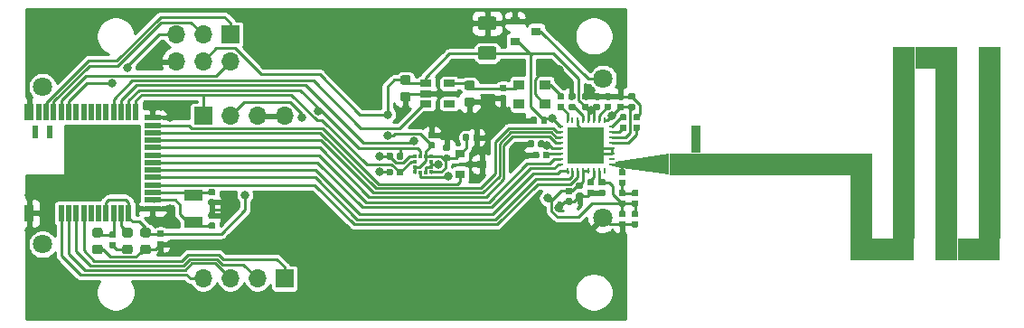
<source format=gtl>
G04 #@! TF.GenerationSoftware,KiCad,Pcbnew,5.1.5-52549c5~84~ubuntu18.04.1*
G04 #@! TF.CreationDate,2020-01-10T15:39:39+05:30*
G04 #@! TF.ProjectId,senseEle_PCB_Antenna_rev2,73656e73-6545-46c6-955f-5043425f416e,rev?*
G04 #@! TF.SameCoordinates,Original*
G04 #@! TF.FileFunction,Copper,L1,Top*
G04 #@! TF.FilePolarity,Positive*
%FSLAX46Y46*%
G04 Gerber Fmt 4.6, Leading zero omitted, Abs format (unit mm)*
G04 Created by KiCad (PCBNEW 5.1.5-52549c5~84~ubuntu18.04.1) date 2020-01-10 15:39:39*
%MOMM*%
%LPD*%
G04 APERTURE LIST*
%ADD10C,1.800000*%
%ADD11O,1.700000X1.700000*%
%ADD12R,1.700000X1.700000*%
%ADD13C,0.100000*%
%ADD14R,0.850000X2.600000*%
%ADD15R,2.000000X18.000000*%
%ADD16R,4.000000X2.000000*%
%ADD17R,2.000000X8.000000*%
%ADD18R,19.000000X2.000000*%
%ADD19R,1.060000X0.650000*%
%ADD20R,1.800000X1.000000*%
%ADD21R,1.000000X0.900000*%
%ADD22R,0.900000X0.800000*%
%ADD23R,3.450000X3.450000*%
%ADD24R,0.250000X0.600000*%
%ADD25R,0.600000X0.250000*%
%ADD26R,1.600000X0.500000*%
%ADD27R,0.500000X1.600000*%
%ADD28R,0.900000X1.600000*%
%ADD29R,0.500000X1.200000*%
%ADD30R,0.375000X0.350000*%
%ADD31R,0.350000X0.375000*%
%ADD32C,0.800000*%
%ADD33C,0.250000*%
%ADD34C,0.254000*%
G04 APERTURE END LIST*
D10*
X-8650000Y-25250000D03*
X-8650000Y-40000000D03*
X43850000Y-24500000D03*
X43850000Y-37500000D03*
D11*
X14010000Y-27980000D03*
X11470000Y-27980000D03*
X8930000Y-27980000D03*
D12*
X6390000Y-27980000D03*
D11*
X6390000Y-43220000D03*
X8930000Y-43220000D03*
X11470000Y-43220000D03*
D12*
X14010000Y-43220000D03*
G04 #@! TA.AperFunction,SMDPad,CuDef*
D13*
G36*
X33649504Y-18676204D02*
G01*
X33673773Y-18679804D01*
X33697571Y-18685765D01*
X33720671Y-18694030D01*
X33742849Y-18704520D01*
X33763893Y-18717133D01*
X33783598Y-18731747D01*
X33801777Y-18748223D01*
X33818253Y-18766402D01*
X33832867Y-18786107D01*
X33845480Y-18807151D01*
X33855970Y-18829329D01*
X33864235Y-18852429D01*
X33870196Y-18876227D01*
X33873796Y-18900496D01*
X33875000Y-18925000D01*
X33875000Y-19675000D01*
X33873796Y-19699504D01*
X33870196Y-19723773D01*
X33864235Y-19747571D01*
X33855970Y-19770671D01*
X33845480Y-19792849D01*
X33832867Y-19813893D01*
X33818253Y-19833598D01*
X33801777Y-19851777D01*
X33783598Y-19868253D01*
X33763893Y-19882867D01*
X33742849Y-19895480D01*
X33720671Y-19905970D01*
X33697571Y-19914235D01*
X33673773Y-19920196D01*
X33649504Y-19923796D01*
X33625000Y-19925000D01*
X32375000Y-19925000D01*
X32350496Y-19923796D01*
X32326227Y-19920196D01*
X32302429Y-19914235D01*
X32279329Y-19905970D01*
X32257151Y-19895480D01*
X32236107Y-19882867D01*
X32216402Y-19868253D01*
X32198223Y-19851777D01*
X32181747Y-19833598D01*
X32167133Y-19813893D01*
X32154520Y-19792849D01*
X32144030Y-19770671D01*
X32135765Y-19747571D01*
X32129804Y-19723773D01*
X32126204Y-19699504D01*
X32125000Y-19675000D01*
X32125000Y-18925000D01*
X32126204Y-18900496D01*
X32129804Y-18876227D01*
X32135765Y-18852429D01*
X32144030Y-18829329D01*
X32154520Y-18807151D01*
X32167133Y-18786107D01*
X32181747Y-18766402D01*
X32198223Y-18748223D01*
X32216402Y-18731747D01*
X32236107Y-18717133D01*
X32257151Y-18704520D01*
X32279329Y-18694030D01*
X32302429Y-18685765D01*
X32326227Y-18679804D01*
X32350496Y-18676204D01*
X32375000Y-18675000D01*
X33625000Y-18675000D01*
X33649504Y-18676204D01*
G37*
G04 #@! TD.AperFunction*
G04 #@! TA.AperFunction,SMDPad,CuDef*
G36*
X33649504Y-21476204D02*
G01*
X33673773Y-21479804D01*
X33697571Y-21485765D01*
X33720671Y-21494030D01*
X33742849Y-21504520D01*
X33763893Y-21517133D01*
X33783598Y-21531747D01*
X33801777Y-21548223D01*
X33818253Y-21566402D01*
X33832867Y-21586107D01*
X33845480Y-21607151D01*
X33855970Y-21629329D01*
X33864235Y-21652429D01*
X33870196Y-21676227D01*
X33873796Y-21700496D01*
X33875000Y-21725000D01*
X33875000Y-22475000D01*
X33873796Y-22499504D01*
X33870196Y-22523773D01*
X33864235Y-22547571D01*
X33855970Y-22570671D01*
X33845480Y-22592849D01*
X33832867Y-22613893D01*
X33818253Y-22633598D01*
X33801777Y-22651777D01*
X33783598Y-22668253D01*
X33763893Y-22682867D01*
X33742849Y-22695480D01*
X33720671Y-22705970D01*
X33697571Y-22714235D01*
X33673773Y-22720196D01*
X33649504Y-22723796D01*
X33625000Y-22725000D01*
X32375000Y-22725000D01*
X32350496Y-22723796D01*
X32326227Y-22720196D01*
X32302429Y-22714235D01*
X32279329Y-22705970D01*
X32257151Y-22695480D01*
X32236107Y-22682867D01*
X32216402Y-22668253D01*
X32198223Y-22651777D01*
X32181747Y-22633598D01*
X32167133Y-22613893D01*
X32154520Y-22592849D01*
X32144030Y-22570671D01*
X32135765Y-22547571D01*
X32129804Y-22523773D01*
X32126204Y-22499504D01*
X32125000Y-22475000D01*
X32125000Y-21725000D01*
X32126204Y-21700496D01*
X32129804Y-21676227D01*
X32135765Y-21652429D01*
X32144030Y-21629329D01*
X32154520Y-21607151D01*
X32167133Y-21586107D01*
X32181747Y-21566402D01*
X32198223Y-21548223D01*
X32216402Y-21531747D01*
X32236107Y-21517133D01*
X32257151Y-21504520D01*
X32279329Y-21494030D01*
X32302429Y-21485765D01*
X32326227Y-21479804D01*
X32350496Y-21476204D01*
X32375000Y-21475000D01*
X33625000Y-21475000D01*
X33649504Y-21476204D01*
G37*
G04 #@! TD.AperFunction*
G04 #@! TA.AperFunction,SMDPad,CuDef*
G36*
X45826958Y-33940710D02*
G01*
X45841276Y-33942834D01*
X45855317Y-33946351D01*
X45868946Y-33951228D01*
X45882031Y-33957417D01*
X45894447Y-33964858D01*
X45906073Y-33973481D01*
X45916798Y-33983202D01*
X45926519Y-33993927D01*
X45935142Y-34005553D01*
X45942583Y-34017969D01*
X45948772Y-34031054D01*
X45953649Y-34044683D01*
X45957166Y-34058724D01*
X45959290Y-34073042D01*
X45960000Y-34087500D01*
X45960000Y-34382500D01*
X45959290Y-34396958D01*
X45957166Y-34411276D01*
X45953649Y-34425317D01*
X45948772Y-34438946D01*
X45942583Y-34452031D01*
X45935142Y-34464447D01*
X45926519Y-34476073D01*
X45916798Y-34486798D01*
X45906073Y-34496519D01*
X45894447Y-34505142D01*
X45882031Y-34512583D01*
X45868946Y-34518772D01*
X45855317Y-34523649D01*
X45841276Y-34527166D01*
X45826958Y-34529290D01*
X45812500Y-34530000D01*
X45467500Y-34530000D01*
X45453042Y-34529290D01*
X45438724Y-34527166D01*
X45424683Y-34523649D01*
X45411054Y-34518772D01*
X45397969Y-34512583D01*
X45385553Y-34505142D01*
X45373927Y-34496519D01*
X45363202Y-34486798D01*
X45353481Y-34476073D01*
X45344858Y-34464447D01*
X45337417Y-34452031D01*
X45331228Y-34438946D01*
X45326351Y-34425317D01*
X45322834Y-34411276D01*
X45320710Y-34396958D01*
X45320000Y-34382500D01*
X45320000Y-34087500D01*
X45320710Y-34073042D01*
X45322834Y-34058724D01*
X45326351Y-34044683D01*
X45331228Y-34031054D01*
X45337417Y-34017969D01*
X45344858Y-34005553D01*
X45353481Y-33993927D01*
X45363202Y-33983202D01*
X45373927Y-33973481D01*
X45385553Y-33964858D01*
X45397969Y-33957417D01*
X45411054Y-33951228D01*
X45424683Y-33946351D01*
X45438724Y-33942834D01*
X45453042Y-33940710D01*
X45467500Y-33940000D01*
X45812500Y-33940000D01*
X45826958Y-33940710D01*
G37*
G04 #@! TD.AperFunction*
G04 #@! TA.AperFunction,SMDPad,CuDef*
G36*
X45826958Y-32970710D02*
G01*
X45841276Y-32972834D01*
X45855317Y-32976351D01*
X45868946Y-32981228D01*
X45882031Y-32987417D01*
X45894447Y-32994858D01*
X45906073Y-33003481D01*
X45916798Y-33013202D01*
X45926519Y-33023927D01*
X45935142Y-33035553D01*
X45942583Y-33047969D01*
X45948772Y-33061054D01*
X45953649Y-33074683D01*
X45957166Y-33088724D01*
X45959290Y-33103042D01*
X45960000Y-33117500D01*
X45960000Y-33412500D01*
X45959290Y-33426958D01*
X45957166Y-33441276D01*
X45953649Y-33455317D01*
X45948772Y-33468946D01*
X45942583Y-33482031D01*
X45935142Y-33494447D01*
X45926519Y-33506073D01*
X45916798Y-33516798D01*
X45906073Y-33526519D01*
X45894447Y-33535142D01*
X45882031Y-33542583D01*
X45868946Y-33548772D01*
X45855317Y-33553649D01*
X45841276Y-33557166D01*
X45826958Y-33559290D01*
X45812500Y-33560000D01*
X45467500Y-33560000D01*
X45453042Y-33559290D01*
X45438724Y-33557166D01*
X45424683Y-33553649D01*
X45411054Y-33548772D01*
X45397969Y-33542583D01*
X45385553Y-33535142D01*
X45373927Y-33526519D01*
X45363202Y-33516798D01*
X45353481Y-33506073D01*
X45344858Y-33494447D01*
X45337417Y-33482031D01*
X45331228Y-33468946D01*
X45326351Y-33455317D01*
X45322834Y-33441276D01*
X45320710Y-33426958D01*
X45320000Y-33412500D01*
X45320000Y-33117500D01*
X45320710Y-33103042D01*
X45322834Y-33088724D01*
X45326351Y-33074683D01*
X45331228Y-33061054D01*
X45337417Y-33047969D01*
X45344858Y-33035553D01*
X45353481Y-33023927D01*
X45363202Y-33013202D01*
X45373927Y-33003481D01*
X45385553Y-32994858D01*
X45397969Y-32987417D01*
X45411054Y-32981228D01*
X45424683Y-32976351D01*
X45438724Y-32972834D01*
X45453042Y-32970710D01*
X45467500Y-32970000D01*
X45812500Y-32970000D01*
X45826958Y-32970710D01*
G37*
G04 #@! TD.AperFunction*
G04 #@! TA.AperFunction,SMDPad,CuDef*
G36*
X-422309Y-38476053D02*
G01*
X-401074Y-38479203D01*
X-380250Y-38484419D01*
X-360038Y-38491651D01*
X-340632Y-38500830D01*
X-322219Y-38511866D01*
X-304976Y-38524654D01*
X-289070Y-38539070D01*
X-274654Y-38554976D01*
X-261866Y-38572219D01*
X-250830Y-38590632D01*
X-241651Y-38610038D01*
X-234419Y-38630250D01*
X-229203Y-38651074D01*
X-226053Y-38672309D01*
X-225000Y-38693750D01*
X-225000Y-39131250D01*
X-226053Y-39152691D01*
X-229203Y-39173926D01*
X-234419Y-39194750D01*
X-241651Y-39214962D01*
X-250830Y-39234368D01*
X-261866Y-39252781D01*
X-274654Y-39270024D01*
X-289070Y-39285930D01*
X-304976Y-39300346D01*
X-322219Y-39313134D01*
X-340632Y-39324170D01*
X-360038Y-39333349D01*
X-380250Y-39340581D01*
X-401074Y-39345797D01*
X-422309Y-39348947D01*
X-443750Y-39350000D01*
X-956250Y-39350000D01*
X-977691Y-39348947D01*
X-998926Y-39345797D01*
X-1019750Y-39340581D01*
X-1039962Y-39333349D01*
X-1059368Y-39324170D01*
X-1077781Y-39313134D01*
X-1095024Y-39300346D01*
X-1110930Y-39285930D01*
X-1125346Y-39270024D01*
X-1138134Y-39252781D01*
X-1149170Y-39234368D01*
X-1158349Y-39214962D01*
X-1165581Y-39194750D01*
X-1170797Y-39173926D01*
X-1173947Y-39152691D01*
X-1175000Y-39131250D01*
X-1175000Y-38693750D01*
X-1173947Y-38672309D01*
X-1170797Y-38651074D01*
X-1165581Y-38630250D01*
X-1158349Y-38610038D01*
X-1149170Y-38590632D01*
X-1138134Y-38572219D01*
X-1125346Y-38554976D01*
X-1110930Y-38539070D01*
X-1095024Y-38524654D01*
X-1077781Y-38511866D01*
X-1059368Y-38500830D01*
X-1039962Y-38491651D01*
X-1019750Y-38484419D01*
X-998926Y-38479203D01*
X-977691Y-38476053D01*
X-956250Y-38475000D01*
X-443750Y-38475000D01*
X-422309Y-38476053D01*
G37*
G04 #@! TD.AperFunction*
G04 #@! TA.AperFunction,SMDPad,CuDef*
G36*
X-422309Y-40051053D02*
G01*
X-401074Y-40054203D01*
X-380250Y-40059419D01*
X-360038Y-40066651D01*
X-340632Y-40075830D01*
X-322219Y-40086866D01*
X-304976Y-40099654D01*
X-289070Y-40114070D01*
X-274654Y-40129976D01*
X-261866Y-40147219D01*
X-250830Y-40165632D01*
X-241651Y-40185038D01*
X-234419Y-40205250D01*
X-229203Y-40226074D01*
X-226053Y-40247309D01*
X-225000Y-40268750D01*
X-225000Y-40706250D01*
X-226053Y-40727691D01*
X-229203Y-40748926D01*
X-234419Y-40769750D01*
X-241651Y-40789962D01*
X-250830Y-40809368D01*
X-261866Y-40827781D01*
X-274654Y-40845024D01*
X-289070Y-40860930D01*
X-304976Y-40875346D01*
X-322219Y-40888134D01*
X-340632Y-40899170D01*
X-360038Y-40908349D01*
X-380250Y-40915581D01*
X-401074Y-40920797D01*
X-422309Y-40923947D01*
X-443750Y-40925000D01*
X-956250Y-40925000D01*
X-977691Y-40923947D01*
X-998926Y-40920797D01*
X-1019750Y-40915581D01*
X-1039962Y-40908349D01*
X-1059368Y-40899170D01*
X-1077781Y-40888134D01*
X-1095024Y-40875346D01*
X-1110930Y-40860930D01*
X-1125346Y-40845024D01*
X-1138134Y-40827781D01*
X-1149170Y-40809368D01*
X-1158349Y-40789962D01*
X-1165581Y-40769750D01*
X-1170797Y-40748926D01*
X-1173947Y-40727691D01*
X-1175000Y-40706250D01*
X-1175000Y-40268750D01*
X-1173947Y-40247309D01*
X-1170797Y-40226074D01*
X-1165581Y-40205250D01*
X-1158349Y-40185038D01*
X-1149170Y-40165632D01*
X-1138134Y-40147219D01*
X-1125346Y-40129976D01*
X-1110930Y-40114070D01*
X-1095024Y-40099654D01*
X-1077781Y-40086866D01*
X-1059368Y-40075830D01*
X-1039962Y-40066651D01*
X-1019750Y-40059419D01*
X-998926Y-40054203D01*
X-977691Y-40051053D01*
X-956250Y-40050000D01*
X-443750Y-40050000D01*
X-422309Y-40051053D01*
G37*
G04 #@! TD.AperFunction*
G04 #@! TA.AperFunction,SMDPad,CuDef*
G36*
X-1913042Y-39790710D02*
G01*
X-1898724Y-39792834D01*
X-1884683Y-39796351D01*
X-1871054Y-39801228D01*
X-1857969Y-39807417D01*
X-1845553Y-39814858D01*
X-1833927Y-39823481D01*
X-1823202Y-39833202D01*
X-1813481Y-39843927D01*
X-1804858Y-39855553D01*
X-1797417Y-39867969D01*
X-1791228Y-39881054D01*
X-1786351Y-39894683D01*
X-1782834Y-39908724D01*
X-1780710Y-39923042D01*
X-1780000Y-39937500D01*
X-1780000Y-40232500D01*
X-1780710Y-40246958D01*
X-1782834Y-40261276D01*
X-1786351Y-40275317D01*
X-1791228Y-40288946D01*
X-1797417Y-40302031D01*
X-1804858Y-40314447D01*
X-1813481Y-40326073D01*
X-1823202Y-40336798D01*
X-1833927Y-40346519D01*
X-1845553Y-40355142D01*
X-1857969Y-40362583D01*
X-1871054Y-40368772D01*
X-1884683Y-40373649D01*
X-1898724Y-40377166D01*
X-1913042Y-40379290D01*
X-1927500Y-40380000D01*
X-2272500Y-40380000D01*
X-2286958Y-40379290D01*
X-2301276Y-40377166D01*
X-2315317Y-40373649D01*
X-2328946Y-40368772D01*
X-2342031Y-40362583D01*
X-2354447Y-40355142D01*
X-2366073Y-40346519D01*
X-2376798Y-40336798D01*
X-2386519Y-40326073D01*
X-2395142Y-40314447D01*
X-2402583Y-40302031D01*
X-2408772Y-40288946D01*
X-2413649Y-40275317D01*
X-2417166Y-40261276D01*
X-2419290Y-40246958D01*
X-2420000Y-40232500D01*
X-2420000Y-39937500D01*
X-2419290Y-39923042D01*
X-2417166Y-39908724D01*
X-2413649Y-39894683D01*
X-2408772Y-39881054D01*
X-2402583Y-39867969D01*
X-2395142Y-39855553D01*
X-2386519Y-39843927D01*
X-2376798Y-39833202D01*
X-2366073Y-39823481D01*
X-2354447Y-39814858D01*
X-2342031Y-39807417D01*
X-2328946Y-39801228D01*
X-2315317Y-39796351D01*
X-2301276Y-39792834D01*
X-2286958Y-39790710D01*
X-2272500Y-39790000D01*
X-1927500Y-39790000D01*
X-1913042Y-39790710D01*
G37*
G04 #@! TD.AperFunction*
G04 #@! TA.AperFunction,SMDPad,CuDef*
G36*
X-1913042Y-38820710D02*
G01*
X-1898724Y-38822834D01*
X-1884683Y-38826351D01*
X-1871054Y-38831228D01*
X-1857969Y-38837417D01*
X-1845553Y-38844858D01*
X-1833927Y-38853481D01*
X-1823202Y-38863202D01*
X-1813481Y-38873927D01*
X-1804858Y-38885553D01*
X-1797417Y-38897969D01*
X-1791228Y-38911054D01*
X-1786351Y-38924683D01*
X-1782834Y-38938724D01*
X-1780710Y-38953042D01*
X-1780000Y-38967500D01*
X-1780000Y-39262500D01*
X-1780710Y-39276958D01*
X-1782834Y-39291276D01*
X-1786351Y-39305317D01*
X-1791228Y-39318946D01*
X-1797417Y-39332031D01*
X-1804858Y-39344447D01*
X-1813481Y-39356073D01*
X-1823202Y-39366798D01*
X-1833927Y-39376519D01*
X-1845553Y-39385142D01*
X-1857969Y-39392583D01*
X-1871054Y-39398772D01*
X-1884683Y-39403649D01*
X-1898724Y-39407166D01*
X-1913042Y-39409290D01*
X-1927500Y-39410000D01*
X-2272500Y-39410000D01*
X-2286958Y-39409290D01*
X-2301276Y-39407166D01*
X-2315317Y-39403649D01*
X-2328946Y-39398772D01*
X-2342031Y-39392583D01*
X-2354447Y-39385142D01*
X-2366073Y-39376519D01*
X-2376798Y-39366798D01*
X-2386519Y-39356073D01*
X-2395142Y-39344447D01*
X-2402583Y-39332031D01*
X-2408772Y-39318946D01*
X-2413649Y-39305317D01*
X-2417166Y-39291276D01*
X-2419290Y-39276958D01*
X-2420000Y-39262500D01*
X-2420000Y-38967500D01*
X-2419290Y-38953042D01*
X-2417166Y-38938724D01*
X-2413649Y-38924683D01*
X-2408772Y-38911054D01*
X-2402583Y-38897969D01*
X-2395142Y-38885553D01*
X-2386519Y-38873927D01*
X-2376798Y-38863202D01*
X-2366073Y-38853481D01*
X-2354447Y-38844858D01*
X-2342031Y-38837417D01*
X-2328946Y-38831228D01*
X-2315317Y-38826351D01*
X-2301276Y-38822834D01*
X-2286958Y-38820710D01*
X-2272500Y-38820000D01*
X-1927500Y-38820000D01*
X-1913042Y-38820710D01*
G37*
G04 #@! TD.AperFunction*
D14*
X52577000Y-30200000D03*
D15*
X80050000Y-30500000D03*
X76050000Y-32500000D03*
X72050000Y-30500000D03*
D16*
X79050000Y-40500000D03*
X75050000Y-22500000D03*
D17*
X68050000Y-37500000D03*
D16*
X71050000Y-40500000D03*
D18*
X59550000Y-32500000D03*
G04 #@! TA.AperFunction,Conductor*
D13*
G36*
X50052000Y-33500000D02*
G01*
X45048000Y-32750000D01*
X45048000Y-32250000D01*
X50052000Y-31500000D01*
X50052000Y-33500000D01*
G37*
G04 #@! TD.AperFunction*
G04 #@! TA.AperFunction,SMDPad,CuDef*
G36*
X25627691Y-24176053D02*
G01*
X25648926Y-24179203D01*
X25669750Y-24184419D01*
X25689962Y-24191651D01*
X25709368Y-24200830D01*
X25727781Y-24211866D01*
X25745024Y-24224654D01*
X25760930Y-24239070D01*
X25775346Y-24254976D01*
X25788134Y-24272219D01*
X25799170Y-24290632D01*
X25808349Y-24310038D01*
X25815581Y-24330250D01*
X25820797Y-24351074D01*
X25823947Y-24372309D01*
X25825000Y-24393750D01*
X25825000Y-24831250D01*
X25823947Y-24852691D01*
X25820797Y-24873926D01*
X25815581Y-24894750D01*
X25808349Y-24914962D01*
X25799170Y-24934368D01*
X25788134Y-24952781D01*
X25775346Y-24970024D01*
X25760930Y-24985930D01*
X25745024Y-25000346D01*
X25727781Y-25013134D01*
X25709368Y-25024170D01*
X25689962Y-25033349D01*
X25669750Y-25040581D01*
X25648926Y-25045797D01*
X25627691Y-25048947D01*
X25606250Y-25050000D01*
X25093750Y-25050000D01*
X25072309Y-25048947D01*
X25051074Y-25045797D01*
X25030250Y-25040581D01*
X25010038Y-25033349D01*
X24990632Y-25024170D01*
X24972219Y-25013134D01*
X24954976Y-25000346D01*
X24939070Y-24985930D01*
X24924654Y-24970024D01*
X24911866Y-24952781D01*
X24900830Y-24934368D01*
X24891651Y-24914962D01*
X24884419Y-24894750D01*
X24879203Y-24873926D01*
X24876053Y-24852691D01*
X24875000Y-24831250D01*
X24875000Y-24393750D01*
X24876053Y-24372309D01*
X24879203Y-24351074D01*
X24884419Y-24330250D01*
X24891651Y-24310038D01*
X24900830Y-24290632D01*
X24911866Y-24272219D01*
X24924654Y-24254976D01*
X24939070Y-24239070D01*
X24954976Y-24224654D01*
X24972219Y-24211866D01*
X24990632Y-24200830D01*
X25010038Y-24191651D01*
X25030250Y-24184419D01*
X25051074Y-24179203D01*
X25072309Y-24176053D01*
X25093750Y-24175000D01*
X25606250Y-24175000D01*
X25627691Y-24176053D01*
G37*
G04 #@! TD.AperFunction*
G04 #@! TA.AperFunction,SMDPad,CuDef*
G36*
X25627691Y-25751053D02*
G01*
X25648926Y-25754203D01*
X25669750Y-25759419D01*
X25689962Y-25766651D01*
X25709368Y-25775830D01*
X25727781Y-25786866D01*
X25745024Y-25799654D01*
X25760930Y-25814070D01*
X25775346Y-25829976D01*
X25788134Y-25847219D01*
X25799170Y-25865632D01*
X25808349Y-25885038D01*
X25815581Y-25905250D01*
X25820797Y-25926074D01*
X25823947Y-25947309D01*
X25825000Y-25968750D01*
X25825000Y-26406250D01*
X25823947Y-26427691D01*
X25820797Y-26448926D01*
X25815581Y-26469750D01*
X25808349Y-26489962D01*
X25799170Y-26509368D01*
X25788134Y-26527781D01*
X25775346Y-26545024D01*
X25760930Y-26560930D01*
X25745024Y-26575346D01*
X25727781Y-26588134D01*
X25709368Y-26599170D01*
X25689962Y-26608349D01*
X25669750Y-26615581D01*
X25648926Y-26620797D01*
X25627691Y-26623947D01*
X25606250Y-26625000D01*
X25093750Y-26625000D01*
X25072309Y-26623947D01*
X25051074Y-26620797D01*
X25030250Y-26615581D01*
X25010038Y-26608349D01*
X24990632Y-26599170D01*
X24972219Y-26588134D01*
X24954976Y-26575346D01*
X24939070Y-26560930D01*
X24924654Y-26545024D01*
X24911866Y-26527781D01*
X24900830Y-26509368D01*
X24891651Y-26489962D01*
X24884419Y-26469750D01*
X24879203Y-26448926D01*
X24876053Y-26427691D01*
X24875000Y-26406250D01*
X24875000Y-25968750D01*
X24876053Y-25947309D01*
X24879203Y-25926074D01*
X24884419Y-25905250D01*
X24891651Y-25885038D01*
X24900830Y-25865632D01*
X24911866Y-25847219D01*
X24924654Y-25829976D01*
X24939070Y-25814070D01*
X24954976Y-25799654D01*
X24972219Y-25786866D01*
X24990632Y-25775830D01*
X25010038Y-25766651D01*
X25030250Y-25759419D01*
X25051074Y-25754203D01*
X25072309Y-25751053D01*
X25093750Y-25750000D01*
X25606250Y-25750000D01*
X25627691Y-25751053D01*
G37*
G04 #@! TD.AperFunction*
G04 #@! TA.AperFunction,SMDPad,CuDef*
G36*
X31627691Y-24676053D02*
G01*
X31648926Y-24679203D01*
X31669750Y-24684419D01*
X31689962Y-24691651D01*
X31709368Y-24700830D01*
X31727781Y-24711866D01*
X31745024Y-24724654D01*
X31760930Y-24739070D01*
X31775346Y-24754976D01*
X31788134Y-24772219D01*
X31799170Y-24790632D01*
X31808349Y-24810038D01*
X31815581Y-24830250D01*
X31820797Y-24851074D01*
X31823947Y-24872309D01*
X31825000Y-24893750D01*
X31825000Y-25331250D01*
X31823947Y-25352691D01*
X31820797Y-25373926D01*
X31815581Y-25394750D01*
X31808349Y-25414962D01*
X31799170Y-25434368D01*
X31788134Y-25452781D01*
X31775346Y-25470024D01*
X31760930Y-25485930D01*
X31745024Y-25500346D01*
X31727781Y-25513134D01*
X31709368Y-25524170D01*
X31689962Y-25533349D01*
X31669750Y-25540581D01*
X31648926Y-25545797D01*
X31627691Y-25548947D01*
X31606250Y-25550000D01*
X31093750Y-25550000D01*
X31072309Y-25548947D01*
X31051074Y-25545797D01*
X31030250Y-25540581D01*
X31010038Y-25533349D01*
X30990632Y-25524170D01*
X30972219Y-25513134D01*
X30954976Y-25500346D01*
X30939070Y-25485930D01*
X30924654Y-25470024D01*
X30911866Y-25452781D01*
X30900830Y-25434368D01*
X30891651Y-25414962D01*
X30884419Y-25394750D01*
X30879203Y-25373926D01*
X30876053Y-25352691D01*
X30875000Y-25331250D01*
X30875000Y-24893750D01*
X30876053Y-24872309D01*
X30879203Y-24851074D01*
X30884419Y-24830250D01*
X30891651Y-24810038D01*
X30900830Y-24790632D01*
X30911866Y-24772219D01*
X30924654Y-24754976D01*
X30939070Y-24739070D01*
X30954976Y-24724654D01*
X30972219Y-24711866D01*
X30990632Y-24700830D01*
X31010038Y-24691651D01*
X31030250Y-24684419D01*
X31051074Y-24679203D01*
X31072309Y-24676053D01*
X31093750Y-24675000D01*
X31606250Y-24675000D01*
X31627691Y-24676053D01*
G37*
G04 #@! TD.AperFunction*
G04 #@! TA.AperFunction,SMDPad,CuDef*
G36*
X31627691Y-26251053D02*
G01*
X31648926Y-26254203D01*
X31669750Y-26259419D01*
X31689962Y-26266651D01*
X31709368Y-26275830D01*
X31727781Y-26286866D01*
X31745024Y-26299654D01*
X31760930Y-26314070D01*
X31775346Y-26329976D01*
X31788134Y-26347219D01*
X31799170Y-26365632D01*
X31808349Y-26385038D01*
X31815581Y-26405250D01*
X31820797Y-26426074D01*
X31823947Y-26447309D01*
X31825000Y-26468750D01*
X31825000Y-26906250D01*
X31823947Y-26927691D01*
X31820797Y-26948926D01*
X31815581Y-26969750D01*
X31808349Y-26989962D01*
X31799170Y-27009368D01*
X31788134Y-27027781D01*
X31775346Y-27045024D01*
X31760930Y-27060930D01*
X31745024Y-27075346D01*
X31727781Y-27088134D01*
X31709368Y-27099170D01*
X31689962Y-27108349D01*
X31669750Y-27115581D01*
X31648926Y-27120797D01*
X31627691Y-27123947D01*
X31606250Y-27125000D01*
X31093750Y-27125000D01*
X31072309Y-27123947D01*
X31051074Y-27120797D01*
X31030250Y-27115581D01*
X31010038Y-27108349D01*
X30990632Y-27099170D01*
X30972219Y-27088134D01*
X30954976Y-27075346D01*
X30939070Y-27060930D01*
X30924654Y-27045024D01*
X30911866Y-27027781D01*
X30900830Y-27009368D01*
X30891651Y-26989962D01*
X30884419Y-26969750D01*
X30879203Y-26948926D01*
X30876053Y-26927691D01*
X30875000Y-26906250D01*
X30875000Y-26468750D01*
X30876053Y-26447309D01*
X30879203Y-26426074D01*
X30884419Y-26405250D01*
X30891651Y-26385038D01*
X30900830Y-26365632D01*
X30911866Y-26347219D01*
X30924654Y-26329976D01*
X30939070Y-26314070D01*
X30954976Y-26299654D01*
X30972219Y-26286866D01*
X30990632Y-26275830D01*
X31010038Y-26266651D01*
X31030250Y-26259419D01*
X31051074Y-26254203D01*
X31072309Y-26251053D01*
X31093750Y-26250000D01*
X31606250Y-26250000D01*
X31627691Y-26251053D01*
G37*
G04 #@! TD.AperFunction*
D19*
X27250000Y-24950000D03*
X27250000Y-25900000D03*
X27250000Y-26850000D03*
X29450000Y-26850000D03*
X29450000Y-24950000D03*
G04 #@! TA.AperFunction,SMDPad,CuDef*
D13*
G36*
X34686958Y-25070710D02*
G01*
X34701276Y-25072834D01*
X34715317Y-25076351D01*
X34728946Y-25081228D01*
X34742031Y-25087417D01*
X34754447Y-25094858D01*
X34766073Y-25103481D01*
X34776798Y-25113202D01*
X34786519Y-25123927D01*
X34795142Y-25135553D01*
X34802583Y-25147969D01*
X34808772Y-25161054D01*
X34813649Y-25174683D01*
X34817166Y-25188724D01*
X34819290Y-25203042D01*
X34820000Y-25217500D01*
X34820000Y-25512500D01*
X34819290Y-25526958D01*
X34817166Y-25541276D01*
X34813649Y-25555317D01*
X34808772Y-25568946D01*
X34802583Y-25582031D01*
X34795142Y-25594447D01*
X34786519Y-25606073D01*
X34776798Y-25616798D01*
X34766073Y-25626519D01*
X34754447Y-25635142D01*
X34742031Y-25642583D01*
X34728946Y-25648772D01*
X34715317Y-25653649D01*
X34701276Y-25657166D01*
X34686958Y-25659290D01*
X34672500Y-25660000D01*
X34327500Y-25660000D01*
X34313042Y-25659290D01*
X34298724Y-25657166D01*
X34284683Y-25653649D01*
X34271054Y-25648772D01*
X34257969Y-25642583D01*
X34245553Y-25635142D01*
X34233927Y-25626519D01*
X34223202Y-25616798D01*
X34213481Y-25606073D01*
X34204858Y-25594447D01*
X34197417Y-25582031D01*
X34191228Y-25568946D01*
X34186351Y-25555317D01*
X34182834Y-25541276D01*
X34180710Y-25526958D01*
X34180000Y-25512500D01*
X34180000Y-25217500D01*
X34180710Y-25203042D01*
X34182834Y-25188724D01*
X34186351Y-25174683D01*
X34191228Y-25161054D01*
X34197417Y-25147969D01*
X34204858Y-25135553D01*
X34213481Y-25123927D01*
X34223202Y-25113202D01*
X34233927Y-25103481D01*
X34245553Y-25094858D01*
X34257969Y-25087417D01*
X34271054Y-25081228D01*
X34284683Y-25076351D01*
X34298724Y-25072834D01*
X34313042Y-25070710D01*
X34327500Y-25070000D01*
X34672500Y-25070000D01*
X34686958Y-25070710D01*
G37*
G04 #@! TD.AperFunction*
G04 #@! TA.AperFunction,SMDPad,CuDef*
G36*
X34686958Y-26040710D02*
G01*
X34701276Y-26042834D01*
X34715317Y-26046351D01*
X34728946Y-26051228D01*
X34742031Y-26057417D01*
X34754447Y-26064858D01*
X34766073Y-26073481D01*
X34776798Y-26083202D01*
X34786519Y-26093927D01*
X34795142Y-26105553D01*
X34802583Y-26117969D01*
X34808772Y-26131054D01*
X34813649Y-26144683D01*
X34817166Y-26158724D01*
X34819290Y-26173042D01*
X34820000Y-26187500D01*
X34820000Y-26482500D01*
X34819290Y-26496958D01*
X34817166Y-26511276D01*
X34813649Y-26525317D01*
X34808772Y-26538946D01*
X34802583Y-26552031D01*
X34795142Y-26564447D01*
X34786519Y-26576073D01*
X34776798Y-26586798D01*
X34766073Y-26596519D01*
X34754447Y-26605142D01*
X34742031Y-26612583D01*
X34728946Y-26618772D01*
X34715317Y-26623649D01*
X34701276Y-26627166D01*
X34686958Y-26629290D01*
X34672500Y-26630000D01*
X34327500Y-26630000D01*
X34313042Y-26629290D01*
X34298724Y-26627166D01*
X34284683Y-26623649D01*
X34271054Y-26618772D01*
X34257969Y-26612583D01*
X34245553Y-26605142D01*
X34233927Y-26596519D01*
X34223202Y-26586798D01*
X34213481Y-26576073D01*
X34204858Y-26564447D01*
X34197417Y-26552031D01*
X34191228Y-26538946D01*
X34186351Y-26525317D01*
X34182834Y-26511276D01*
X34180710Y-26496958D01*
X34180000Y-26482500D01*
X34180000Y-26187500D01*
X34180710Y-26173042D01*
X34182834Y-26158724D01*
X34186351Y-26144683D01*
X34191228Y-26131054D01*
X34197417Y-26117969D01*
X34204858Y-26105553D01*
X34213481Y-26093927D01*
X34223202Y-26083202D01*
X34233927Y-26073481D01*
X34245553Y-26064858D01*
X34257969Y-26057417D01*
X34271054Y-26051228D01*
X34284683Y-26046351D01*
X34298724Y-26042834D01*
X34313042Y-26040710D01*
X34327500Y-26040000D01*
X34672500Y-26040000D01*
X34686958Y-26040710D01*
G37*
G04 #@! TD.AperFunction*
G04 #@! TA.AperFunction,SMDPad,CuDef*
G36*
X40086958Y-26840710D02*
G01*
X40101276Y-26842834D01*
X40115317Y-26846351D01*
X40128946Y-26851228D01*
X40142031Y-26857417D01*
X40154447Y-26864858D01*
X40166073Y-26873481D01*
X40176798Y-26883202D01*
X40186519Y-26893927D01*
X40195142Y-26905553D01*
X40202583Y-26917969D01*
X40208772Y-26931054D01*
X40213649Y-26944683D01*
X40217166Y-26958724D01*
X40219290Y-26973042D01*
X40220000Y-26987500D01*
X40220000Y-27282500D01*
X40219290Y-27296958D01*
X40217166Y-27311276D01*
X40213649Y-27325317D01*
X40208772Y-27338946D01*
X40202583Y-27352031D01*
X40195142Y-27364447D01*
X40186519Y-27376073D01*
X40176798Y-27386798D01*
X40166073Y-27396519D01*
X40154447Y-27405142D01*
X40142031Y-27412583D01*
X40128946Y-27418772D01*
X40115317Y-27423649D01*
X40101276Y-27427166D01*
X40086958Y-27429290D01*
X40072500Y-27430000D01*
X39727500Y-27430000D01*
X39713042Y-27429290D01*
X39698724Y-27427166D01*
X39684683Y-27423649D01*
X39671054Y-27418772D01*
X39657969Y-27412583D01*
X39645553Y-27405142D01*
X39633927Y-27396519D01*
X39623202Y-27386798D01*
X39613481Y-27376073D01*
X39604858Y-27364447D01*
X39597417Y-27352031D01*
X39591228Y-27338946D01*
X39586351Y-27325317D01*
X39582834Y-27311276D01*
X39580710Y-27296958D01*
X39580000Y-27282500D01*
X39580000Y-26987500D01*
X39580710Y-26973042D01*
X39582834Y-26958724D01*
X39586351Y-26944683D01*
X39591228Y-26931054D01*
X39597417Y-26917969D01*
X39604858Y-26905553D01*
X39613481Y-26893927D01*
X39623202Y-26883202D01*
X39633927Y-26873481D01*
X39645553Y-26864858D01*
X39657969Y-26857417D01*
X39671054Y-26851228D01*
X39684683Y-26846351D01*
X39698724Y-26842834D01*
X39713042Y-26840710D01*
X39727500Y-26840000D01*
X40072500Y-26840000D01*
X40086958Y-26840710D01*
G37*
G04 #@! TD.AperFunction*
G04 #@! TA.AperFunction,SMDPad,CuDef*
G36*
X40086958Y-25870710D02*
G01*
X40101276Y-25872834D01*
X40115317Y-25876351D01*
X40128946Y-25881228D01*
X40142031Y-25887417D01*
X40154447Y-25894858D01*
X40166073Y-25903481D01*
X40176798Y-25913202D01*
X40186519Y-25923927D01*
X40195142Y-25935553D01*
X40202583Y-25947969D01*
X40208772Y-25961054D01*
X40213649Y-25974683D01*
X40217166Y-25988724D01*
X40219290Y-26003042D01*
X40220000Y-26017500D01*
X40220000Y-26312500D01*
X40219290Y-26326958D01*
X40217166Y-26341276D01*
X40213649Y-26355317D01*
X40208772Y-26368946D01*
X40202583Y-26382031D01*
X40195142Y-26394447D01*
X40186519Y-26406073D01*
X40176798Y-26416798D01*
X40166073Y-26426519D01*
X40154447Y-26435142D01*
X40142031Y-26442583D01*
X40128946Y-26448772D01*
X40115317Y-26453649D01*
X40101276Y-26457166D01*
X40086958Y-26459290D01*
X40072500Y-26460000D01*
X39727500Y-26460000D01*
X39713042Y-26459290D01*
X39698724Y-26457166D01*
X39684683Y-26453649D01*
X39671054Y-26448772D01*
X39657969Y-26442583D01*
X39645553Y-26435142D01*
X39633927Y-26426519D01*
X39623202Y-26416798D01*
X39613481Y-26406073D01*
X39604858Y-26394447D01*
X39597417Y-26382031D01*
X39591228Y-26368946D01*
X39586351Y-26355317D01*
X39582834Y-26341276D01*
X39580710Y-26326958D01*
X39580000Y-26312500D01*
X39580000Y-26017500D01*
X39580710Y-26003042D01*
X39582834Y-25988724D01*
X39586351Y-25974683D01*
X39591228Y-25961054D01*
X39597417Y-25947969D01*
X39604858Y-25935553D01*
X39613481Y-25923927D01*
X39623202Y-25913202D01*
X39633927Y-25903481D01*
X39645553Y-25894858D01*
X39657969Y-25887417D01*
X39671054Y-25881228D01*
X39684683Y-25876351D01*
X39698724Y-25872834D01*
X39713042Y-25870710D01*
X39727500Y-25870000D01*
X40072500Y-25870000D01*
X40086958Y-25870710D01*
G37*
G04 #@! TD.AperFunction*
G04 #@! TA.AperFunction,SMDPad,CuDef*
G36*
X44486958Y-25870710D02*
G01*
X44501276Y-25872834D01*
X44515317Y-25876351D01*
X44528946Y-25881228D01*
X44542031Y-25887417D01*
X44554447Y-25894858D01*
X44566073Y-25903481D01*
X44576798Y-25913202D01*
X44586519Y-25923927D01*
X44595142Y-25935553D01*
X44602583Y-25947969D01*
X44608772Y-25961054D01*
X44613649Y-25974683D01*
X44617166Y-25988724D01*
X44619290Y-26003042D01*
X44620000Y-26017500D01*
X44620000Y-26312500D01*
X44619290Y-26326958D01*
X44617166Y-26341276D01*
X44613649Y-26355317D01*
X44608772Y-26368946D01*
X44602583Y-26382031D01*
X44595142Y-26394447D01*
X44586519Y-26406073D01*
X44576798Y-26416798D01*
X44566073Y-26426519D01*
X44554447Y-26435142D01*
X44542031Y-26442583D01*
X44528946Y-26448772D01*
X44515317Y-26453649D01*
X44501276Y-26457166D01*
X44486958Y-26459290D01*
X44472500Y-26460000D01*
X44127500Y-26460000D01*
X44113042Y-26459290D01*
X44098724Y-26457166D01*
X44084683Y-26453649D01*
X44071054Y-26448772D01*
X44057969Y-26442583D01*
X44045553Y-26435142D01*
X44033927Y-26426519D01*
X44023202Y-26416798D01*
X44013481Y-26406073D01*
X44004858Y-26394447D01*
X43997417Y-26382031D01*
X43991228Y-26368946D01*
X43986351Y-26355317D01*
X43982834Y-26341276D01*
X43980710Y-26326958D01*
X43980000Y-26312500D01*
X43980000Y-26017500D01*
X43980710Y-26003042D01*
X43982834Y-25988724D01*
X43986351Y-25974683D01*
X43991228Y-25961054D01*
X43997417Y-25947969D01*
X44004858Y-25935553D01*
X44013481Y-25923927D01*
X44023202Y-25913202D01*
X44033927Y-25903481D01*
X44045553Y-25894858D01*
X44057969Y-25887417D01*
X44071054Y-25881228D01*
X44084683Y-25876351D01*
X44098724Y-25872834D01*
X44113042Y-25870710D01*
X44127500Y-25870000D01*
X44472500Y-25870000D01*
X44486958Y-25870710D01*
G37*
G04 #@! TD.AperFunction*
G04 #@! TA.AperFunction,SMDPad,CuDef*
G36*
X44486958Y-26840710D02*
G01*
X44501276Y-26842834D01*
X44515317Y-26846351D01*
X44528946Y-26851228D01*
X44542031Y-26857417D01*
X44554447Y-26864858D01*
X44566073Y-26873481D01*
X44576798Y-26883202D01*
X44586519Y-26893927D01*
X44595142Y-26905553D01*
X44602583Y-26917969D01*
X44608772Y-26931054D01*
X44613649Y-26944683D01*
X44617166Y-26958724D01*
X44619290Y-26973042D01*
X44620000Y-26987500D01*
X44620000Y-27282500D01*
X44619290Y-27296958D01*
X44617166Y-27311276D01*
X44613649Y-27325317D01*
X44608772Y-27338946D01*
X44602583Y-27352031D01*
X44595142Y-27364447D01*
X44586519Y-27376073D01*
X44576798Y-27386798D01*
X44566073Y-27396519D01*
X44554447Y-27405142D01*
X44542031Y-27412583D01*
X44528946Y-27418772D01*
X44515317Y-27423649D01*
X44501276Y-27427166D01*
X44486958Y-27429290D01*
X44472500Y-27430000D01*
X44127500Y-27430000D01*
X44113042Y-27429290D01*
X44098724Y-27427166D01*
X44084683Y-27423649D01*
X44071054Y-27418772D01*
X44057969Y-27412583D01*
X44045553Y-27405142D01*
X44033927Y-27396519D01*
X44023202Y-27386798D01*
X44013481Y-27376073D01*
X44004858Y-27364447D01*
X43997417Y-27352031D01*
X43991228Y-27338946D01*
X43986351Y-27325317D01*
X43982834Y-27311276D01*
X43980710Y-27296958D01*
X43980000Y-27282500D01*
X43980000Y-26987500D01*
X43980710Y-26973042D01*
X43982834Y-26958724D01*
X43986351Y-26944683D01*
X43991228Y-26931054D01*
X43997417Y-26917969D01*
X44004858Y-26905553D01*
X44013481Y-26893927D01*
X44023202Y-26883202D01*
X44033927Y-26873481D01*
X44045553Y-26864858D01*
X44057969Y-26857417D01*
X44071054Y-26851228D01*
X44084683Y-26846351D01*
X44098724Y-26842834D01*
X44113042Y-26840710D01*
X44127500Y-26840000D01*
X44472500Y-26840000D01*
X44486958Y-26840710D01*
G37*
G04 #@! TD.AperFunction*
G04 #@! TA.AperFunction,SMDPad,CuDef*
G36*
X43436958Y-25870710D02*
G01*
X43451276Y-25872834D01*
X43465317Y-25876351D01*
X43478946Y-25881228D01*
X43492031Y-25887417D01*
X43504447Y-25894858D01*
X43516073Y-25903481D01*
X43526798Y-25913202D01*
X43536519Y-25923927D01*
X43545142Y-25935553D01*
X43552583Y-25947969D01*
X43558772Y-25961054D01*
X43563649Y-25974683D01*
X43567166Y-25988724D01*
X43569290Y-26003042D01*
X43570000Y-26017500D01*
X43570000Y-26312500D01*
X43569290Y-26326958D01*
X43567166Y-26341276D01*
X43563649Y-26355317D01*
X43558772Y-26368946D01*
X43552583Y-26382031D01*
X43545142Y-26394447D01*
X43536519Y-26406073D01*
X43526798Y-26416798D01*
X43516073Y-26426519D01*
X43504447Y-26435142D01*
X43492031Y-26442583D01*
X43478946Y-26448772D01*
X43465317Y-26453649D01*
X43451276Y-26457166D01*
X43436958Y-26459290D01*
X43422500Y-26460000D01*
X43077500Y-26460000D01*
X43063042Y-26459290D01*
X43048724Y-26457166D01*
X43034683Y-26453649D01*
X43021054Y-26448772D01*
X43007969Y-26442583D01*
X42995553Y-26435142D01*
X42983927Y-26426519D01*
X42973202Y-26416798D01*
X42963481Y-26406073D01*
X42954858Y-26394447D01*
X42947417Y-26382031D01*
X42941228Y-26368946D01*
X42936351Y-26355317D01*
X42932834Y-26341276D01*
X42930710Y-26326958D01*
X42930000Y-26312500D01*
X42930000Y-26017500D01*
X42930710Y-26003042D01*
X42932834Y-25988724D01*
X42936351Y-25974683D01*
X42941228Y-25961054D01*
X42947417Y-25947969D01*
X42954858Y-25935553D01*
X42963481Y-25923927D01*
X42973202Y-25913202D01*
X42983927Y-25903481D01*
X42995553Y-25894858D01*
X43007969Y-25887417D01*
X43021054Y-25881228D01*
X43034683Y-25876351D01*
X43048724Y-25872834D01*
X43063042Y-25870710D01*
X43077500Y-25870000D01*
X43422500Y-25870000D01*
X43436958Y-25870710D01*
G37*
G04 #@! TD.AperFunction*
G04 #@! TA.AperFunction,SMDPad,CuDef*
G36*
X43436958Y-26840710D02*
G01*
X43451276Y-26842834D01*
X43465317Y-26846351D01*
X43478946Y-26851228D01*
X43492031Y-26857417D01*
X43504447Y-26864858D01*
X43516073Y-26873481D01*
X43526798Y-26883202D01*
X43536519Y-26893927D01*
X43545142Y-26905553D01*
X43552583Y-26917969D01*
X43558772Y-26931054D01*
X43563649Y-26944683D01*
X43567166Y-26958724D01*
X43569290Y-26973042D01*
X43570000Y-26987500D01*
X43570000Y-27282500D01*
X43569290Y-27296958D01*
X43567166Y-27311276D01*
X43563649Y-27325317D01*
X43558772Y-27338946D01*
X43552583Y-27352031D01*
X43545142Y-27364447D01*
X43536519Y-27376073D01*
X43526798Y-27386798D01*
X43516073Y-27396519D01*
X43504447Y-27405142D01*
X43492031Y-27412583D01*
X43478946Y-27418772D01*
X43465317Y-27423649D01*
X43451276Y-27427166D01*
X43436958Y-27429290D01*
X43422500Y-27430000D01*
X43077500Y-27430000D01*
X43063042Y-27429290D01*
X43048724Y-27427166D01*
X43034683Y-27423649D01*
X43021054Y-27418772D01*
X43007969Y-27412583D01*
X42995553Y-27405142D01*
X42983927Y-27396519D01*
X42973202Y-27386798D01*
X42963481Y-27376073D01*
X42954858Y-27364447D01*
X42947417Y-27352031D01*
X42941228Y-27338946D01*
X42936351Y-27325317D01*
X42932834Y-27311276D01*
X42930710Y-27296958D01*
X42930000Y-27282500D01*
X42930000Y-26987500D01*
X42930710Y-26973042D01*
X42932834Y-26958724D01*
X42936351Y-26944683D01*
X42941228Y-26931054D01*
X42947417Y-26917969D01*
X42954858Y-26905553D01*
X42963481Y-26893927D01*
X42973202Y-26883202D01*
X42983927Y-26873481D01*
X42995553Y-26864858D01*
X43007969Y-26857417D01*
X43021054Y-26851228D01*
X43034683Y-26846351D01*
X43048724Y-26842834D01*
X43063042Y-26840710D01*
X43077500Y-26840000D01*
X43422500Y-26840000D01*
X43436958Y-26840710D01*
G37*
G04 #@! TD.AperFunction*
G04 #@! TA.AperFunction,SMDPad,CuDef*
G36*
X41136958Y-25870710D02*
G01*
X41151276Y-25872834D01*
X41165317Y-25876351D01*
X41178946Y-25881228D01*
X41192031Y-25887417D01*
X41204447Y-25894858D01*
X41216073Y-25903481D01*
X41226798Y-25913202D01*
X41236519Y-25923927D01*
X41245142Y-25935553D01*
X41252583Y-25947969D01*
X41258772Y-25961054D01*
X41263649Y-25974683D01*
X41267166Y-25988724D01*
X41269290Y-26003042D01*
X41270000Y-26017500D01*
X41270000Y-26312500D01*
X41269290Y-26326958D01*
X41267166Y-26341276D01*
X41263649Y-26355317D01*
X41258772Y-26368946D01*
X41252583Y-26382031D01*
X41245142Y-26394447D01*
X41236519Y-26406073D01*
X41226798Y-26416798D01*
X41216073Y-26426519D01*
X41204447Y-26435142D01*
X41192031Y-26442583D01*
X41178946Y-26448772D01*
X41165317Y-26453649D01*
X41151276Y-26457166D01*
X41136958Y-26459290D01*
X41122500Y-26460000D01*
X40777500Y-26460000D01*
X40763042Y-26459290D01*
X40748724Y-26457166D01*
X40734683Y-26453649D01*
X40721054Y-26448772D01*
X40707969Y-26442583D01*
X40695553Y-26435142D01*
X40683927Y-26426519D01*
X40673202Y-26416798D01*
X40663481Y-26406073D01*
X40654858Y-26394447D01*
X40647417Y-26382031D01*
X40641228Y-26368946D01*
X40636351Y-26355317D01*
X40632834Y-26341276D01*
X40630710Y-26326958D01*
X40630000Y-26312500D01*
X40630000Y-26017500D01*
X40630710Y-26003042D01*
X40632834Y-25988724D01*
X40636351Y-25974683D01*
X40641228Y-25961054D01*
X40647417Y-25947969D01*
X40654858Y-25935553D01*
X40663481Y-25923927D01*
X40673202Y-25913202D01*
X40683927Y-25903481D01*
X40695553Y-25894858D01*
X40707969Y-25887417D01*
X40721054Y-25881228D01*
X40734683Y-25876351D01*
X40748724Y-25872834D01*
X40763042Y-25870710D01*
X40777500Y-25870000D01*
X41122500Y-25870000D01*
X41136958Y-25870710D01*
G37*
G04 #@! TD.AperFunction*
G04 #@! TA.AperFunction,SMDPad,CuDef*
G36*
X41136958Y-26840710D02*
G01*
X41151276Y-26842834D01*
X41165317Y-26846351D01*
X41178946Y-26851228D01*
X41192031Y-26857417D01*
X41204447Y-26864858D01*
X41216073Y-26873481D01*
X41226798Y-26883202D01*
X41236519Y-26893927D01*
X41245142Y-26905553D01*
X41252583Y-26917969D01*
X41258772Y-26931054D01*
X41263649Y-26944683D01*
X41267166Y-26958724D01*
X41269290Y-26973042D01*
X41270000Y-26987500D01*
X41270000Y-27282500D01*
X41269290Y-27296958D01*
X41267166Y-27311276D01*
X41263649Y-27325317D01*
X41258772Y-27338946D01*
X41252583Y-27352031D01*
X41245142Y-27364447D01*
X41236519Y-27376073D01*
X41226798Y-27386798D01*
X41216073Y-27396519D01*
X41204447Y-27405142D01*
X41192031Y-27412583D01*
X41178946Y-27418772D01*
X41165317Y-27423649D01*
X41151276Y-27427166D01*
X41136958Y-27429290D01*
X41122500Y-27430000D01*
X40777500Y-27430000D01*
X40763042Y-27429290D01*
X40748724Y-27427166D01*
X40734683Y-27423649D01*
X40721054Y-27418772D01*
X40707969Y-27412583D01*
X40695553Y-27405142D01*
X40683927Y-27396519D01*
X40673202Y-27386798D01*
X40663481Y-27376073D01*
X40654858Y-27364447D01*
X40647417Y-27352031D01*
X40641228Y-27338946D01*
X40636351Y-27325317D01*
X40632834Y-27311276D01*
X40630710Y-27296958D01*
X40630000Y-27282500D01*
X40630000Y-26987500D01*
X40630710Y-26973042D01*
X40632834Y-26958724D01*
X40636351Y-26944683D01*
X40641228Y-26931054D01*
X40647417Y-26917969D01*
X40654858Y-26905553D01*
X40663481Y-26893927D01*
X40673202Y-26883202D01*
X40683927Y-26873481D01*
X40695553Y-26864858D01*
X40707969Y-26857417D01*
X40721054Y-26851228D01*
X40734683Y-26846351D01*
X40748724Y-26842834D01*
X40763042Y-26840710D01*
X40777500Y-26840000D01*
X41122500Y-26840000D01*
X41136958Y-26840710D01*
G37*
G04 #@! TD.AperFunction*
G04 #@! TA.AperFunction,SMDPad,CuDef*
G36*
X42386958Y-25870710D02*
G01*
X42401276Y-25872834D01*
X42415317Y-25876351D01*
X42428946Y-25881228D01*
X42442031Y-25887417D01*
X42454447Y-25894858D01*
X42466073Y-25903481D01*
X42476798Y-25913202D01*
X42486519Y-25923927D01*
X42495142Y-25935553D01*
X42502583Y-25947969D01*
X42508772Y-25961054D01*
X42513649Y-25974683D01*
X42517166Y-25988724D01*
X42519290Y-26003042D01*
X42520000Y-26017500D01*
X42520000Y-26312500D01*
X42519290Y-26326958D01*
X42517166Y-26341276D01*
X42513649Y-26355317D01*
X42508772Y-26368946D01*
X42502583Y-26382031D01*
X42495142Y-26394447D01*
X42486519Y-26406073D01*
X42476798Y-26416798D01*
X42466073Y-26426519D01*
X42454447Y-26435142D01*
X42442031Y-26442583D01*
X42428946Y-26448772D01*
X42415317Y-26453649D01*
X42401276Y-26457166D01*
X42386958Y-26459290D01*
X42372500Y-26460000D01*
X42027500Y-26460000D01*
X42013042Y-26459290D01*
X41998724Y-26457166D01*
X41984683Y-26453649D01*
X41971054Y-26448772D01*
X41957969Y-26442583D01*
X41945553Y-26435142D01*
X41933927Y-26426519D01*
X41923202Y-26416798D01*
X41913481Y-26406073D01*
X41904858Y-26394447D01*
X41897417Y-26382031D01*
X41891228Y-26368946D01*
X41886351Y-26355317D01*
X41882834Y-26341276D01*
X41880710Y-26326958D01*
X41880000Y-26312500D01*
X41880000Y-26017500D01*
X41880710Y-26003042D01*
X41882834Y-25988724D01*
X41886351Y-25974683D01*
X41891228Y-25961054D01*
X41897417Y-25947969D01*
X41904858Y-25935553D01*
X41913481Y-25923927D01*
X41923202Y-25913202D01*
X41933927Y-25903481D01*
X41945553Y-25894858D01*
X41957969Y-25887417D01*
X41971054Y-25881228D01*
X41984683Y-25876351D01*
X41998724Y-25872834D01*
X42013042Y-25870710D01*
X42027500Y-25870000D01*
X42372500Y-25870000D01*
X42386958Y-25870710D01*
G37*
G04 #@! TD.AperFunction*
G04 #@! TA.AperFunction,SMDPad,CuDef*
G36*
X42386958Y-26840710D02*
G01*
X42401276Y-26842834D01*
X42415317Y-26846351D01*
X42428946Y-26851228D01*
X42442031Y-26857417D01*
X42454447Y-26864858D01*
X42466073Y-26873481D01*
X42476798Y-26883202D01*
X42486519Y-26893927D01*
X42495142Y-26905553D01*
X42502583Y-26917969D01*
X42508772Y-26931054D01*
X42513649Y-26944683D01*
X42517166Y-26958724D01*
X42519290Y-26973042D01*
X42520000Y-26987500D01*
X42520000Y-27282500D01*
X42519290Y-27296958D01*
X42517166Y-27311276D01*
X42513649Y-27325317D01*
X42508772Y-27338946D01*
X42502583Y-27352031D01*
X42495142Y-27364447D01*
X42486519Y-27376073D01*
X42476798Y-27386798D01*
X42466073Y-27396519D01*
X42454447Y-27405142D01*
X42442031Y-27412583D01*
X42428946Y-27418772D01*
X42415317Y-27423649D01*
X42401276Y-27427166D01*
X42386958Y-27429290D01*
X42372500Y-27430000D01*
X42027500Y-27430000D01*
X42013042Y-27429290D01*
X41998724Y-27427166D01*
X41984683Y-27423649D01*
X41971054Y-27418772D01*
X41957969Y-27412583D01*
X41945553Y-27405142D01*
X41933927Y-27396519D01*
X41923202Y-27386798D01*
X41913481Y-27376073D01*
X41904858Y-27364447D01*
X41897417Y-27352031D01*
X41891228Y-27338946D01*
X41886351Y-27325317D01*
X41882834Y-27311276D01*
X41880710Y-27296958D01*
X41880000Y-27282500D01*
X41880000Y-26987500D01*
X41880710Y-26973042D01*
X41882834Y-26958724D01*
X41886351Y-26944683D01*
X41891228Y-26931054D01*
X41897417Y-26917969D01*
X41904858Y-26905553D01*
X41913481Y-26893927D01*
X41923202Y-26883202D01*
X41933927Y-26873481D01*
X41945553Y-26864858D01*
X41957969Y-26857417D01*
X41971054Y-26851228D01*
X41984683Y-26846351D01*
X41998724Y-26842834D01*
X42013042Y-26840710D01*
X42027500Y-26840000D01*
X42372500Y-26840000D01*
X42386958Y-26840710D01*
G37*
G04 #@! TD.AperFunction*
D20*
X5500000Y-35450000D03*
X5500000Y-37950000D03*
D21*
X36000000Y-25050000D03*
X38400000Y-25050000D03*
X38400000Y-26850000D03*
X36000000Y-26850000D03*
D22*
X32500000Y-32500000D03*
X30500000Y-33450000D03*
X30500000Y-31550000D03*
D23*
X42250000Y-30750000D03*
D24*
X40500000Y-28350000D03*
X41000000Y-28350000D03*
X41500000Y-28350000D03*
X42000000Y-28350000D03*
X42500000Y-28350000D03*
X43000000Y-28350000D03*
X43500000Y-28350000D03*
X44000000Y-28350000D03*
D25*
X44650000Y-29000000D03*
X44650000Y-29500000D03*
X44650000Y-30000000D03*
X44650000Y-30500000D03*
X44650000Y-31000000D03*
X44650000Y-31500000D03*
X44650000Y-32000000D03*
X44650000Y-32500000D03*
D24*
X44000000Y-33150000D03*
X43500000Y-33150000D03*
X43000000Y-33150000D03*
X42500000Y-33150000D03*
X42000000Y-33150000D03*
X41500000Y-33150000D03*
X41000000Y-33150000D03*
X40500000Y-33150000D03*
D25*
X39850000Y-32500000D03*
X39850000Y-32000000D03*
X39850000Y-31500000D03*
X39850000Y-31000000D03*
X39850000Y-30500000D03*
X39850000Y-30000000D03*
X39850000Y-29500000D03*
X39850000Y-29000000D03*
D26*
X1650000Y-36650000D03*
D27*
X-6900000Y-37100000D03*
D28*
X-9900000Y-37100000D03*
D27*
X-6200000Y-37100000D03*
X-5500000Y-37100000D03*
X-4800000Y-37100000D03*
X-4100000Y-37100000D03*
X-3400000Y-37100000D03*
X-2700000Y-37100000D03*
X-2000000Y-37100000D03*
X-1300000Y-37100000D03*
X-600000Y-37100000D03*
D26*
X1650000Y-35850000D03*
X1650000Y-35150000D03*
X1650000Y-34450000D03*
X1650000Y-33750000D03*
X1650000Y-33050000D03*
X1650000Y-32350000D03*
X1650000Y-31650000D03*
X1650000Y-30950000D03*
X1650000Y-30250000D03*
X1650000Y-29550000D03*
X1650000Y-28850000D03*
X1650000Y-28150000D03*
D27*
X100000Y-27600000D03*
X-600000Y-27600000D03*
X-1300000Y-27600000D03*
X-2000000Y-27600000D03*
X-2700000Y-27600000D03*
X-3400000Y-27600000D03*
X-4100000Y-27600000D03*
X-4800000Y-27600000D03*
X-5500000Y-27600000D03*
X-6200000Y-27600000D03*
X-6900000Y-27600000D03*
X-7600000Y-27600000D03*
X-8300000Y-27600000D03*
X-9000000Y-27600000D03*
D28*
X-9900000Y-27600000D03*
D29*
X-9350000Y-29450000D03*
X-7950000Y-29450000D03*
G04 #@! TA.AperFunction,SMDPad,CuDef*
D13*
G36*
X45836958Y-35890710D02*
G01*
X45851276Y-35892834D01*
X45865317Y-35896351D01*
X45878946Y-35901228D01*
X45892031Y-35907417D01*
X45904447Y-35914858D01*
X45916073Y-35923481D01*
X45926798Y-35933202D01*
X45936519Y-35943927D01*
X45945142Y-35955553D01*
X45952583Y-35967969D01*
X45958772Y-35981054D01*
X45963649Y-35994683D01*
X45967166Y-36008724D01*
X45969290Y-36023042D01*
X45970000Y-36037500D01*
X45970000Y-36332500D01*
X45969290Y-36346958D01*
X45967166Y-36361276D01*
X45963649Y-36375317D01*
X45958772Y-36388946D01*
X45952583Y-36402031D01*
X45945142Y-36414447D01*
X45936519Y-36426073D01*
X45926798Y-36436798D01*
X45916073Y-36446519D01*
X45904447Y-36455142D01*
X45892031Y-36462583D01*
X45878946Y-36468772D01*
X45865317Y-36473649D01*
X45851276Y-36477166D01*
X45836958Y-36479290D01*
X45822500Y-36480000D01*
X45477500Y-36480000D01*
X45463042Y-36479290D01*
X45448724Y-36477166D01*
X45434683Y-36473649D01*
X45421054Y-36468772D01*
X45407969Y-36462583D01*
X45395553Y-36455142D01*
X45383927Y-36446519D01*
X45373202Y-36436798D01*
X45363481Y-36426073D01*
X45354858Y-36414447D01*
X45347417Y-36402031D01*
X45341228Y-36388946D01*
X45336351Y-36375317D01*
X45332834Y-36361276D01*
X45330710Y-36346958D01*
X45330000Y-36332500D01*
X45330000Y-36037500D01*
X45330710Y-36023042D01*
X45332834Y-36008724D01*
X45336351Y-35994683D01*
X45341228Y-35981054D01*
X45347417Y-35967969D01*
X45354858Y-35955553D01*
X45363481Y-35943927D01*
X45373202Y-35933202D01*
X45383927Y-35923481D01*
X45395553Y-35914858D01*
X45407969Y-35907417D01*
X45421054Y-35901228D01*
X45434683Y-35896351D01*
X45448724Y-35892834D01*
X45463042Y-35890710D01*
X45477500Y-35890000D01*
X45822500Y-35890000D01*
X45836958Y-35890710D01*
G37*
G04 #@! TD.AperFunction*
G04 #@! TA.AperFunction,SMDPad,CuDef*
G36*
X45836958Y-34920710D02*
G01*
X45851276Y-34922834D01*
X45865317Y-34926351D01*
X45878946Y-34931228D01*
X45892031Y-34937417D01*
X45904447Y-34944858D01*
X45916073Y-34953481D01*
X45926798Y-34963202D01*
X45936519Y-34973927D01*
X45945142Y-34985553D01*
X45952583Y-34997969D01*
X45958772Y-35011054D01*
X45963649Y-35024683D01*
X45967166Y-35038724D01*
X45969290Y-35053042D01*
X45970000Y-35067500D01*
X45970000Y-35362500D01*
X45969290Y-35376958D01*
X45967166Y-35391276D01*
X45963649Y-35405317D01*
X45958772Y-35418946D01*
X45952583Y-35432031D01*
X45945142Y-35444447D01*
X45936519Y-35456073D01*
X45926798Y-35466798D01*
X45916073Y-35476519D01*
X45904447Y-35485142D01*
X45892031Y-35492583D01*
X45878946Y-35498772D01*
X45865317Y-35503649D01*
X45851276Y-35507166D01*
X45836958Y-35509290D01*
X45822500Y-35510000D01*
X45477500Y-35510000D01*
X45463042Y-35509290D01*
X45448724Y-35507166D01*
X45434683Y-35503649D01*
X45421054Y-35498772D01*
X45407969Y-35492583D01*
X45395553Y-35485142D01*
X45383927Y-35476519D01*
X45373202Y-35466798D01*
X45363481Y-35456073D01*
X45354858Y-35444447D01*
X45347417Y-35432031D01*
X45341228Y-35418946D01*
X45336351Y-35405317D01*
X45332834Y-35391276D01*
X45330710Y-35376958D01*
X45330000Y-35362500D01*
X45330000Y-35067500D01*
X45330710Y-35053042D01*
X45332834Y-35038724D01*
X45336351Y-35024683D01*
X45341228Y-35011054D01*
X45347417Y-34997969D01*
X45354858Y-34985553D01*
X45363481Y-34973927D01*
X45373202Y-34963202D01*
X45383927Y-34953481D01*
X45395553Y-34944858D01*
X45407969Y-34937417D01*
X45421054Y-34931228D01*
X45434683Y-34926351D01*
X45448724Y-34922834D01*
X45463042Y-34920710D01*
X45477500Y-34920000D01*
X45822500Y-34920000D01*
X45836958Y-34920710D01*
G37*
G04 #@! TD.AperFunction*
G04 #@! TA.AperFunction,SMDPad,CuDef*
G36*
X42886958Y-34890710D02*
G01*
X42901276Y-34892834D01*
X42915317Y-34896351D01*
X42928946Y-34901228D01*
X42942031Y-34907417D01*
X42954447Y-34914858D01*
X42966073Y-34923481D01*
X42976798Y-34933202D01*
X42986519Y-34943927D01*
X42995142Y-34955553D01*
X43002583Y-34967969D01*
X43008772Y-34981054D01*
X43013649Y-34994683D01*
X43017166Y-35008724D01*
X43019290Y-35023042D01*
X43020000Y-35037500D01*
X43020000Y-35332500D01*
X43019290Y-35346958D01*
X43017166Y-35361276D01*
X43013649Y-35375317D01*
X43008772Y-35388946D01*
X43002583Y-35402031D01*
X42995142Y-35414447D01*
X42986519Y-35426073D01*
X42976798Y-35436798D01*
X42966073Y-35446519D01*
X42954447Y-35455142D01*
X42942031Y-35462583D01*
X42928946Y-35468772D01*
X42915317Y-35473649D01*
X42901276Y-35477166D01*
X42886958Y-35479290D01*
X42872500Y-35480000D01*
X42527500Y-35480000D01*
X42513042Y-35479290D01*
X42498724Y-35477166D01*
X42484683Y-35473649D01*
X42471054Y-35468772D01*
X42457969Y-35462583D01*
X42445553Y-35455142D01*
X42433927Y-35446519D01*
X42423202Y-35436798D01*
X42413481Y-35426073D01*
X42404858Y-35414447D01*
X42397417Y-35402031D01*
X42391228Y-35388946D01*
X42386351Y-35375317D01*
X42382834Y-35361276D01*
X42380710Y-35346958D01*
X42380000Y-35332500D01*
X42380000Y-35037500D01*
X42380710Y-35023042D01*
X42382834Y-35008724D01*
X42386351Y-34994683D01*
X42391228Y-34981054D01*
X42397417Y-34967969D01*
X42404858Y-34955553D01*
X42413481Y-34943927D01*
X42423202Y-34933202D01*
X42433927Y-34923481D01*
X42445553Y-34914858D01*
X42457969Y-34907417D01*
X42471054Y-34901228D01*
X42484683Y-34896351D01*
X42498724Y-34892834D01*
X42513042Y-34890710D01*
X42527500Y-34890000D01*
X42872500Y-34890000D01*
X42886958Y-34890710D01*
G37*
G04 #@! TD.AperFunction*
G04 #@! TA.AperFunction,SMDPad,CuDef*
G36*
X42886958Y-33920710D02*
G01*
X42901276Y-33922834D01*
X42915317Y-33926351D01*
X42928946Y-33931228D01*
X42942031Y-33937417D01*
X42954447Y-33944858D01*
X42966073Y-33953481D01*
X42976798Y-33963202D01*
X42986519Y-33973927D01*
X42995142Y-33985553D01*
X43002583Y-33997969D01*
X43008772Y-34011054D01*
X43013649Y-34024683D01*
X43017166Y-34038724D01*
X43019290Y-34053042D01*
X43020000Y-34067500D01*
X43020000Y-34362500D01*
X43019290Y-34376958D01*
X43017166Y-34391276D01*
X43013649Y-34405317D01*
X43008772Y-34418946D01*
X43002583Y-34432031D01*
X42995142Y-34444447D01*
X42986519Y-34456073D01*
X42976798Y-34466798D01*
X42966073Y-34476519D01*
X42954447Y-34485142D01*
X42942031Y-34492583D01*
X42928946Y-34498772D01*
X42915317Y-34503649D01*
X42901276Y-34507166D01*
X42886958Y-34509290D01*
X42872500Y-34510000D01*
X42527500Y-34510000D01*
X42513042Y-34509290D01*
X42498724Y-34507166D01*
X42484683Y-34503649D01*
X42471054Y-34498772D01*
X42457969Y-34492583D01*
X42445553Y-34485142D01*
X42433927Y-34476519D01*
X42423202Y-34466798D01*
X42413481Y-34456073D01*
X42404858Y-34444447D01*
X42397417Y-34432031D01*
X42391228Y-34418946D01*
X42386351Y-34405317D01*
X42382834Y-34391276D01*
X42380710Y-34376958D01*
X42380000Y-34362500D01*
X42380000Y-34067500D01*
X42380710Y-34053042D01*
X42382834Y-34038724D01*
X42386351Y-34024683D01*
X42391228Y-34011054D01*
X42397417Y-33997969D01*
X42404858Y-33985553D01*
X42413481Y-33973927D01*
X42423202Y-33963202D01*
X42433927Y-33953481D01*
X42445553Y-33944858D01*
X42457969Y-33937417D01*
X42471054Y-33931228D01*
X42484683Y-33926351D01*
X42498724Y-33922834D01*
X42513042Y-33920710D01*
X42527500Y-33920000D01*
X42872500Y-33920000D01*
X42886958Y-33920710D01*
G37*
G04 #@! TD.AperFunction*
G04 #@! TA.AperFunction,SMDPad,CuDef*
G36*
X24996958Y-32930710D02*
G01*
X25011276Y-32932834D01*
X25025317Y-32936351D01*
X25038946Y-32941228D01*
X25052031Y-32947417D01*
X25064447Y-32954858D01*
X25076073Y-32963481D01*
X25086798Y-32973202D01*
X25096519Y-32983927D01*
X25105142Y-32995553D01*
X25112583Y-33007969D01*
X25118772Y-33021054D01*
X25123649Y-33034683D01*
X25127166Y-33048724D01*
X25129290Y-33063042D01*
X25130000Y-33077500D01*
X25130000Y-33422500D01*
X25129290Y-33436958D01*
X25127166Y-33451276D01*
X25123649Y-33465317D01*
X25118772Y-33478946D01*
X25112583Y-33492031D01*
X25105142Y-33504447D01*
X25096519Y-33516073D01*
X25086798Y-33526798D01*
X25076073Y-33536519D01*
X25064447Y-33545142D01*
X25052031Y-33552583D01*
X25038946Y-33558772D01*
X25025317Y-33563649D01*
X25011276Y-33567166D01*
X24996958Y-33569290D01*
X24982500Y-33570000D01*
X24687500Y-33570000D01*
X24673042Y-33569290D01*
X24658724Y-33567166D01*
X24644683Y-33563649D01*
X24631054Y-33558772D01*
X24617969Y-33552583D01*
X24605553Y-33545142D01*
X24593927Y-33536519D01*
X24583202Y-33526798D01*
X24573481Y-33516073D01*
X24564858Y-33504447D01*
X24557417Y-33492031D01*
X24551228Y-33478946D01*
X24546351Y-33465317D01*
X24542834Y-33451276D01*
X24540710Y-33436958D01*
X24540000Y-33422500D01*
X24540000Y-33077500D01*
X24540710Y-33063042D01*
X24542834Y-33048724D01*
X24546351Y-33034683D01*
X24551228Y-33021054D01*
X24557417Y-33007969D01*
X24564858Y-32995553D01*
X24573481Y-32983927D01*
X24583202Y-32973202D01*
X24593927Y-32963481D01*
X24605553Y-32954858D01*
X24617969Y-32947417D01*
X24631054Y-32941228D01*
X24644683Y-32936351D01*
X24658724Y-32932834D01*
X24673042Y-32930710D01*
X24687500Y-32930000D01*
X24982500Y-32930000D01*
X24996958Y-32930710D01*
G37*
G04 #@! TD.AperFunction*
G04 #@! TA.AperFunction,SMDPad,CuDef*
G36*
X24026958Y-32930710D02*
G01*
X24041276Y-32932834D01*
X24055317Y-32936351D01*
X24068946Y-32941228D01*
X24082031Y-32947417D01*
X24094447Y-32954858D01*
X24106073Y-32963481D01*
X24116798Y-32973202D01*
X24126519Y-32983927D01*
X24135142Y-32995553D01*
X24142583Y-33007969D01*
X24148772Y-33021054D01*
X24153649Y-33034683D01*
X24157166Y-33048724D01*
X24159290Y-33063042D01*
X24160000Y-33077500D01*
X24160000Y-33422500D01*
X24159290Y-33436958D01*
X24157166Y-33451276D01*
X24153649Y-33465317D01*
X24148772Y-33478946D01*
X24142583Y-33492031D01*
X24135142Y-33504447D01*
X24126519Y-33516073D01*
X24116798Y-33526798D01*
X24106073Y-33536519D01*
X24094447Y-33545142D01*
X24082031Y-33552583D01*
X24068946Y-33558772D01*
X24055317Y-33563649D01*
X24041276Y-33567166D01*
X24026958Y-33569290D01*
X24012500Y-33570000D01*
X23717500Y-33570000D01*
X23703042Y-33569290D01*
X23688724Y-33567166D01*
X23674683Y-33563649D01*
X23661054Y-33558772D01*
X23647969Y-33552583D01*
X23635553Y-33545142D01*
X23623927Y-33536519D01*
X23613202Y-33526798D01*
X23603481Y-33516073D01*
X23594858Y-33504447D01*
X23587417Y-33492031D01*
X23581228Y-33478946D01*
X23576351Y-33465317D01*
X23572834Y-33451276D01*
X23570710Y-33436958D01*
X23570000Y-33422500D01*
X23570000Y-33077500D01*
X23570710Y-33063042D01*
X23572834Y-33048724D01*
X23576351Y-33034683D01*
X23581228Y-33021054D01*
X23587417Y-33007969D01*
X23594858Y-32995553D01*
X23603481Y-32983927D01*
X23613202Y-32973202D01*
X23623927Y-32963481D01*
X23635553Y-32954858D01*
X23647969Y-32947417D01*
X23661054Y-32941228D01*
X23674683Y-32936351D01*
X23688724Y-32932834D01*
X23703042Y-32930710D01*
X23717500Y-32930000D01*
X24012500Y-32930000D01*
X24026958Y-32930710D01*
G37*
G04 #@! TD.AperFunction*
G04 #@! TA.AperFunction,SMDPad,CuDef*
G36*
X24996958Y-31430710D02*
G01*
X25011276Y-31432834D01*
X25025317Y-31436351D01*
X25038946Y-31441228D01*
X25052031Y-31447417D01*
X25064447Y-31454858D01*
X25076073Y-31463481D01*
X25086798Y-31473202D01*
X25096519Y-31483927D01*
X25105142Y-31495553D01*
X25112583Y-31507969D01*
X25118772Y-31521054D01*
X25123649Y-31534683D01*
X25127166Y-31548724D01*
X25129290Y-31563042D01*
X25130000Y-31577500D01*
X25130000Y-31922500D01*
X25129290Y-31936958D01*
X25127166Y-31951276D01*
X25123649Y-31965317D01*
X25118772Y-31978946D01*
X25112583Y-31992031D01*
X25105142Y-32004447D01*
X25096519Y-32016073D01*
X25086798Y-32026798D01*
X25076073Y-32036519D01*
X25064447Y-32045142D01*
X25052031Y-32052583D01*
X25038946Y-32058772D01*
X25025317Y-32063649D01*
X25011276Y-32067166D01*
X24996958Y-32069290D01*
X24982500Y-32070000D01*
X24687500Y-32070000D01*
X24673042Y-32069290D01*
X24658724Y-32067166D01*
X24644683Y-32063649D01*
X24631054Y-32058772D01*
X24617969Y-32052583D01*
X24605553Y-32045142D01*
X24593927Y-32036519D01*
X24583202Y-32026798D01*
X24573481Y-32016073D01*
X24564858Y-32004447D01*
X24557417Y-31992031D01*
X24551228Y-31978946D01*
X24546351Y-31965317D01*
X24542834Y-31951276D01*
X24540710Y-31936958D01*
X24540000Y-31922500D01*
X24540000Y-31577500D01*
X24540710Y-31563042D01*
X24542834Y-31548724D01*
X24546351Y-31534683D01*
X24551228Y-31521054D01*
X24557417Y-31507969D01*
X24564858Y-31495553D01*
X24573481Y-31483927D01*
X24583202Y-31473202D01*
X24593927Y-31463481D01*
X24605553Y-31454858D01*
X24617969Y-31447417D01*
X24631054Y-31441228D01*
X24644683Y-31436351D01*
X24658724Y-31432834D01*
X24673042Y-31430710D01*
X24687500Y-31430000D01*
X24982500Y-31430000D01*
X24996958Y-31430710D01*
G37*
G04 #@! TD.AperFunction*
G04 #@! TA.AperFunction,SMDPad,CuDef*
G36*
X24026958Y-31430710D02*
G01*
X24041276Y-31432834D01*
X24055317Y-31436351D01*
X24068946Y-31441228D01*
X24082031Y-31447417D01*
X24094447Y-31454858D01*
X24106073Y-31463481D01*
X24116798Y-31473202D01*
X24126519Y-31483927D01*
X24135142Y-31495553D01*
X24142583Y-31507969D01*
X24148772Y-31521054D01*
X24153649Y-31534683D01*
X24157166Y-31548724D01*
X24159290Y-31563042D01*
X24160000Y-31577500D01*
X24160000Y-31922500D01*
X24159290Y-31936958D01*
X24157166Y-31951276D01*
X24153649Y-31965317D01*
X24148772Y-31978946D01*
X24142583Y-31992031D01*
X24135142Y-32004447D01*
X24126519Y-32016073D01*
X24116798Y-32026798D01*
X24106073Y-32036519D01*
X24094447Y-32045142D01*
X24082031Y-32052583D01*
X24068946Y-32058772D01*
X24055317Y-32063649D01*
X24041276Y-32067166D01*
X24026958Y-32069290D01*
X24012500Y-32070000D01*
X23717500Y-32070000D01*
X23703042Y-32069290D01*
X23688724Y-32067166D01*
X23674683Y-32063649D01*
X23661054Y-32058772D01*
X23647969Y-32052583D01*
X23635553Y-32045142D01*
X23623927Y-32036519D01*
X23613202Y-32026798D01*
X23603481Y-32016073D01*
X23594858Y-32004447D01*
X23587417Y-31992031D01*
X23581228Y-31978946D01*
X23576351Y-31965317D01*
X23572834Y-31951276D01*
X23570710Y-31936958D01*
X23570000Y-31922500D01*
X23570000Y-31577500D01*
X23570710Y-31563042D01*
X23572834Y-31548724D01*
X23576351Y-31534683D01*
X23581228Y-31521054D01*
X23587417Y-31507969D01*
X23594858Y-31495553D01*
X23603481Y-31483927D01*
X23613202Y-31473202D01*
X23623927Y-31463481D01*
X23635553Y-31454858D01*
X23647969Y-31447417D01*
X23661054Y-31441228D01*
X23674683Y-31436351D01*
X23688724Y-31432834D01*
X23703042Y-31430710D01*
X23717500Y-31430000D01*
X24012500Y-31430000D01*
X24026958Y-31430710D01*
G37*
G04 #@! TD.AperFunction*
D22*
X37600000Y-20050000D03*
X35600000Y-21000000D03*
X35600000Y-19100000D03*
G04 #@! TA.AperFunction,SMDPad,CuDef*
D13*
G36*
X45836958Y-36870710D02*
G01*
X45851276Y-36872834D01*
X45865317Y-36876351D01*
X45878946Y-36881228D01*
X45892031Y-36887417D01*
X45904447Y-36894858D01*
X45916073Y-36903481D01*
X45926798Y-36913202D01*
X45936519Y-36923927D01*
X45945142Y-36935553D01*
X45952583Y-36947969D01*
X45958772Y-36961054D01*
X45963649Y-36974683D01*
X45967166Y-36988724D01*
X45969290Y-37003042D01*
X45970000Y-37017500D01*
X45970000Y-37312500D01*
X45969290Y-37326958D01*
X45967166Y-37341276D01*
X45963649Y-37355317D01*
X45958772Y-37368946D01*
X45952583Y-37382031D01*
X45945142Y-37394447D01*
X45936519Y-37406073D01*
X45926798Y-37416798D01*
X45916073Y-37426519D01*
X45904447Y-37435142D01*
X45892031Y-37442583D01*
X45878946Y-37448772D01*
X45865317Y-37453649D01*
X45851276Y-37457166D01*
X45836958Y-37459290D01*
X45822500Y-37460000D01*
X45477500Y-37460000D01*
X45463042Y-37459290D01*
X45448724Y-37457166D01*
X45434683Y-37453649D01*
X45421054Y-37448772D01*
X45407969Y-37442583D01*
X45395553Y-37435142D01*
X45383927Y-37426519D01*
X45373202Y-37416798D01*
X45363481Y-37406073D01*
X45354858Y-37394447D01*
X45347417Y-37382031D01*
X45341228Y-37368946D01*
X45336351Y-37355317D01*
X45332834Y-37341276D01*
X45330710Y-37326958D01*
X45330000Y-37312500D01*
X45330000Y-37017500D01*
X45330710Y-37003042D01*
X45332834Y-36988724D01*
X45336351Y-36974683D01*
X45341228Y-36961054D01*
X45347417Y-36947969D01*
X45354858Y-36935553D01*
X45363481Y-36923927D01*
X45373202Y-36913202D01*
X45383927Y-36903481D01*
X45395553Y-36894858D01*
X45407969Y-36887417D01*
X45421054Y-36881228D01*
X45434683Y-36876351D01*
X45448724Y-36872834D01*
X45463042Y-36870710D01*
X45477500Y-36870000D01*
X45822500Y-36870000D01*
X45836958Y-36870710D01*
G37*
G04 #@! TD.AperFunction*
G04 #@! TA.AperFunction,SMDPad,CuDef*
G36*
X45836958Y-37840710D02*
G01*
X45851276Y-37842834D01*
X45865317Y-37846351D01*
X45878946Y-37851228D01*
X45892031Y-37857417D01*
X45904447Y-37864858D01*
X45916073Y-37873481D01*
X45926798Y-37883202D01*
X45936519Y-37893927D01*
X45945142Y-37905553D01*
X45952583Y-37917969D01*
X45958772Y-37931054D01*
X45963649Y-37944683D01*
X45967166Y-37958724D01*
X45969290Y-37973042D01*
X45970000Y-37987500D01*
X45970000Y-38282500D01*
X45969290Y-38296958D01*
X45967166Y-38311276D01*
X45963649Y-38325317D01*
X45958772Y-38338946D01*
X45952583Y-38352031D01*
X45945142Y-38364447D01*
X45936519Y-38376073D01*
X45926798Y-38386798D01*
X45916073Y-38396519D01*
X45904447Y-38405142D01*
X45892031Y-38412583D01*
X45878946Y-38418772D01*
X45865317Y-38423649D01*
X45851276Y-38427166D01*
X45836958Y-38429290D01*
X45822500Y-38430000D01*
X45477500Y-38430000D01*
X45463042Y-38429290D01*
X45448724Y-38427166D01*
X45434683Y-38423649D01*
X45421054Y-38418772D01*
X45407969Y-38412583D01*
X45395553Y-38405142D01*
X45383927Y-38396519D01*
X45373202Y-38386798D01*
X45363481Y-38376073D01*
X45354858Y-38364447D01*
X45347417Y-38352031D01*
X45341228Y-38338946D01*
X45336351Y-38325317D01*
X45332834Y-38311276D01*
X45330710Y-38296958D01*
X45330000Y-38282500D01*
X45330000Y-37987500D01*
X45330710Y-37973042D01*
X45332834Y-37958724D01*
X45336351Y-37944683D01*
X45341228Y-37931054D01*
X45347417Y-37917969D01*
X45354858Y-37905553D01*
X45363481Y-37893927D01*
X45373202Y-37883202D01*
X45383927Y-37873481D01*
X45395553Y-37864858D01*
X45407969Y-37857417D01*
X45421054Y-37851228D01*
X45434683Y-37846351D01*
X45448724Y-37842834D01*
X45463042Y-37840710D01*
X45477500Y-37840000D01*
X45822500Y-37840000D01*
X45836958Y-37840710D01*
G37*
G04 #@! TD.AperFunction*
G04 #@! TA.AperFunction,SMDPad,CuDef*
G36*
X47036958Y-34920710D02*
G01*
X47051276Y-34922834D01*
X47065317Y-34926351D01*
X47078946Y-34931228D01*
X47092031Y-34937417D01*
X47104447Y-34944858D01*
X47116073Y-34953481D01*
X47126798Y-34963202D01*
X47136519Y-34973927D01*
X47145142Y-34985553D01*
X47152583Y-34997969D01*
X47158772Y-35011054D01*
X47163649Y-35024683D01*
X47167166Y-35038724D01*
X47169290Y-35053042D01*
X47170000Y-35067500D01*
X47170000Y-35362500D01*
X47169290Y-35376958D01*
X47167166Y-35391276D01*
X47163649Y-35405317D01*
X47158772Y-35418946D01*
X47152583Y-35432031D01*
X47145142Y-35444447D01*
X47136519Y-35456073D01*
X47126798Y-35466798D01*
X47116073Y-35476519D01*
X47104447Y-35485142D01*
X47092031Y-35492583D01*
X47078946Y-35498772D01*
X47065317Y-35503649D01*
X47051276Y-35507166D01*
X47036958Y-35509290D01*
X47022500Y-35510000D01*
X46677500Y-35510000D01*
X46663042Y-35509290D01*
X46648724Y-35507166D01*
X46634683Y-35503649D01*
X46621054Y-35498772D01*
X46607969Y-35492583D01*
X46595553Y-35485142D01*
X46583927Y-35476519D01*
X46573202Y-35466798D01*
X46563481Y-35456073D01*
X46554858Y-35444447D01*
X46547417Y-35432031D01*
X46541228Y-35418946D01*
X46536351Y-35405317D01*
X46532834Y-35391276D01*
X46530710Y-35376958D01*
X46530000Y-35362500D01*
X46530000Y-35067500D01*
X46530710Y-35053042D01*
X46532834Y-35038724D01*
X46536351Y-35024683D01*
X46541228Y-35011054D01*
X46547417Y-34997969D01*
X46554858Y-34985553D01*
X46563481Y-34973927D01*
X46573202Y-34963202D01*
X46583927Y-34953481D01*
X46595553Y-34944858D01*
X46607969Y-34937417D01*
X46621054Y-34931228D01*
X46634683Y-34926351D01*
X46648724Y-34922834D01*
X46663042Y-34920710D01*
X46677500Y-34920000D01*
X47022500Y-34920000D01*
X47036958Y-34920710D01*
G37*
G04 #@! TD.AperFunction*
G04 #@! TA.AperFunction,SMDPad,CuDef*
G36*
X47036958Y-35890710D02*
G01*
X47051276Y-35892834D01*
X47065317Y-35896351D01*
X47078946Y-35901228D01*
X47092031Y-35907417D01*
X47104447Y-35914858D01*
X47116073Y-35923481D01*
X47126798Y-35933202D01*
X47136519Y-35943927D01*
X47145142Y-35955553D01*
X47152583Y-35967969D01*
X47158772Y-35981054D01*
X47163649Y-35994683D01*
X47167166Y-36008724D01*
X47169290Y-36023042D01*
X47170000Y-36037500D01*
X47170000Y-36332500D01*
X47169290Y-36346958D01*
X47167166Y-36361276D01*
X47163649Y-36375317D01*
X47158772Y-36388946D01*
X47152583Y-36402031D01*
X47145142Y-36414447D01*
X47136519Y-36426073D01*
X47126798Y-36436798D01*
X47116073Y-36446519D01*
X47104447Y-36455142D01*
X47092031Y-36462583D01*
X47078946Y-36468772D01*
X47065317Y-36473649D01*
X47051276Y-36477166D01*
X47036958Y-36479290D01*
X47022500Y-36480000D01*
X46677500Y-36480000D01*
X46663042Y-36479290D01*
X46648724Y-36477166D01*
X46634683Y-36473649D01*
X46621054Y-36468772D01*
X46607969Y-36462583D01*
X46595553Y-36455142D01*
X46583927Y-36446519D01*
X46573202Y-36436798D01*
X46563481Y-36426073D01*
X46554858Y-36414447D01*
X46547417Y-36402031D01*
X46541228Y-36388946D01*
X46536351Y-36375317D01*
X46532834Y-36361276D01*
X46530710Y-36346958D01*
X46530000Y-36332500D01*
X46530000Y-36037500D01*
X46530710Y-36023042D01*
X46532834Y-36008724D01*
X46536351Y-35994683D01*
X46541228Y-35981054D01*
X46547417Y-35967969D01*
X46554858Y-35955553D01*
X46563481Y-35943927D01*
X46573202Y-35933202D01*
X46583927Y-35923481D01*
X46595553Y-35914858D01*
X46607969Y-35907417D01*
X46621054Y-35901228D01*
X46634683Y-35896351D01*
X46648724Y-35892834D01*
X46663042Y-35890710D01*
X46677500Y-35890000D01*
X47022500Y-35890000D01*
X47036958Y-35890710D01*
G37*
G04 #@! TD.AperFunction*
G04 #@! TA.AperFunction,SMDPad,CuDef*
G36*
X46736958Y-26840710D02*
G01*
X46751276Y-26842834D01*
X46765317Y-26846351D01*
X46778946Y-26851228D01*
X46792031Y-26857417D01*
X46804447Y-26864858D01*
X46816073Y-26873481D01*
X46826798Y-26883202D01*
X46836519Y-26893927D01*
X46845142Y-26905553D01*
X46852583Y-26917969D01*
X46858772Y-26931054D01*
X46863649Y-26944683D01*
X46867166Y-26958724D01*
X46869290Y-26973042D01*
X46870000Y-26987500D01*
X46870000Y-27282500D01*
X46869290Y-27296958D01*
X46867166Y-27311276D01*
X46863649Y-27325317D01*
X46858772Y-27338946D01*
X46852583Y-27352031D01*
X46845142Y-27364447D01*
X46836519Y-27376073D01*
X46826798Y-27386798D01*
X46816073Y-27396519D01*
X46804447Y-27405142D01*
X46792031Y-27412583D01*
X46778946Y-27418772D01*
X46765317Y-27423649D01*
X46751276Y-27427166D01*
X46736958Y-27429290D01*
X46722500Y-27430000D01*
X46377500Y-27430000D01*
X46363042Y-27429290D01*
X46348724Y-27427166D01*
X46334683Y-27423649D01*
X46321054Y-27418772D01*
X46307969Y-27412583D01*
X46295553Y-27405142D01*
X46283927Y-27396519D01*
X46273202Y-27386798D01*
X46263481Y-27376073D01*
X46254858Y-27364447D01*
X46247417Y-27352031D01*
X46241228Y-27338946D01*
X46236351Y-27325317D01*
X46232834Y-27311276D01*
X46230710Y-27296958D01*
X46230000Y-27282500D01*
X46230000Y-26987500D01*
X46230710Y-26973042D01*
X46232834Y-26958724D01*
X46236351Y-26944683D01*
X46241228Y-26931054D01*
X46247417Y-26917969D01*
X46254858Y-26905553D01*
X46263481Y-26893927D01*
X46273202Y-26883202D01*
X46283927Y-26873481D01*
X46295553Y-26864858D01*
X46307969Y-26857417D01*
X46321054Y-26851228D01*
X46334683Y-26846351D01*
X46348724Y-26842834D01*
X46363042Y-26840710D01*
X46377500Y-26840000D01*
X46722500Y-26840000D01*
X46736958Y-26840710D01*
G37*
G04 #@! TD.AperFunction*
G04 #@! TA.AperFunction,SMDPad,CuDef*
G36*
X46736958Y-25870710D02*
G01*
X46751276Y-25872834D01*
X46765317Y-25876351D01*
X46778946Y-25881228D01*
X46792031Y-25887417D01*
X46804447Y-25894858D01*
X46816073Y-25903481D01*
X46826798Y-25913202D01*
X46836519Y-25923927D01*
X46845142Y-25935553D01*
X46852583Y-25947969D01*
X46858772Y-25961054D01*
X46863649Y-25974683D01*
X46867166Y-25988724D01*
X46869290Y-26003042D01*
X46870000Y-26017500D01*
X46870000Y-26312500D01*
X46869290Y-26326958D01*
X46867166Y-26341276D01*
X46863649Y-26355317D01*
X46858772Y-26368946D01*
X46852583Y-26382031D01*
X46845142Y-26394447D01*
X46836519Y-26406073D01*
X46826798Y-26416798D01*
X46816073Y-26426519D01*
X46804447Y-26435142D01*
X46792031Y-26442583D01*
X46778946Y-26448772D01*
X46765317Y-26453649D01*
X46751276Y-26457166D01*
X46736958Y-26459290D01*
X46722500Y-26460000D01*
X46377500Y-26460000D01*
X46363042Y-26459290D01*
X46348724Y-26457166D01*
X46334683Y-26453649D01*
X46321054Y-26448772D01*
X46307969Y-26442583D01*
X46295553Y-26435142D01*
X46283927Y-26426519D01*
X46273202Y-26416798D01*
X46263481Y-26406073D01*
X46254858Y-26394447D01*
X46247417Y-26382031D01*
X46241228Y-26368946D01*
X46236351Y-26355317D01*
X46232834Y-26341276D01*
X46230710Y-26326958D01*
X46230000Y-26312500D01*
X46230000Y-26017500D01*
X46230710Y-26003042D01*
X46232834Y-25988724D01*
X46236351Y-25974683D01*
X46241228Y-25961054D01*
X46247417Y-25947969D01*
X46254858Y-25935553D01*
X46263481Y-25923927D01*
X46273202Y-25913202D01*
X46283927Y-25903481D01*
X46295553Y-25894858D01*
X46307969Y-25887417D01*
X46321054Y-25881228D01*
X46334683Y-25876351D01*
X46348724Y-25872834D01*
X46363042Y-25870710D01*
X46377500Y-25870000D01*
X46722500Y-25870000D01*
X46736958Y-25870710D01*
G37*
G04 #@! TD.AperFunction*
G04 #@! TA.AperFunction,SMDPad,CuDef*
G36*
X47186958Y-28790710D02*
G01*
X47201276Y-28792834D01*
X47215317Y-28796351D01*
X47228946Y-28801228D01*
X47242031Y-28807417D01*
X47254447Y-28814858D01*
X47266073Y-28823481D01*
X47276798Y-28833202D01*
X47286519Y-28843927D01*
X47295142Y-28855553D01*
X47302583Y-28867969D01*
X47308772Y-28881054D01*
X47313649Y-28894683D01*
X47317166Y-28908724D01*
X47319290Y-28923042D01*
X47320000Y-28937500D01*
X47320000Y-29232500D01*
X47319290Y-29246958D01*
X47317166Y-29261276D01*
X47313649Y-29275317D01*
X47308772Y-29288946D01*
X47302583Y-29302031D01*
X47295142Y-29314447D01*
X47286519Y-29326073D01*
X47276798Y-29336798D01*
X47266073Y-29346519D01*
X47254447Y-29355142D01*
X47242031Y-29362583D01*
X47228946Y-29368772D01*
X47215317Y-29373649D01*
X47201276Y-29377166D01*
X47186958Y-29379290D01*
X47172500Y-29380000D01*
X46827500Y-29380000D01*
X46813042Y-29379290D01*
X46798724Y-29377166D01*
X46784683Y-29373649D01*
X46771054Y-29368772D01*
X46757969Y-29362583D01*
X46745553Y-29355142D01*
X46733927Y-29346519D01*
X46723202Y-29336798D01*
X46713481Y-29326073D01*
X46704858Y-29314447D01*
X46697417Y-29302031D01*
X46691228Y-29288946D01*
X46686351Y-29275317D01*
X46682834Y-29261276D01*
X46680710Y-29246958D01*
X46680000Y-29232500D01*
X46680000Y-28937500D01*
X46680710Y-28923042D01*
X46682834Y-28908724D01*
X46686351Y-28894683D01*
X46691228Y-28881054D01*
X46697417Y-28867969D01*
X46704858Y-28855553D01*
X46713481Y-28843927D01*
X46723202Y-28833202D01*
X46733927Y-28823481D01*
X46745553Y-28814858D01*
X46757969Y-28807417D01*
X46771054Y-28801228D01*
X46784683Y-28796351D01*
X46798724Y-28792834D01*
X46813042Y-28790710D01*
X46827500Y-28790000D01*
X47172500Y-28790000D01*
X47186958Y-28790710D01*
G37*
G04 #@! TD.AperFunction*
G04 #@! TA.AperFunction,SMDPad,CuDef*
G36*
X47186958Y-27820710D02*
G01*
X47201276Y-27822834D01*
X47215317Y-27826351D01*
X47228946Y-27831228D01*
X47242031Y-27837417D01*
X47254447Y-27844858D01*
X47266073Y-27853481D01*
X47276798Y-27863202D01*
X47286519Y-27873927D01*
X47295142Y-27885553D01*
X47302583Y-27897969D01*
X47308772Y-27911054D01*
X47313649Y-27924683D01*
X47317166Y-27938724D01*
X47319290Y-27953042D01*
X47320000Y-27967500D01*
X47320000Y-28262500D01*
X47319290Y-28276958D01*
X47317166Y-28291276D01*
X47313649Y-28305317D01*
X47308772Y-28318946D01*
X47302583Y-28332031D01*
X47295142Y-28344447D01*
X47286519Y-28356073D01*
X47276798Y-28366798D01*
X47266073Y-28376519D01*
X47254447Y-28385142D01*
X47242031Y-28392583D01*
X47228946Y-28398772D01*
X47215317Y-28403649D01*
X47201276Y-28407166D01*
X47186958Y-28409290D01*
X47172500Y-28410000D01*
X46827500Y-28410000D01*
X46813042Y-28409290D01*
X46798724Y-28407166D01*
X46784683Y-28403649D01*
X46771054Y-28398772D01*
X46757969Y-28392583D01*
X46745553Y-28385142D01*
X46733927Y-28376519D01*
X46723202Y-28366798D01*
X46713481Y-28356073D01*
X46704858Y-28344447D01*
X46697417Y-28332031D01*
X46691228Y-28318946D01*
X46686351Y-28305317D01*
X46682834Y-28291276D01*
X46680710Y-28276958D01*
X46680000Y-28262500D01*
X46680000Y-27967500D01*
X46680710Y-27953042D01*
X46682834Y-27938724D01*
X46686351Y-27924683D01*
X46691228Y-27911054D01*
X46697417Y-27897969D01*
X46704858Y-27885553D01*
X46713481Y-27873927D01*
X46723202Y-27863202D01*
X46733927Y-27853481D01*
X46745553Y-27844858D01*
X46757969Y-27837417D01*
X46771054Y-27831228D01*
X46784683Y-27826351D01*
X46798724Y-27822834D01*
X46813042Y-27820710D01*
X46827500Y-27820000D01*
X47172500Y-27820000D01*
X47186958Y-27820710D01*
G37*
G04 #@! TD.AperFunction*
G04 #@! TA.AperFunction,SMDPad,CuDef*
G36*
X47036958Y-36870710D02*
G01*
X47051276Y-36872834D01*
X47065317Y-36876351D01*
X47078946Y-36881228D01*
X47092031Y-36887417D01*
X47104447Y-36894858D01*
X47116073Y-36903481D01*
X47126798Y-36913202D01*
X47136519Y-36923927D01*
X47145142Y-36935553D01*
X47152583Y-36947969D01*
X47158772Y-36961054D01*
X47163649Y-36974683D01*
X47167166Y-36988724D01*
X47169290Y-37003042D01*
X47170000Y-37017500D01*
X47170000Y-37312500D01*
X47169290Y-37326958D01*
X47167166Y-37341276D01*
X47163649Y-37355317D01*
X47158772Y-37368946D01*
X47152583Y-37382031D01*
X47145142Y-37394447D01*
X47136519Y-37406073D01*
X47126798Y-37416798D01*
X47116073Y-37426519D01*
X47104447Y-37435142D01*
X47092031Y-37442583D01*
X47078946Y-37448772D01*
X47065317Y-37453649D01*
X47051276Y-37457166D01*
X47036958Y-37459290D01*
X47022500Y-37460000D01*
X46677500Y-37460000D01*
X46663042Y-37459290D01*
X46648724Y-37457166D01*
X46634683Y-37453649D01*
X46621054Y-37448772D01*
X46607969Y-37442583D01*
X46595553Y-37435142D01*
X46583927Y-37426519D01*
X46573202Y-37416798D01*
X46563481Y-37406073D01*
X46554858Y-37394447D01*
X46547417Y-37382031D01*
X46541228Y-37368946D01*
X46536351Y-37355317D01*
X46532834Y-37341276D01*
X46530710Y-37326958D01*
X46530000Y-37312500D01*
X46530000Y-37017500D01*
X46530710Y-37003042D01*
X46532834Y-36988724D01*
X46536351Y-36974683D01*
X46541228Y-36961054D01*
X46547417Y-36947969D01*
X46554858Y-36935553D01*
X46563481Y-36923927D01*
X46573202Y-36913202D01*
X46583927Y-36903481D01*
X46595553Y-36894858D01*
X46607969Y-36887417D01*
X46621054Y-36881228D01*
X46634683Y-36876351D01*
X46648724Y-36872834D01*
X46663042Y-36870710D01*
X46677500Y-36870000D01*
X47022500Y-36870000D01*
X47036958Y-36870710D01*
G37*
G04 #@! TD.AperFunction*
G04 #@! TA.AperFunction,SMDPad,CuDef*
G36*
X47036958Y-37840710D02*
G01*
X47051276Y-37842834D01*
X47065317Y-37846351D01*
X47078946Y-37851228D01*
X47092031Y-37857417D01*
X47104447Y-37864858D01*
X47116073Y-37873481D01*
X47126798Y-37883202D01*
X47136519Y-37893927D01*
X47145142Y-37905553D01*
X47152583Y-37917969D01*
X47158772Y-37931054D01*
X47163649Y-37944683D01*
X47167166Y-37958724D01*
X47169290Y-37973042D01*
X47170000Y-37987500D01*
X47170000Y-38282500D01*
X47169290Y-38296958D01*
X47167166Y-38311276D01*
X47163649Y-38325317D01*
X47158772Y-38338946D01*
X47152583Y-38352031D01*
X47145142Y-38364447D01*
X47136519Y-38376073D01*
X47126798Y-38386798D01*
X47116073Y-38396519D01*
X47104447Y-38405142D01*
X47092031Y-38412583D01*
X47078946Y-38418772D01*
X47065317Y-38423649D01*
X47051276Y-38427166D01*
X47036958Y-38429290D01*
X47022500Y-38430000D01*
X46677500Y-38430000D01*
X46663042Y-38429290D01*
X46648724Y-38427166D01*
X46634683Y-38423649D01*
X46621054Y-38418772D01*
X46607969Y-38412583D01*
X46595553Y-38405142D01*
X46583927Y-38396519D01*
X46573202Y-38386798D01*
X46563481Y-38376073D01*
X46554858Y-38364447D01*
X46547417Y-38352031D01*
X46541228Y-38338946D01*
X46536351Y-38325317D01*
X46532834Y-38311276D01*
X46530710Y-38296958D01*
X46530000Y-38282500D01*
X46530000Y-37987500D01*
X46530710Y-37973042D01*
X46532834Y-37958724D01*
X46536351Y-37944683D01*
X46541228Y-37931054D01*
X46547417Y-37917969D01*
X46554858Y-37905553D01*
X46563481Y-37893927D01*
X46573202Y-37883202D01*
X46583927Y-37873481D01*
X46595553Y-37864858D01*
X46607969Y-37857417D01*
X46621054Y-37851228D01*
X46634683Y-37846351D01*
X46648724Y-37842834D01*
X46663042Y-37840710D01*
X46677500Y-37840000D01*
X47022500Y-37840000D01*
X47036958Y-37840710D01*
G37*
G04 #@! TD.AperFunction*
G04 #@! TA.AperFunction,SMDPad,CuDef*
G36*
X45936958Y-27820710D02*
G01*
X45951276Y-27822834D01*
X45965317Y-27826351D01*
X45978946Y-27831228D01*
X45992031Y-27837417D01*
X46004447Y-27844858D01*
X46016073Y-27853481D01*
X46026798Y-27863202D01*
X46036519Y-27873927D01*
X46045142Y-27885553D01*
X46052583Y-27897969D01*
X46058772Y-27911054D01*
X46063649Y-27924683D01*
X46067166Y-27938724D01*
X46069290Y-27953042D01*
X46070000Y-27967500D01*
X46070000Y-28262500D01*
X46069290Y-28276958D01*
X46067166Y-28291276D01*
X46063649Y-28305317D01*
X46058772Y-28318946D01*
X46052583Y-28332031D01*
X46045142Y-28344447D01*
X46036519Y-28356073D01*
X46026798Y-28366798D01*
X46016073Y-28376519D01*
X46004447Y-28385142D01*
X45992031Y-28392583D01*
X45978946Y-28398772D01*
X45965317Y-28403649D01*
X45951276Y-28407166D01*
X45936958Y-28409290D01*
X45922500Y-28410000D01*
X45577500Y-28410000D01*
X45563042Y-28409290D01*
X45548724Y-28407166D01*
X45534683Y-28403649D01*
X45521054Y-28398772D01*
X45507969Y-28392583D01*
X45495553Y-28385142D01*
X45483927Y-28376519D01*
X45473202Y-28366798D01*
X45463481Y-28356073D01*
X45454858Y-28344447D01*
X45447417Y-28332031D01*
X45441228Y-28318946D01*
X45436351Y-28305317D01*
X45432834Y-28291276D01*
X45430710Y-28276958D01*
X45430000Y-28262500D01*
X45430000Y-27967500D01*
X45430710Y-27953042D01*
X45432834Y-27938724D01*
X45436351Y-27924683D01*
X45441228Y-27911054D01*
X45447417Y-27897969D01*
X45454858Y-27885553D01*
X45463481Y-27873927D01*
X45473202Y-27863202D01*
X45483927Y-27853481D01*
X45495553Y-27844858D01*
X45507969Y-27837417D01*
X45521054Y-27831228D01*
X45534683Y-27826351D01*
X45548724Y-27822834D01*
X45563042Y-27820710D01*
X45577500Y-27820000D01*
X45922500Y-27820000D01*
X45936958Y-27820710D01*
G37*
G04 #@! TD.AperFunction*
G04 #@! TA.AperFunction,SMDPad,CuDef*
G36*
X45936958Y-28790710D02*
G01*
X45951276Y-28792834D01*
X45965317Y-28796351D01*
X45978946Y-28801228D01*
X45992031Y-28807417D01*
X46004447Y-28814858D01*
X46016073Y-28823481D01*
X46026798Y-28833202D01*
X46036519Y-28843927D01*
X46045142Y-28855553D01*
X46052583Y-28867969D01*
X46058772Y-28881054D01*
X46063649Y-28894683D01*
X46067166Y-28908724D01*
X46069290Y-28923042D01*
X46070000Y-28937500D01*
X46070000Y-29232500D01*
X46069290Y-29246958D01*
X46067166Y-29261276D01*
X46063649Y-29275317D01*
X46058772Y-29288946D01*
X46052583Y-29302031D01*
X46045142Y-29314447D01*
X46036519Y-29326073D01*
X46026798Y-29336798D01*
X46016073Y-29346519D01*
X46004447Y-29355142D01*
X45992031Y-29362583D01*
X45978946Y-29368772D01*
X45965317Y-29373649D01*
X45951276Y-29377166D01*
X45936958Y-29379290D01*
X45922500Y-29380000D01*
X45577500Y-29380000D01*
X45563042Y-29379290D01*
X45548724Y-29377166D01*
X45534683Y-29373649D01*
X45521054Y-29368772D01*
X45507969Y-29362583D01*
X45495553Y-29355142D01*
X45483927Y-29346519D01*
X45473202Y-29336798D01*
X45463481Y-29326073D01*
X45454858Y-29314447D01*
X45447417Y-29302031D01*
X45441228Y-29288946D01*
X45436351Y-29275317D01*
X45432834Y-29261276D01*
X45430710Y-29246958D01*
X45430000Y-29232500D01*
X45430000Y-28937500D01*
X45430710Y-28923042D01*
X45432834Y-28908724D01*
X45436351Y-28894683D01*
X45441228Y-28881054D01*
X45447417Y-28867969D01*
X45454858Y-28855553D01*
X45463481Y-28843927D01*
X45473202Y-28833202D01*
X45483927Y-28823481D01*
X45495553Y-28814858D01*
X45507969Y-28807417D01*
X45521054Y-28801228D01*
X45534683Y-28796351D01*
X45548724Y-28792834D01*
X45563042Y-28790710D01*
X45577500Y-28790000D01*
X45922500Y-28790000D01*
X45936958Y-28790710D01*
G37*
G04 #@! TD.AperFunction*
G04 #@! TA.AperFunction,SMDPad,CuDef*
G36*
X45686958Y-25870710D02*
G01*
X45701276Y-25872834D01*
X45715317Y-25876351D01*
X45728946Y-25881228D01*
X45742031Y-25887417D01*
X45754447Y-25894858D01*
X45766073Y-25903481D01*
X45776798Y-25913202D01*
X45786519Y-25923927D01*
X45795142Y-25935553D01*
X45802583Y-25947969D01*
X45808772Y-25961054D01*
X45813649Y-25974683D01*
X45817166Y-25988724D01*
X45819290Y-26003042D01*
X45820000Y-26017500D01*
X45820000Y-26312500D01*
X45819290Y-26326958D01*
X45817166Y-26341276D01*
X45813649Y-26355317D01*
X45808772Y-26368946D01*
X45802583Y-26382031D01*
X45795142Y-26394447D01*
X45786519Y-26406073D01*
X45776798Y-26416798D01*
X45766073Y-26426519D01*
X45754447Y-26435142D01*
X45742031Y-26442583D01*
X45728946Y-26448772D01*
X45715317Y-26453649D01*
X45701276Y-26457166D01*
X45686958Y-26459290D01*
X45672500Y-26460000D01*
X45327500Y-26460000D01*
X45313042Y-26459290D01*
X45298724Y-26457166D01*
X45284683Y-26453649D01*
X45271054Y-26448772D01*
X45257969Y-26442583D01*
X45245553Y-26435142D01*
X45233927Y-26426519D01*
X45223202Y-26416798D01*
X45213481Y-26406073D01*
X45204858Y-26394447D01*
X45197417Y-26382031D01*
X45191228Y-26368946D01*
X45186351Y-26355317D01*
X45182834Y-26341276D01*
X45180710Y-26326958D01*
X45180000Y-26312500D01*
X45180000Y-26017500D01*
X45180710Y-26003042D01*
X45182834Y-25988724D01*
X45186351Y-25974683D01*
X45191228Y-25961054D01*
X45197417Y-25947969D01*
X45204858Y-25935553D01*
X45213481Y-25923927D01*
X45223202Y-25913202D01*
X45233927Y-25903481D01*
X45245553Y-25894858D01*
X45257969Y-25887417D01*
X45271054Y-25881228D01*
X45284683Y-25876351D01*
X45298724Y-25872834D01*
X45313042Y-25870710D01*
X45327500Y-25870000D01*
X45672500Y-25870000D01*
X45686958Y-25870710D01*
G37*
G04 #@! TD.AperFunction*
G04 #@! TA.AperFunction,SMDPad,CuDef*
G36*
X45686958Y-26840710D02*
G01*
X45701276Y-26842834D01*
X45715317Y-26846351D01*
X45728946Y-26851228D01*
X45742031Y-26857417D01*
X45754447Y-26864858D01*
X45766073Y-26873481D01*
X45776798Y-26883202D01*
X45786519Y-26893927D01*
X45795142Y-26905553D01*
X45802583Y-26917969D01*
X45808772Y-26931054D01*
X45813649Y-26944683D01*
X45817166Y-26958724D01*
X45819290Y-26973042D01*
X45820000Y-26987500D01*
X45820000Y-27282500D01*
X45819290Y-27296958D01*
X45817166Y-27311276D01*
X45813649Y-27325317D01*
X45808772Y-27338946D01*
X45802583Y-27352031D01*
X45795142Y-27364447D01*
X45786519Y-27376073D01*
X45776798Y-27386798D01*
X45766073Y-27396519D01*
X45754447Y-27405142D01*
X45742031Y-27412583D01*
X45728946Y-27418772D01*
X45715317Y-27423649D01*
X45701276Y-27427166D01*
X45686958Y-27429290D01*
X45672500Y-27430000D01*
X45327500Y-27430000D01*
X45313042Y-27429290D01*
X45298724Y-27427166D01*
X45284683Y-27423649D01*
X45271054Y-27418772D01*
X45257969Y-27412583D01*
X45245553Y-27405142D01*
X45233927Y-27396519D01*
X45223202Y-27386798D01*
X45213481Y-27376073D01*
X45204858Y-27364447D01*
X45197417Y-27352031D01*
X45191228Y-27338946D01*
X45186351Y-27325317D01*
X45182834Y-27311276D01*
X45180710Y-27296958D01*
X45180000Y-27282500D01*
X45180000Y-26987500D01*
X45180710Y-26973042D01*
X45182834Y-26958724D01*
X45186351Y-26944683D01*
X45191228Y-26931054D01*
X45197417Y-26917969D01*
X45204858Y-26905553D01*
X45213481Y-26893927D01*
X45223202Y-26883202D01*
X45233927Y-26873481D01*
X45245553Y-26864858D01*
X45257969Y-26857417D01*
X45271054Y-26851228D01*
X45284683Y-26846351D01*
X45298724Y-26842834D01*
X45313042Y-26840710D01*
X45327500Y-26840000D01*
X45672500Y-26840000D01*
X45686958Y-26840710D01*
G37*
G04 #@! TD.AperFunction*
G04 #@! TA.AperFunction,SMDPad,CuDef*
G36*
X43936958Y-33920710D02*
G01*
X43951276Y-33922834D01*
X43965317Y-33926351D01*
X43978946Y-33931228D01*
X43992031Y-33937417D01*
X44004447Y-33944858D01*
X44016073Y-33953481D01*
X44026798Y-33963202D01*
X44036519Y-33973927D01*
X44045142Y-33985553D01*
X44052583Y-33997969D01*
X44058772Y-34011054D01*
X44063649Y-34024683D01*
X44067166Y-34038724D01*
X44069290Y-34053042D01*
X44070000Y-34067500D01*
X44070000Y-34362500D01*
X44069290Y-34376958D01*
X44067166Y-34391276D01*
X44063649Y-34405317D01*
X44058772Y-34418946D01*
X44052583Y-34432031D01*
X44045142Y-34444447D01*
X44036519Y-34456073D01*
X44026798Y-34466798D01*
X44016073Y-34476519D01*
X44004447Y-34485142D01*
X43992031Y-34492583D01*
X43978946Y-34498772D01*
X43965317Y-34503649D01*
X43951276Y-34507166D01*
X43936958Y-34509290D01*
X43922500Y-34510000D01*
X43577500Y-34510000D01*
X43563042Y-34509290D01*
X43548724Y-34507166D01*
X43534683Y-34503649D01*
X43521054Y-34498772D01*
X43507969Y-34492583D01*
X43495553Y-34485142D01*
X43483927Y-34476519D01*
X43473202Y-34466798D01*
X43463481Y-34456073D01*
X43454858Y-34444447D01*
X43447417Y-34432031D01*
X43441228Y-34418946D01*
X43436351Y-34405317D01*
X43432834Y-34391276D01*
X43430710Y-34376958D01*
X43430000Y-34362500D01*
X43430000Y-34067500D01*
X43430710Y-34053042D01*
X43432834Y-34038724D01*
X43436351Y-34024683D01*
X43441228Y-34011054D01*
X43447417Y-33997969D01*
X43454858Y-33985553D01*
X43463481Y-33973927D01*
X43473202Y-33963202D01*
X43483927Y-33953481D01*
X43495553Y-33944858D01*
X43507969Y-33937417D01*
X43521054Y-33931228D01*
X43534683Y-33926351D01*
X43548724Y-33922834D01*
X43563042Y-33920710D01*
X43577500Y-33920000D01*
X43922500Y-33920000D01*
X43936958Y-33920710D01*
G37*
G04 #@! TD.AperFunction*
G04 #@! TA.AperFunction,SMDPad,CuDef*
G36*
X43936958Y-34890710D02*
G01*
X43951276Y-34892834D01*
X43965317Y-34896351D01*
X43978946Y-34901228D01*
X43992031Y-34907417D01*
X44004447Y-34914858D01*
X44016073Y-34923481D01*
X44026798Y-34933202D01*
X44036519Y-34943927D01*
X44045142Y-34955553D01*
X44052583Y-34967969D01*
X44058772Y-34981054D01*
X44063649Y-34994683D01*
X44067166Y-35008724D01*
X44069290Y-35023042D01*
X44070000Y-35037500D01*
X44070000Y-35332500D01*
X44069290Y-35346958D01*
X44067166Y-35361276D01*
X44063649Y-35375317D01*
X44058772Y-35388946D01*
X44052583Y-35402031D01*
X44045142Y-35414447D01*
X44036519Y-35426073D01*
X44026798Y-35436798D01*
X44016073Y-35446519D01*
X44004447Y-35455142D01*
X43992031Y-35462583D01*
X43978946Y-35468772D01*
X43965317Y-35473649D01*
X43951276Y-35477166D01*
X43936958Y-35479290D01*
X43922500Y-35480000D01*
X43577500Y-35480000D01*
X43563042Y-35479290D01*
X43548724Y-35477166D01*
X43534683Y-35473649D01*
X43521054Y-35468772D01*
X43507969Y-35462583D01*
X43495553Y-35455142D01*
X43483927Y-35446519D01*
X43473202Y-35436798D01*
X43463481Y-35426073D01*
X43454858Y-35414447D01*
X43447417Y-35402031D01*
X43441228Y-35388946D01*
X43436351Y-35375317D01*
X43432834Y-35361276D01*
X43430710Y-35346958D01*
X43430000Y-35332500D01*
X43430000Y-35037500D01*
X43430710Y-35023042D01*
X43432834Y-35008724D01*
X43436351Y-34994683D01*
X43441228Y-34981054D01*
X43447417Y-34967969D01*
X43454858Y-34955553D01*
X43463481Y-34943927D01*
X43473202Y-34933202D01*
X43483927Y-34923481D01*
X43495553Y-34914858D01*
X43507969Y-34907417D01*
X43521054Y-34901228D01*
X43534683Y-34896351D01*
X43548724Y-34892834D01*
X43563042Y-34890710D01*
X43577500Y-34890000D01*
X43922500Y-34890000D01*
X43936958Y-34890710D01*
G37*
G04 #@! TD.AperFunction*
G04 #@! TA.AperFunction,SMDPad,CuDef*
G36*
X41836958Y-34220710D02*
G01*
X41851276Y-34222834D01*
X41865317Y-34226351D01*
X41878946Y-34231228D01*
X41892031Y-34237417D01*
X41904447Y-34244858D01*
X41916073Y-34253481D01*
X41926798Y-34263202D01*
X41936519Y-34273927D01*
X41945142Y-34285553D01*
X41952583Y-34297969D01*
X41958772Y-34311054D01*
X41963649Y-34324683D01*
X41967166Y-34338724D01*
X41969290Y-34353042D01*
X41970000Y-34367500D01*
X41970000Y-34662500D01*
X41969290Y-34676958D01*
X41967166Y-34691276D01*
X41963649Y-34705317D01*
X41958772Y-34718946D01*
X41952583Y-34732031D01*
X41945142Y-34744447D01*
X41936519Y-34756073D01*
X41926798Y-34766798D01*
X41916073Y-34776519D01*
X41904447Y-34785142D01*
X41892031Y-34792583D01*
X41878946Y-34798772D01*
X41865317Y-34803649D01*
X41851276Y-34807166D01*
X41836958Y-34809290D01*
X41822500Y-34810000D01*
X41477500Y-34810000D01*
X41463042Y-34809290D01*
X41448724Y-34807166D01*
X41434683Y-34803649D01*
X41421054Y-34798772D01*
X41407969Y-34792583D01*
X41395553Y-34785142D01*
X41383927Y-34776519D01*
X41373202Y-34766798D01*
X41363481Y-34756073D01*
X41354858Y-34744447D01*
X41347417Y-34732031D01*
X41341228Y-34718946D01*
X41336351Y-34705317D01*
X41332834Y-34691276D01*
X41330710Y-34676958D01*
X41330000Y-34662500D01*
X41330000Y-34367500D01*
X41330710Y-34353042D01*
X41332834Y-34338724D01*
X41336351Y-34324683D01*
X41341228Y-34311054D01*
X41347417Y-34297969D01*
X41354858Y-34285553D01*
X41363481Y-34273927D01*
X41373202Y-34263202D01*
X41383927Y-34253481D01*
X41395553Y-34244858D01*
X41407969Y-34237417D01*
X41421054Y-34231228D01*
X41434683Y-34226351D01*
X41448724Y-34222834D01*
X41463042Y-34220710D01*
X41477500Y-34220000D01*
X41822500Y-34220000D01*
X41836958Y-34220710D01*
G37*
G04 #@! TD.AperFunction*
G04 #@! TA.AperFunction,SMDPad,CuDef*
G36*
X41836958Y-35190710D02*
G01*
X41851276Y-35192834D01*
X41865317Y-35196351D01*
X41878946Y-35201228D01*
X41892031Y-35207417D01*
X41904447Y-35214858D01*
X41916073Y-35223481D01*
X41926798Y-35233202D01*
X41936519Y-35243927D01*
X41945142Y-35255553D01*
X41952583Y-35267969D01*
X41958772Y-35281054D01*
X41963649Y-35294683D01*
X41967166Y-35308724D01*
X41969290Y-35323042D01*
X41970000Y-35337500D01*
X41970000Y-35632500D01*
X41969290Y-35646958D01*
X41967166Y-35661276D01*
X41963649Y-35675317D01*
X41958772Y-35688946D01*
X41952583Y-35702031D01*
X41945142Y-35714447D01*
X41936519Y-35726073D01*
X41926798Y-35736798D01*
X41916073Y-35746519D01*
X41904447Y-35755142D01*
X41892031Y-35762583D01*
X41878946Y-35768772D01*
X41865317Y-35773649D01*
X41851276Y-35777166D01*
X41836958Y-35779290D01*
X41822500Y-35780000D01*
X41477500Y-35780000D01*
X41463042Y-35779290D01*
X41448724Y-35777166D01*
X41434683Y-35773649D01*
X41421054Y-35768772D01*
X41407969Y-35762583D01*
X41395553Y-35755142D01*
X41383927Y-35746519D01*
X41373202Y-35736798D01*
X41363481Y-35726073D01*
X41354858Y-35714447D01*
X41347417Y-35702031D01*
X41341228Y-35688946D01*
X41336351Y-35675317D01*
X41332834Y-35661276D01*
X41330710Y-35646958D01*
X41330000Y-35632500D01*
X41330000Y-35337500D01*
X41330710Y-35323042D01*
X41332834Y-35308724D01*
X41336351Y-35294683D01*
X41341228Y-35281054D01*
X41347417Y-35267969D01*
X41354858Y-35255553D01*
X41363481Y-35243927D01*
X41373202Y-35233202D01*
X41383927Y-35223481D01*
X41395553Y-35214858D01*
X41407969Y-35207417D01*
X41421054Y-35201228D01*
X41434683Y-35196351D01*
X41448724Y-35192834D01*
X41463042Y-35190710D01*
X41477500Y-35190000D01*
X41822500Y-35190000D01*
X41836958Y-35190710D01*
G37*
G04 #@! TD.AperFunction*
G04 #@! TA.AperFunction,SMDPad,CuDef*
G36*
X40836958Y-34720710D02*
G01*
X40851276Y-34722834D01*
X40865317Y-34726351D01*
X40878946Y-34731228D01*
X40892031Y-34737417D01*
X40904447Y-34744858D01*
X40916073Y-34753481D01*
X40926798Y-34763202D01*
X40936519Y-34773927D01*
X40945142Y-34785553D01*
X40952583Y-34797969D01*
X40958772Y-34811054D01*
X40963649Y-34824683D01*
X40967166Y-34838724D01*
X40969290Y-34853042D01*
X40970000Y-34867500D01*
X40970000Y-35162500D01*
X40969290Y-35176958D01*
X40967166Y-35191276D01*
X40963649Y-35205317D01*
X40958772Y-35218946D01*
X40952583Y-35232031D01*
X40945142Y-35244447D01*
X40936519Y-35256073D01*
X40926798Y-35266798D01*
X40916073Y-35276519D01*
X40904447Y-35285142D01*
X40892031Y-35292583D01*
X40878946Y-35298772D01*
X40865317Y-35303649D01*
X40851276Y-35307166D01*
X40836958Y-35309290D01*
X40822500Y-35310000D01*
X40477500Y-35310000D01*
X40463042Y-35309290D01*
X40448724Y-35307166D01*
X40434683Y-35303649D01*
X40421054Y-35298772D01*
X40407969Y-35292583D01*
X40395553Y-35285142D01*
X40383927Y-35276519D01*
X40373202Y-35266798D01*
X40363481Y-35256073D01*
X40354858Y-35244447D01*
X40347417Y-35232031D01*
X40341228Y-35218946D01*
X40336351Y-35205317D01*
X40332834Y-35191276D01*
X40330710Y-35176958D01*
X40330000Y-35162500D01*
X40330000Y-34867500D01*
X40330710Y-34853042D01*
X40332834Y-34838724D01*
X40336351Y-34824683D01*
X40341228Y-34811054D01*
X40347417Y-34797969D01*
X40354858Y-34785553D01*
X40363481Y-34773927D01*
X40373202Y-34763202D01*
X40383927Y-34753481D01*
X40395553Y-34744858D01*
X40407969Y-34737417D01*
X40421054Y-34731228D01*
X40434683Y-34726351D01*
X40448724Y-34722834D01*
X40463042Y-34720710D01*
X40477500Y-34720000D01*
X40822500Y-34720000D01*
X40836958Y-34720710D01*
G37*
G04 #@! TD.AperFunction*
G04 #@! TA.AperFunction,SMDPad,CuDef*
G36*
X40836958Y-35690710D02*
G01*
X40851276Y-35692834D01*
X40865317Y-35696351D01*
X40878946Y-35701228D01*
X40892031Y-35707417D01*
X40904447Y-35714858D01*
X40916073Y-35723481D01*
X40926798Y-35733202D01*
X40936519Y-35743927D01*
X40945142Y-35755553D01*
X40952583Y-35767969D01*
X40958772Y-35781054D01*
X40963649Y-35794683D01*
X40967166Y-35808724D01*
X40969290Y-35823042D01*
X40970000Y-35837500D01*
X40970000Y-36132500D01*
X40969290Y-36146958D01*
X40967166Y-36161276D01*
X40963649Y-36175317D01*
X40958772Y-36188946D01*
X40952583Y-36202031D01*
X40945142Y-36214447D01*
X40936519Y-36226073D01*
X40926798Y-36236798D01*
X40916073Y-36246519D01*
X40904447Y-36255142D01*
X40892031Y-36262583D01*
X40878946Y-36268772D01*
X40865317Y-36273649D01*
X40851276Y-36277166D01*
X40836958Y-36279290D01*
X40822500Y-36280000D01*
X40477500Y-36280000D01*
X40463042Y-36279290D01*
X40448724Y-36277166D01*
X40434683Y-36273649D01*
X40421054Y-36268772D01*
X40407969Y-36262583D01*
X40395553Y-36255142D01*
X40383927Y-36246519D01*
X40373202Y-36236798D01*
X40363481Y-36226073D01*
X40354858Y-36214447D01*
X40347417Y-36202031D01*
X40341228Y-36188946D01*
X40336351Y-36175317D01*
X40332834Y-36161276D01*
X40330710Y-36146958D01*
X40330000Y-36132500D01*
X40330000Y-35837500D01*
X40330710Y-35823042D01*
X40332834Y-35808724D01*
X40336351Y-35794683D01*
X40341228Y-35781054D01*
X40347417Y-35767969D01*
X40354858Y-35755553D01*
X40363481Y-35743927D01*
X40373202Y-35733202D01*
X40383927Y-35723481D01*
X40395553Y-35714858D01*
X40407969Y-35707417D01*
X40421054Y-35701228D01*
X40434683Y-35696351D01*
X40448724Y-35692834D01*
X40463042Y-35690710D01*
X40477500Y-35690000D01*
X40822500Y-35690000D01*
X40836958Y-35690710D01*
G37*
G04 #@! TD.AperFunction*
G04 #@! TA.AperFunction,SMDPad,CuDef*
G36*
X7386958Y-35790710D02*
G01*
X7401276Y-35792834D01*
X7415317Y-35796351D01*
X7428946Y-35801228D01*
X7442031Y-35807417D01*
X7454447Y-35814858D01*
X7466073Y-35823481D01*
X7476798Y-35833202D01*
X7486519Y-35843927D01*
X7495142Y-35855553D01*
X7502583Y-35867969D01*
X7508772Y-35881054D01*
X7513649Y-35894683D01*
X7517166Y-35908724D01*
X7519290Y-35923042D01*
X7520000Y-35937500D01*
X7520000Y-36232500D01*
X7519290Y-36246958D01*
X7517166Y-36261276D01*
X7513649Y-36275317D01*
X7508772Y-36288946D01*
X7502583Y-36302031D01*
X7495142Y-36314447D01*
X7486519Y-36326073D01*
X7476798Y-36336798D01*
X7466073Y-36346519D01*
X7454447Y-36355142D01*
X7442031Y-36362583D01*
X7428946Y-36368772D01*
X7415317Y-36373649D01*
X7401276Y-36377166D01*
X7386958Y-36379290D01*
X7372500Y-36380000D01*
X7027500Y-36380000D01*
X7013042Y-36379290D01*
X6998724Y-36377166D01*
X6984683Y-36373649D01*
X6971054Y-36368772D01*
X6957969Y-36362583D01*
X6945553Y-36355142D01*
X6933927Y-36346519D01*
X6923202Y-36336798D01*
X6913481Y-36326073D01*
X6904858Y-36314447D01*
X6897417Y-36302031D01*
X6891228Y-36288946D01*
X6886351Y-36275317D01*
X6882834Y-36261276D01*
X6880710Y-36246958D01*
X6880000Y-36232500D01*
X6880000Y-35937500D01*
X6880710Y-35923042D01*
X6882834Y-35908724D01*
X6886351Y-35894683D01*
X6891228Y-35881054D01*
X6897417Y-35867969D01*
X6904858Y-35855553D01*
X6913481Y-35843927D01*
X6923202Y-35833202D01*
X6933927Y-35823481D01*
X6945553Y-35814858D01*
X6957969Y-35807417D01*
X6971054Y-35801228D01*
X6984683Y-35796351D01*
X6998724Y-35792834D01*
X7013042Y-35790710D01*
X7027500Y-35790000D01*
X7372500Y-35790000D01*
X7386958Y-35790710D01*
G37*
G04 #@! TD.AperFunction*
G04 #@! TA.AperFunction,SMDPad,CuDef*
G36*
X7386958Y-34820710D02*
G01*
X7401276Y-34822834D01*
X7415317Y-34826351D01*
X7428946Y-34831228D01*
X7442031Y-34837417D01*
X7454447Y-34844858D01*
X7466073Y-34853481D01*
X7476798Y-34863202D01*
X7486519Y-34873927D01*
X7495142Y-34885553D01*
X7502583Y-34897969D01*
X7508772Y-34911054D01*
X7513649Y-34924683D01*
X7517166Y-34938724D01*
X7519290Y-34953042D01*
X7520000Y-34967500D01*
X7520000Y-35262500D01*
X7519290Y-35276958D01*
X7517166Y-35291276D01*
X7513649Y-35305317D01*
X7508772Y-35318946D01*
X7502583Y-35332031D01*
X7495142Y-35344447D01*
X7486519Y-35356073D01*
X7476798Y-35366798D01*
X7466073Y-35376519D01*
X7454447Y-35385142D01*
X7442031Y-35392583D01*
X7428946Y-35398772D01*
X7415317Y-35403649D01*
X7401276Y-35407166D01*
X7386958Y-35409290D01*
X7372500Y-35410000D01*
X7027500Y-35410000D01*
X7013042Y-35409290D01*
X6998724Y-35407166D01*
X6984683Y-35403649D01*
X6971054Y-35398772D01*
X6957969Y-35392583D01*
X6945553Y-35385142D01*
X6933927Y-35376519D01*
X6923202Y-35366798D01*
X6913481Y-35356073D01*
X6904858Y-35344447D01*
X6897417Y-35332031D01*
X6891228Y-35318946D01*
X6886351Y-35305317D01*
X6882834Y-35291276D01*
X6880710Y-35276958D01*
X6880000Y-35262500D01*
X6880000Y-34967500D01*
X6880710Y-34953042D01*
X6882834Y-34938724D01*
X6886351Y-34924683D01*
X6891228Y-34911054D01*
X6897417Y-34897969D01*
X6904858Y-34885553D01*
X6913481Y-34873927D01*
X6923202Y-34863202D01*
X6933927Y-34853481D01*
X6945553Y-34844858D01*
X6957969Y-34837417D01*
X6971054Y-34831228D01*
X6984683Y-34826351D01*
X6998724Y-34822834D01*
X7013042Y-34820710D01*
X7027500Y-34820000D01*
X7372500Y-34820000D01*
X7386958Y-34820710D01*
G37*
G04 #@! TD.AperFunction*
G04 #@! TA.AperFunction,SMDPad,CuDef*
G36*
X7386958Y-37020710D02*
G01*
X7401276Y-37022834D01*
X7415317Y-37026351D01*
X7428946Y-37031228D01*
X7442031Y-37037417D01*
X7454447Y-37044858D01*
X7466073Y-37053481D01*
X7476798Y-37063202D01*
X7486519Y-37073927D01*
X7495142Y-37085553D01*
X7502583Y-37097969D01*
X7508772Y-37111054D01*
X7513649Y-37124683D01*
X7517166Y-37138724D01*
X7519290Y-37153042D01*
X7520000Y-37167500D01*
X7520000Y-37462500D01*
X7519290Y-37476958D01*
X7517166Y-37491276D01*
X7513649Y-37505317D01*
X7508772Y-37518946D01*
X7502583Y-37532031D01*
X7495142Y-37544447D01*
X7486519Y-37556073D01*
X7476798Y-37566798D01*
X7466073Y-37576519D01*
X7454447Y-37585142D01*
X7442031Y-37592583D01*
X7428946Y-37598772D01*
X7415317Y-37603649D01*
X7401276Y-37607166D01*
X7386958Y-37609290D01*
X7372500Y-37610000D01*
X7027500Y-37610000D01*
X7013042Y-37609290D01*
X6998724Y-37607166D01*
X6984683Y-37603649D01*
X6971054Y-37598772D01*
X6957969Y-37592583D01*
X6945553Y-37585142D01*
X6933927Y-37576519D01*
X6923202Y-37566798D01*
X6913481Y-37556073D01*
X6904858Y-37544447D01*
X6897417Y-37532031D01*
X6891228Y-37518946D01*
X6886351Y-37505317D01*
X6882834Y-37491276D01*
X6880710Y-37476958D01*
X6880000Y-37462500D01*
X6880000Y-37167500D01*
X6880710Y-37153042D01*
X6882834Y-37138724D01*
X6886351Y-37124683D01*
X6891228Y-37111054D01*
X6897417Y-37097969D01*
X6904858Y-37085553D01*
X6913481Y-37073927D01*
X6923202Y-37063202D01*
X6933927Y-37053481D01*
X6945553Y-37044858D01*
X6957969Y-37037417D01*
X6971054Y-37031228D01*
X6984683Y-37026351D01*
X6998724Y-37022834D01*
X7013042Y-37020710D01*
X7027500Y-37020000D01*
X7372500Y-37020000D01*
X7386958Y-37020710D01*
G37*
G04 #@! TD.AperFunction*
G04 #@! TA.AperFunction,SMDPad,CuDef*
G36*
X7386958Y-37990710D02*
G01*
X7401276Y-37992834D01*
X7415317Y-37996351D01*
X7428946Y-38001228D01*
X7442031Y-38007417D01*
X7454447Y-38014858D01*
X7466073Y-38023481D01*
X7476798Y-38033202D01*
X7486519Y-38043927D01*
X7495142Y-38055553D01*
X7502583Y-38067969D01*
X7508772Y-38081054D01*
X7513649Y-38094683D01*
X7517166Y-38108724D01*
X7519290Y-38123042D01*
X7520000Y-38137500D01*
X7520000Y-38432500D01*
X7519290Y-38446958D01*
X7517166Y-38461276D01*
X7513649Y-38475317D01*
X7508772Y-38488946D01*
X7502583Y-38502031D01*
X7495142Y-38514447D01*
X7486519Y-38526073D01*
X7476798Y-38536798D01*
X7466073Y-38546519D01*
X7454447Y-38555142D01*
X7442031Y-38562583D01*
X7428946Y-38568772D01*
X7415317Y-38573649D01*
X7401276Y-38577166D01*
X7386958Y-38579290D01*
X7372500Y-38580000D01*
X7027500Y-38580000D01*
X7013042Y-38579290D01*
X6998724Y-38577166D01*
X6984683Y-38573649D01*
X6971054Y-38568772D01*
X6957969Y-38562583D01*
X6945553Y-38555142D01*
X6933927Y-38546519D01*
X6923202Y-38536798D01*
X6913481Y-38526073D01*
X6904858Y-38514447D01*
X6897417Y-38502031D01*
X6891228Y-38488946D01*
X6886351Y-38475317D01*
X6882834Y-38461276D01*
X6880710Y-38446958D01*
X6880000Y-38432500D01*
X6880000Y-38137500D01*
X6880710Y-38123042D01*
X6882834Y-38108724D01*
X6886351Y-38094683D01*
X6891228Y-38081054D01*
X6897417Y-38067969D01*
X6904858Y-38055553D01*
X6913481Y-38043927D01*
X6923202Y-38033202D01*
X6933927Y-38023481D01*
X6945553Y-38014858D01*
X6957969Y-38007417D01*
X6971054Y-38001228D01*
X6984683Y-37996351D01*
X6998724Y-37992834D01*
X7013042Y-37990710D01*
X7027500Y-37990000D01*
X7372500Y-37990000D01*
X7386958Y-37990710D01*
G37*
G04 #@! TD.AperFunction*
G04 #@! TA.AperFunction,SMDPad,CuDef*
G36*
X2586958Y-39690710D02*
G01*
X2601276Y-39692834D01*
X2615317Y-39696351D01*
X2628946Y-39701228D01*
X2642031Y-39707417D01*
X2654447Y-39714858D01*
X2666073Y-39723481D01*
X2676798Y-39733202D01*
X2686519Y-39743927D01*
X2695142Y-39755553D01*
X2702583Y-39767969D01*
X2708772Y-39781054D01*
X2713649Y-39794683D01*
X2717166Y-39808724D01*
X2719290Y-39823042D01*
X2720000Y-39837500D01*
X2720000Y-40132500D01*
X2719290Y-40146958D01*
X2717166Y-40161276D01*
X2713649Y-40175317D01*
X2708772Y-40188946D01*
X2702583Y-40202031D01*
X2695142Y-40214447D01*
X2686519Y-40226073D01*
X2676798Y-40236798D01*
X2666073Y-40246519D01*
X2654447Y-40255142D01*
X2642031Y-40262583D01*
X2628946Y-40268772D01*
X2615317Y-40273649D01*
X2601276Y-40277166D01*
X2586958Y-40279290D01*
X2572500Y-40280000D01*
X2227500Y-40280000D01*
X2213042Y-40279290D01*
X2198724Y-40277166D01*
X2184683Y-40273649D01*
X2171054Y-40268772D01*
X2157969Y-40262583D01*
X2145553Y-40255142D01*
X2133927Y-40246519D01*
X2123202Y-40236798D01*
X2113481Y-40226073D01*
X2104858Y-40214447D01*
X2097417Y-40202031D01*
X2091228Y-40188946D01*
X2086351Y-40175317D01*
X2082834Y-40161276D01*
X2080710Y-40146958D01*
X2080000Y-40132500D01*
X2080000Y-39837500D01*
X2080710Y-39823042D01*
X2082834Y-39808724D01*
X2086351Y-39794683D01*
X2091228Y-39781054D01*
X2097417Y-39767969D01*
X2104858Y-39755553D01*
X2113481Y-39743927D01*
X2123202Y-39733202D01*
X2133927Y-39723481D01*
X2145553Y-39714858D01*
X2157969Y-39707417D01*
X2171054Y-39701228D01*
X2184683Y-39696351D01*
X2198724Y-39692834D01*
X2213042Y-39690710D01*
X2227500Y-39690000D01*
X2572500Y-39690000D01*
X2586958Y-39690710D01*
G37*
G04 #@! TD.AperFunction*
G04 #@! TA.AperFunction,SMDPad,CuDef*
G36*
X2586958Y-38720710D02*
G01*
X2601276Y-38722834D01*
X2615317Y-38726351D01*
X2628946Y-38731228D01*
X2642031Y-38737417D01*
X2654447Y-38744858D01*
X2666073Y-38753481D01*
X2676798Y-38763202D01*
X2686519Y-38773927D01*
X2695142Y-38785553D01*
X2702583Y-38797969D01*
X2708772Y-38811054D01*
X2713649Y-38824683D01*
X2717166Y-38838724D01*
X2719290Y-38853042D01*
X2720000Y-38867500D01*
X2720000Y-39162500D01*
X2719290Y-39176958D01*
X2717166Y-39191276D01*
X2713649Y-39205317D01*
X2708772Y-39218946D01*
X2702583Y-39232031D01*
X2695142Y-39244447D01*
X2686519Y-39256073D01*
X2676798Y-39266798D01*
X2666073Y-39276519D01*
X2654447Y-39285142D01*
X2642031Y-39292583D01*
X2628946Y-39298772D01*
X2615317Y-39303649D01*
X2601276Y-39307166D01*
X2586958Y-39309290D01*
X2572500Y-39310000D01*
X2227500Y-39310000D01*
X2213042Y-39309290D01*
X2198724Y-39307166D01*
X2184683Y-39303649D01*
X2171054Y-39298772D01*
X2157969Y-39292583D01*
X2145553Y-39285142D01*
X2133927Y-39276519D01*
X2123202Y-39266798D01*
X2113481Y-39256073D01*
X2104858Y-39244447D01*
X2097417Y-39232031D01*
X2091228Y-39218946D01*
X2086351Y-39205317D01*
X2082834Y-39191276D01*
X2080710Y-39176958D01*
X2080000Y-39162500D01*
X2080000Y-38867500D01*
X2080710Y-38853042D01*
X2082834Y-38838724D01*
X2086351Y-38824683D01*
X2091228Y-38811054D01*
X2097417Y-38797969D01*
X2104858Y-38785553D01*
X2113481Y-38773927D01*
X2123202Y-38763202D01*
X2133927Y-38753481D01*
X2145553Y-38744858D01*
X2157969Y-38737417D01*
X2171054Y-38731228D01*
X2184683Y-38726351D01*
X2198724Y-38722834D01*
X2213042Y-38720710D01*
X2227500Y-38720000D01*
X2572500Y-38720000D01*
X2586958Y-38720710D01*
G37*
G04 #@! TD.AperFunction*
G04 #@! TA.AperFunction,SMDPad,CuDef*
G36*
X1277691Y-40051053D02*
G01*
X1298926Y-40054203D01*
X1319750Y-40059419D01*
X1339962Y-40066651D01*
X1359368Y-40075830D01*
X1377781Y-40086866D01*
X1395024Y-40099654D01*
X1410930Y-40114070D01*
X1425346Y-40129976D01*
X1438134Y-40147219D01*
X1449170Y-40165632D01*
X1458349Y-40185038D01*
X1465581Y-40205250D01*
X1470797Y-40226074D01*
X1473947Y-40247309D01*
X1475000Y-40268750D01*
X1475000Y-40706250D01*
X1473947Y-40727691D01*
X1470797Y-40748926D01*
X1465581Y-40769750D01*
X1458349Y-40789962D01*
X1449170Y-40809368D01*
X1438134Y-40827781D01*
X1425346Y-40845024D01*
X1410930Y-40860930D01*
X1395024Y-40875346D01*
X1377781Y-40888134D01*
X1359368Y-40899170D01*
X1339962Y-40908349D01*
X1319750Y-40915581D01*
X1298926Y-40920797D01*
X1277691Y-40923947D01*
X1256250Y-40925000D01*
X743750Y-40925000D01*
X722309Y-40923947D01*
X701074Y-40920797D01*
X680250Y-40915581D01*
X660038Y-40908349D01*
X640632Y-40899170D01*
X622219Y-40888134D01*
X604976Y-40875346D01*
X589070Y-40860930D01*
X574654Y-40845024D01*
X561866Y-40827781D01*
X550830Y-40809368D01*
X541651Y-40789962D01*
X534419Y-40769750D01*
X529203Y-40748926D01*
X526053Y-40727691D01*
X525000Y-40706250D01*
X525000Y-40268750D01*
X526053Y-40247309D01*
X529203Y-40226074D01*
X534419Y-40205250D01*
X541651Y-40185038D01*
X550830Y-40165632D01*
X561866Y-40147219D01*
X574654Y-40129976D01*
X589070Y-40114070D01*
X604976Y-40099654D01*
X622219Y-40086866D01*
X640632Y-40075830D01*
X660038Y-40066651D01*
X680250Y-40059419D01*
X701074Y-40054203D01*
X722309Y-40051053D01*
X743750Y-40050000D01*
X1256250Y-40050000D01*
X1277691Y-40051053D01*
G37*
G04 #@! TD.AperFunction*
G04 #@! TA.AperFunction,SMDPad,CuDef*
G36*
X1277691Y-38476053D02*
G01*
X1298926Y-38479203D01*
X1319750Y-38484419D01*
X1339962Y-38491651D01*
X1359368Y-38500830D01*
X1377781Y-38511866D01*
X1395024Y-38524654D01*
X1410930Y-38539070D01*
X1425346Y-38554976D01*
X1438134Y-38572219D01*
X1449170Y-38590632D01*
X1458349Y-38610038D01*
X1465581Y-38630250D01*
X1470797Y-38651074D01*
X1473947Y-38672309D01*
X1475000Y-38693750D01*
X1475000Y-39131250D01*
X1473947Y-39152691D01*
X1470797Y-39173926D01*
X1465581Y-39194750D01*
X1458349Y-39214962D01*
X1449170Y-39234368D01*
X1438134Y-39252781D01*
X1425346Y-39270024D01*
X1410930Y-39285930D01*
X1395024Y-39300346D01*
X1377781Y-39313134D01*
X1359368Y-39324170D01*
X1339962Y-39333349D01*
X1319750Y-39340581D01*
X1298926Y-39345797D01*
X1277691Y-39348947D01*
X1256250Y-39350000D01*
X743750Y-39350000D01*
X722309Y-39348947D01*
X701074Y-39345797D01*
X680250Y-39340581D01*
X660038Y-39333349D01*
X640632Y-39324170D01*
X622219Y-39313134D01*
X604976Y-39300346D01*
X589070Y-39285930D01*
X574654Y-39270024D01*
X561866Y-39252781D01*
X550830Y-39234368D01*
X541651Y-39214962D01*
X534419Y-39194750D01*
X529203Y-39173926D01*
X526053Y-39152691D01*
X525000Y-39131250D01*
X525000Y-38693750D01*
X526053Y-38672309D01*
X529203Y-38651074D01*
X534419Y-38630250D01*
X541651Y-38610038D01*
X550830Y-38590632D01*
X561866Y-38572219D01*
X574654Y-38554976D01*
X589070Y-38539070D01*
X604976Y-38524654D01*
X622219Y-38511866D01*
X640632Y-38500830D01*
X660038Y-38491651D01*
X680250Y-38484419D01*
X701074Y-38479203D01*
X722309Y-38476053D01*
X743750Y-38475000D01*
X1256250Y-38475000D01*
X1277691Y-38476053D01*
G37*
G04 #@! TD.AperFunction*
G04 #@! TA.AperFunction,SMDPad,CuDef*
G36*
X-3222309Y-40051053D02*
G01*
X-3201074Y-40054203D01*
X-3180250Y-40059419D01*
X-3160038Y-40066651D01*
X-3140632Y-40075830D01*
X-3122219Y-40086866D01*
X-3104976Y-40099654D01*
X-3089070Y-40114070D01*
X-3074654Y-40129976D01*
X-3061866Y-40147219D01*
X-3050830Y-40165632D01*
X-3041651Y-40185038D01*
X-3034419Y-40205250D01*
X-3029203Y-40226074D01*
X-3026053Y-40247309D01*
X-3025000Y-40268750D01*
X-3025000Y-40706250D01*
X-3026053Y-40727691D01*
X-3029203Y-40748926D01*
X-3034419Y-40769750D01*
X-3041651Y-40789962D01*
X-3050830Y-40809368D01*
X-3061866Y-40827781D01*
X-3074654Y-40845024D01*
X-3089070Y-40860930D01*
X-3104976Y-40875346D01*
X-3122219Y-40888134D01*
X-3140632Y-40899170D01*
X-3160038Y-40908349D01*
X-3180250Y-40915581D01*
X-3201074Y-40920797D01*
X-3222309Y-40923947D01*
X-3243750Y-40925000D01*
X-3756250Y-40925000D01*
X-3777691Y-40923947D01*
X-3798926Y-40920797D01*
X-3819750Y-40915581D01*
X-3839962Y-40908349D01*
X-3859368Y-40899170D01*
X-3877781Y-40888134D01*
X-3895024Y-40875346D01*
X-3910930Y-40860930D01*
X-3925346Y-40845024D01*
X-3938134Y-40827781D01*
X-3949170Y-40809368D01*
X-3958349Y-40789962D01*
X-3965581Y-40769750D01*
X-3970797Y-40748926D01*
X-3973947Y-40727691D01*
X-3975000Y-40706250D01*
X-3975000Y-40268750D01*
X-3973947Y-40247309D01*
X-3970797Y-40226074D01*
X-3965581Y-40205250D01*
X-3958349Y-40185038D01*
X-3949170Y-40165632D01*
X-3938134Y-40147219D01*
X-3925346Y-40129976D01*
X-3910930Y-40114070D01*
X-3895024Y-40099654D01*
X-3877781Y-40086866D01*
X-3859368Y-40075830D01*
X-3839962Y-40066651D01*
X-3819750Y-40059419D01*
X-3798926Y-40054203D01*
X-3777691Y-40051053D01*
X-3756250Y-40050000D01*
X-3243750Y-40050000D01*
X-3222309Y-40051053D01*
G37*
G04 #@! TD.AperFunction*
G04 #@! TA.AperFunction,SMDPad,CuDef*
G36*
X-3222309Y-38476053D02*
G01*
X-3201074Y-38479203D01*
X-3180250Y-38484419D01*
X-3160038Y-38491651D01*
X-3140632Y-38500830D01*
X-3122219Y-38511866D01*
X-3104976Y-38524654D01*
X-3089070Y-38539070D01*
X-3074654Y-38554976D01*
X-3061866Y-38572219D01*
X-3050830Y-38590632D01*
X-3041651Y-38610038D01*
X-3034419Y-38630250D01*
X-3029203Y-38651074D01*
X-3026053Y-38672309D01*
X-3025000Y-38693750D01*
X-3025000Y-39131250D01*
X-3026053Y-39152691D01*
X-3029203Y-39173926D01*
X-3034419Y-39194750D01*
X-3041651Y-39214962D01*
X-3050830Y-39234368D01*
X-3061866Y-39252781D01*
X-3074654Y-39270024D01*
X-3089070Y-39285930D01*
X-3104976Y-39300346D01*
X-3122219Y-39313134D01*
X-3140632Y-39324170D01*
X-3160038Y-39333349D01*
X-3180250Y-39340581D01*
X-3201074Y-39345797D01*
X-3222309Y-39348947D01*
X-3243750Y-39350000D01*
X-3756250Y-39350000D01*
X-3777691Y-39348947D01*
X-3798926Y-39345797D01*
X-3819750Y-39340581D01*
X-3839962Y-39333349D01*
X-3859368Y-39324170D01*
X-3877781Y-39313134D01*
X-3895024Y-39300346D01*
X-3910930Y-39285930D01*
X-3925346Y-39270024D01*
X-3938134Y-39252781D01*
X-3949170Y-39234368D01*
X-3958349Y-39214962D01*
X-3965581Y-39194750D01*
X-3970797Y-39173926D01*
X-3973947Y-39152691D01*
X-3975000Y-39131250D01*
X-3975000Y-38693750D01*
X-3973947Y-38672309D01*
X-3970797Y-38651074D01*
X-3965581Y-38630250D01*
X-3958349Y-38610038D01*
X-3949170Y-38590632D01*
X-3938134Y-38572219D01*
X-3925346Y-38554976D01*
X-3910930Y-38539070D01*
X-3895024Y-38524654D01*
X-3877781Y-38511866D01*
X-3859368Y-38500830D01*
X-3839962Y-38491651D01*
X-3819750Y-38484419D01*
X-3798926Y-38479203D01*
X-3777691Y-38476053D01*
X-3756250Y-38475000D01*
X-3243750Y-38475000D01*
X-3222309Y-38476053D01*
G37*
G04 #@! TD.AperFunction*
G04 #@! TA.AperFunction,SMDPad,CuDef*
G36*
X32146958Y-29680710D02*
G01*
X32161276Y-29682834D01*
X32175317Y-29686351D01*
X32188946Y-29691228D01*
X32202031Y-29697417D01*
X32214447Y-29704858D01*
X32226073Y-29713481D01*
X32236798Y-29723202D01*
X32246519Y-29733927D01*
X32255142Y-29745553D01*
X32262583Y-29757969D01*
X32268772Y-29771054D01*
X32273649Y-29784683D01*
X32277166Y-29798724D01*
X32279290Y-29813042D01*
X32280000Y-29827500D01*
X32280000Y-30172500D01*
X32279290Y-30186958D01*
X32277166Y-30201276D01*
X32273649Y-30215317D01*
X32268772Y-30228946D01*
X32262583Y-30242031D01*
X32255142Y-30254447D01*
X32246519Y-30266073D01*
X32236798Y-30276798D01*
X32226073Y-30286519D01*
X32214447Y-30295142D01*
X32202031Y-30302583D01*
X32188946Y-30308772D01*
X32175317Y-30313649D01*
X32161276Y-30317166D01*
X32146958Y-30319290D01*
X32132500Y-30320000D01*
X31837500Y-30320000D01*
X31823042Y-30319290D01*
X31808724Y-30317166D01*
X31794683Y-30313649D01*
X31781054Y-30308772D01*
X31767969Y-30302583D01*
X31755553Y-30295142D01*
X31743927Y-30286519D01*
X31733202Y-30276798D01*
X31723481Y-30266073D01*
X31714858Y-30254447D01*
X31707417Y-30242031D01*
X31701228Y-30228946D01*
X31696351Y-30215317D01*
X31692834Y-30201276D01*
X31690710Y-30186958D01*
X31690000Y-30172500D01*
X31690000Y-29827500D01*
X31690710Y-29813042D01*
X31692834Y-29798724D01*
X31696351Y-29784683D01*
X31701228Y-29771054D01*
X31707417Y-29757969D01*
X31714858Y-29745553D01*
X31723481Y-29733927D01*
X31733202Y-29723202D01*
X31743927Y-29713481D01*
X31755553Y-29704858D01*
X31767969Y-29697417D01*
X31781054Y-29691228D01*
X31794683Y-29686351D01*
X31808724Y-29682834D01*
X31823042Y-29680710D01*
X31837500Y-29680000D01*
X32132500Y-29680000D01*
X32146958Y-29680710D01*
G37*
G04 #@! TD.AperFunction*
G04 #@! TA.AperFunction,SMDPad,CuDef*
G36*
X31176958Y-29680710D02*
G01*
X31191276Y-29682834D01*
X31205317Y-29686351D01*
X31218946Y-29691228D01*
X31232031Y-29697417D01*
X31244447Y-29704858D01*
X31256073Y-29713481D01*
X31266798Y-29723202D01*
X31276519Y-29733927D01*
X31285142Y-29745553D01*
X31292583Y-29757969D01*
X31298772Y-29771054D01*
X31303649Y-29784683D01*
X31307166Y-29798724D01*
X31309290Y-29813042D01*
X31310000Y-29827500D01*
X31310000Y-30172500D01*
X31309290Y-30186958D01*
X31307166Y-30201276D01*
X31303649Y-30215317D01*
X31298772Y-30228946D01*
X31292583Y-30242031D01*
X31285142Y-30254447D01*
X31276519Y-30266073D01*
X31266798Y-30276798D01*
X31256073Y-30286519D01*
X31244447Y-30295142D01*
X31232031Y-30302583D01*
X31218946Y-30308772D01*
X31205317Y-30313649D01*
X31191276Y-30317166D01*
X31176958Y-30319290D01*
X31162500Y-30320000D01*
X30867500Y-30320000D01*
X30853042Y-30319290D01*
X30838724Y-30317166D01*
X30824683Y-30313649D01*
X30811054Y-30308772D01*
X30797969Y-30302583D01*
X30785553Y-30295142D01*
X30773927Y-30286519D01*
X30763202Y-30276798D01*
X30753481Y-30266073D01*
X30744858Y-30254447D01*
X30737417Y-30242031D01*
X30731228Y-30228946D01*
X30726351Y-30215317D01*
X30722834Y-30201276D01*
X30720710Y-30186958D01*
X30720000Y-30172500D01*
X30720000Y-29827500D01*
X30720710Y-29813042D01*
X30722834Y-29798724D01*
X30726351Y-29784683D01*
X30731228Y-29771054D01*
X30737417Y-29757969D01*
X30744858Y-29745553D01*
X30753481Y-29733927D01*
X30763202Y-29723202D01*
X30773927Y-29713481D01*
X30785553Y-29704858D01*
X30797969Y-29697417D01*
X30811054Y-29691228D01*
X30824683Y-29686351D01*
X30838724Y-29682834D01*
X30853042Y-29680710D01*
X30867500Y-29680000D01*
X31162500Y-29680000D01*
X31176958Y-29680710D01*
G37*
G04 #@! TD.AperFunction*
G04 #@! TA.AperFunction,SMDPad,CuDef*
G36*
X38696958Y-31330710D02*
G01*
X38711276Y-31332834D01*
X38725317Y-31336351D01*
X38738946Y-31341228D01*
X38752031Y-31347417D01*
X38764447Y-31354858D01*
X38776073Y-31363481D01*
X38786798Y-31373202D01*
X38796519Y-31383927D01*
X38805142Y-31395553D01*
X38812583Y-31407969D01*
X38818772Y-31421054D01*
X38823649Y-31434683D01*
X38827166Y-31448724D01*
X38829290Y-31463042D01*
X38830000Y-31477500D01*
X38830000Y-31822500D01*
X38829290Y-31836958D01*
X38827166Y-31851276D01*
X38823649Y-31865317D01*
X38818772Y-31878946D01*
X38812583Y-31892031D01*
X38805142Y-31904447D01*
X38796519Y-31916073D01*
X38786798Y-31926798D01*
X38776073Y-31936519D01*
X38764447Y-31945142D01*
X38752031Y-31952583D01*
X38738946Y-31958772D01*
X38725317Y-31963649D01*
X38711276Y-31967166D01*
X38696958Y-31969290D01*
X38682500Y-31970000D01*
X38387500Y-31970000D01*
X38373042Y-31969290D01*
X38358724Y-31967166D01*
X38344683Y-31963649D01*
X38331054Y-31958772D01*
X38317969Y-31952583D01*
X38305553Y-31945142D01*
X38293927Y-31936519D01*
X38283202Y-31926798D01*
X38273481Y-31916073D01*
X38264858Y-31904447D01*
X38257417Y-31892031D01*
X38251228Y-31878946D01*
X38246351Y-31865317D01*
X38242834Y-31851276D01*
X38240710Y-31836958D01*
X38240000Y-31822500D01*
X38240000Y-31477500D01*
X38240710Y-31463042D01*
X38242834Y-31448724D01*
X38246351Y-31434683D01*
X38251228Y-31421054D01*
X38257417Y-31407969D01*
X38264858Y-31395553D01*
X38273481Y-31383927D01*
X38283202Y-31373202D01*
X38293927Y-31363481D01*
X38305553Y-31354858D01*
X38317969Y-31347417D01*
X38331054Y-31341228D01*
X38344683Y-31336351D01*
X38358724Y-31332834D01*
X38373042Y-31330710D01*
X38387500Y-31330000D01*
X38682500Y-31330000D01*
X38696958Y-31330710D01*
G37*
G04 #@! TD.AperFunction*
G04 #@! TA.AperFunction,SMDPad,CuDef*
G36*
X37726958Y-31330710D02*
G01*
X37741276Y-31332834D01*
X37755317Y-31336351D01*
X37768946Y-31341228D01*
X37782031Y-31347417D01*
X37794447Y-31354858D01*
X37806073Y-31363481D01*
X37816798Y-31373202D01*
X37826519Y-31383927D01*
X37835142Y-31395553D01*
X37842583Y-31407969D01*
X37848772Y-31421054D01*
X37853649Y-31434683D01*
X37857166Y-31448724D01*
X37859290Y-31463042D01*
X37860000Y-31477500D01*
X37860000Y-31822500D01*
X37859290Y-31836958D01*
X37857166Y-31851276D01*
X37853649Y-31865317D01*
X37848772Y-31878946D01*
X37842583Y-31892031D01*
X37835142Y-31904447D01*
X37826519Y-31916073D01*
X37816798Y-31926798D01*
X37806073Y-31936519D01*
X37794447Y-31945142D01*
X37782031Y-31952583D01*
X37768946Y-31958772D01*
X37755317Y-31963649D01*
X37741276Y-31967166D01*
X37726958Y-31969290D01*
X37712500Y-31970000D01*
X37417500Y-31970000D01*
X37403042Y-31969290D01*
X37388724Y-31967166D01*
X37374683Y-31963649D01*
X37361054Y-31958772D01*
X37347969Y-31952583D01*
X37335553Y-31945142D01*
X37323927Y-31936519D01*
X37313202Y-31926798D01*
X37303481Y-31916073D01*
X37294858Y-31904447D01*
X37287417Y-31892031D01*
X37281228Y-31878946D01*
X37276351Y-31865317D01*
X37272834Y-31851276D01*
X37270710Y-31836958D01*
X37270000Y-31822500D01*
X37270000Y-31477500D01*
X37270710Y-31463042D01*
X37272834Y-31448724D01*
X37276351Y-31434683D01*
X37281228Y-31421054D01*
X37287417Y-31407969D01*
X37294858Y-31395553D01*
X37303481Y-31383927D01*
X37313202Y-31373202D01*
X37323927Y-31363481D01*
X37335553Y-31354858D01*
X37347969Y-31347417D01*
X37361054Y-31341228D01*
X37374683Y-31336351D01*
X37388724Y-31332834D01*
X37403042Y-31330710D01*
X37417500Y-31330000D01*
X37712500Y-31330000D01*
X37726958Y-31330710D01*
G37*
G04 #@! TD.AperFunction*
G04 #@! TA.AperFunction,SMDPad,CuDef*
G36*
X38231958Y-30280710D02*
G01*
X38246276Y-30282834D01*
X38260317Y-30286351D01*
X38273946Y-30291228D01*
X38287031Y-30297417D01*
X38299447Y-30304858D01*
X38311073Y-30313481D01*
X38321798Y-30323202D01*
X38331519Y-30333927D01*
X38340142Y-30345553D01*
X38347583Y-30357969D01*
X38353772Y-30371054D01*
X38358649Y-30384683D01*
X38362166Y-30398724D01*
X38364290Y-30413042D01*
X38365000Y-30427500D01*
X38365000Y-30772500D01*
X38364290Y-30786958D01*
X38362166Y-30801276D01*
X38358649Y-30815317D01*
X38353772Y-30828946D01*
X38347583Y-30842031D01*
X38340142Y-30854447D01*
X38331519Y-30866073D01*
X38321798Y-30876798D01*
X38311073Y-30886519D01*
X38299447Y-30895142D01*
X38287031Y-30902583D01*
X38273946Y-30908772D01*
X38260317Y-30913649D01*
X38246276Y-30917166D01*
X38231958Y-30919290D01*
X38217500Y-30920000D01*
X37922500Y-30920000D01*
X37908042Y-30919290D01*
X37893724Y-30917166D01*
X37879683Y-30913649D01*
X37866054Y-30908772D01*
X37852969Y-30902583D01*
X37840553Y-30895142D01*
X37828927Y-30886519D01*
X37818202Y-30876798D01*
X37808481Y-30866073D01*
X37799858Y-30854447D01*
X37792417Y-30842031D01*
X37786228Y-30828946D01*
X37781351Y-30815317D01*
X37777834Y-30801276D01*
X37775710Y-30786958D01*
X37775000Y-30772500D01*
X37775000Y-30427500D01*
X37775710Y-30413042D01*
X37777834Y-30398724D01*
X37781351Y-30384683D01*
X37786228Y-30371054D01*
X37792417Y-30357969D01*
X37799858Y-30345553D01*
X37808481Y-30333927D01*
X37818202Y-30323202D01*
X37828927Y-30313481D01*
X37840553Y-30304858D01*
X37852969Y-30297417D01*
X37866054Y-30291228D01*
X37879683Y-30286351D01*
X37893724Y-30282834D01*
X37908042Y-30280710D01*
X37922500Y-30280000D01*
X38217500Y-30280000D01*
X38231958Y-30280710D01*
G37*
G04 #@! TD.AperFunction*
G04 #@! TA.AperFunction,SMDPad,CuDef*
G36*
X37261958Y-30280710D02*
G01*
X37276276Y-30282834D01*
X37290317Y-30286351D01*
X37303946Y-30291228D01*
X37317031Y-30297417D01*
X37329447Y-30304858D01*
X37341073Y-30313481D01*
X37351798Y-30323202D01*
X37361519Y-30333927D01*
X37370142Y-30345553D01*
X37377583Y-30357969D01*
X37383772Y-30371054D01*
X37388649Y-30384683D01*
X37392166Y-30398724D01*
X37394290Y-30413042D01*
X37395000Y-30427500D01*
X37395000Y-30772500D01*
X37394290Y-30786958D01*
X37392166Y-30801276D01*
X37388649Y-30815317D01*
X37383772Y-30828946D01*
X37377583Y-30842031D01*
X37370142Y-30854447D01*
X37361519Y-30866073D01*
X37351798Y-30876798D01*
X37341073Y-30886519D01*
X37329447Y-30895142D01*
X37317031Y-30902583D01*
X37303946Y-30908772D01*
X37290317Y-30913649D01*
X37276276Y-30917166D01*
X37261958Y-30919290D01*
X37247500Y-30920000D01*
X36952500Y-30920000D01*
X36938042Y-30919290D01*
X36923724Y-30917166D01*
X36909683Y-30913649D01*
X36896054Y-30908772D01*
X36882969Y-30902583D01*
X36870553Y-30895142D01*
X36858927Y-30886519D01*
X36848202Y-30876798D01*
X36838481Y-30866073D01*
X36829858Y-30854447D01*
X36822417Y-30842031D01*
X36816228Y-30828946D01*
X36811351Y-30815317D01*
X36807834Y-30801276D01*
X36805710Y-30786958D01*
X36805000Y-30772500D01*
X36805000Y-30427500D01*
X36805710Y-30413042D01*
X36807834Y-30398724D01*
X36811351Y-30384683D01*
X36816228Y-30371054D01*
X36822417Y-30357969D01*
X36829858Y-30345553D01*
X36838481Y-30333927D01*
X36848202Y-30323202D01*
X36858927Y-30313481D01*
X36870553Y-30304858D01*
X36882969Y-30297417D01*
X36896054Y-30291228D01*
X36909683Y-30286351D01*
X36923724Y-30282834D01*
X36938042Y-30280710D01*
X36952500Y-30280000D01*
X37247500Y-30280000D01*
X37261958Y-30280710D01*
G37*
G04 #@! TD.AperFunction*
G04 #@! TA.AperFunction,SMDPad,CuDef*
G36*
X38496958Y-28080710D02*
G01*
X38511276Y-28082834D01*
X38525317Y-28086351D01*
X38538946Y-28091228D01*
X38552031Y-28097417D01*
X38564447Y-28104858D01*
X38576073Y-28113481D01*
X38586798Y-28123202D01*
X38596519Y-28133927D01*
X38605142Y-28145553D01*
X38612583Y-28157969D01*
X38618772Y-28171054D01*
X38623649Y-28184683D01*
X38627166Y-28198724D01*
X38629290Y-28213042D01*
X38630000Y-28227500D01*
X38630000Y-28572500D01*
X38629290Y-28586958D01*
X38627166Y-28601276D01*
X38623649Y-28615317D01*
X38618772Y-28628946D01*
X38612583Y-28642031D01*
X38605142Y-28654447D01*
X38596519Y-28666073D01*
X38586798Y-28676798D01*
X38576073Y-28686519D01*
X38564447Y-28695142D01*
X38552031Y-28702583D01*
X38538946Y-28708772D01*
X38525317Y-28713649D01*
X38511276Y-28717166D01*
X38496958Y-28719290D01*
X38482500Y-28720000D01*
X38187500Y-28720000D01*
X38173042Y-28719290D01*
X38158724Y-28717166D01*
X38144683Y-28713649D01*
X38131054Y-28708772D01*
X38117969Y-28702583D01*
X38105553Y-28695142D01*
X38093927Y-28686519D01*
X38083202Y-28676798D01*
X38073481Y-28666073D01*
X38064858Y-28654447D01*
X38057417Y-28642031D01*
X38051228Y-28628946D01*
X38046351Y-28615317D01*
X38042834Y-28601276D01*
X38040710Y-28586958D01*
X38040000Y-28572500D01*
X38040000Y-28227500D01*
X38040710Y-28213042D01*
X38042834Y-28198724D01*
X38046351Y-28184683D01*
X38051228Y-28171054D01*
X38057417Y-28157969D01*
X38064858Y-28145553D01*
X38073481Y-28133927D01*
X38083202Y-28123202D01*
X38093927Y-28113481D01*
X38105553Y-28104858D01*
X38117969Y-28097417D01*
X38131054Y-28091228D01*
X38144683Y-28086351D01*
X38158724Y-28082834D01*
X38173042Y-28080710D01*
X38187500Y-28080000D01*
X38482500Y-28080000D01*
X38496958Y-28080710D01*
G37*
G04 #@! TD.AperFunction*
G04 #@! TA.AperFunction,SMDPad,CuDef*
G36*
X37526958Y-28080710D02*
G01*
X37541276Y-28082834D01*
X37555317Y-28086351D01*
X37568946Y-28091228D01*
X37582031Y-28097417D01*
X37594447Y-28104858D01*
X37606073Y-28113481D01*
X37616798Y-28123202D01*
X37626519Y-28133927D01*
X37635142Y-28145553D01*
X37642583Y-28157969D01*
X37648772Y-28171054D01*
X37653649Y-28184683D01*
X37657166Y-28198724D01*
X37659290Y-28213042D01*
X37660000Y-28227500D01*
X37660000Y-28572500D01*
X37659290Y-28586958D01*
X37657166Y-28601276D01*
X37653649Y-28615317D01*
X37648772Y-28628946D01*
X37642583Y-28642031D01*
X37635142Y-28654447D01*
X37626519Y-28666073D01*
X37616798Y-28676798D01*
X37606073Y-28686519D01*
X37594447Y-28695142D01*
X37582031Y-28702583D01*
X37568946Y-28708772D01*
X37555317Y-28713649D01*
X37541276Y-28717166D01*
X37526958Y-28719290D01*
X37512500Y-28720000D01*
X37217500Y-28720000D01*
X37203042Y-28719290D01*
X37188724Y-28717166D01*
X37174683Y-28713649D01*
X37161054Y-28708772D01*
X37147969Y-28702583D01*
X37135553Y-28695142D01*
X37123927Y-28686519D01*
X37113202Y-28676798D01*
X37103481Y-28666073D01*
X37094858Y-28654447D01*
X37087417Y-28642031D01*
X37081228Y-28628946D01*
X37076351Y-28615317D01*
X37072834Y-28601276D01*
X37070710Y-28586958D01*
X37070000Y-28572500D01*
X37070000Y-28227500D01*
X37070710Y-28213042D01*
X37072834Y-28198724D01*
X37076351Y-28184683D01*
X37081228Y-28171054D01*
X37087417Y-28157969D01*
X37094858Y-28145553D01*
X37103481Y-28133927D01*
X37113202Y-28123202D01*
X37123927Y-28113481D01*
X37135553Y-28104858D01*
X37147969Y-28097417D01*
X37161054Y-28091228D01*
X37174683Y-28086351D01*
X37188724Y-28082834D01*
X37203042Y-28080710D01*
X37217500Y-28080000D01*
X37512500Y-28080000D01*
X37526958Y-28080710D01*
G37*
G04 #@! TD.AperFunction*
G04 #@! TA.AperFunction,SMDPad,CuDef*
G36*
X27986958Y-29470710D02*
G01*
X28001276Y-29472834D01*
X28015317Y-29476351D01*
X28028946Y-29481228D01*
X28042031Y-29487417D01*
X28054447Y-29494858D01*
X28066073Y-29503481D01*
X28076798Y-29513202D01*
X28086519Y-29523927D01*
X28095142Y-29535553D01*
X28102583Y-29547969D01*
X28108772Y-29561054D01*
X28113649Y-29574683D01*
X28117166Y-29588724D01*
X28119290Y-29603042D01*
X28120000Y-29617500D01*
X28120000Y-29912500D01*
X28119290Y-29926958D01*
X28117166Y-29941276D01*
X28113649Y-29955317D01*
X28108772Y-29968946D01*
X28102583Y-29982031D01*
X28095142Y-29994447D01*
X28086519Y-30006073D01*
X28076798Y-30016798D01*
X28066073Y-30026519D01*
X28054447Y-30035142D01*
X28042031Y-30042583D01*
X28028946Y-30048772D01*
X28015317Y-30053649D01*
X28001276Y-30057166D01*
X27986958Y-30059290D01*
X27972500Y-30060000D01*
X27627500Y-30060000D01*
X27613042Y-30059290D01*
X27598724Y-30057166D01*
X27584683Y-30053649D01*
X27571054Y-30048772D01*
X27557969Y-30042583D01*
X27545553Y-30035142D01*
X27533927Y-30026519D01*
X27523202Y-30016798D01*
X27513481Y-30006073D01*
X27504858Y-29994447D01*
X27497417Y-29982031D01*
X27491228Y-29968946D01*
X27486351Y-29955317D01*
X27482834Y-29941276D01*
X27480710Y-29926958D01*
X27480000Y-29912500D01*
X27480000Y-29617500D01*
X27480710Y-29603042D01*
X27482834Y-29588724D01*
X27486351Y-29574683D01*
X27491228Y-29561054D01*
X27497417Y-29547969D01*
X27504858Y-29535553D01*
X27513481Y-29523927D01*
X27523202Y-29513202D01*
X27533927Y-29503481D01*
X27545553Y-29494858D01*
X27557969Y-29487417D01*
X27571054Y-29481228D01*
X27584683Y-29476351D01*
X27598724Y-29472834D01*
X27613042Y-29470710D01*
X27627500Y-29470000D01*
X27972500Y-29470000D01*
X27986958Y-29470710D01*
G37*
G04 #@! TD.AperFunction*
G04 #@! TA.AperFunction,SMDPad,CuDef*
G36*
X27986958Y-30440710D02*
G01*
X28001276Y-30442834D01*
X28015317Y-30446351D01*
X28028946Y-30451228D01*
X28042031Y-30457417D01*
X28054447Y-30464858D01*
X28066073Y-30473481D01*
X28076798Y-30483202D01*
X28086519Y-30493927D01*
X28095142Y-30505553D01*
X28102583Y-30517969D01*
X28108772Y-30531054D01*
X28113649Y-30544683D01*
X28117166Y-30558724D01*
X28119290Y-30573042D01*
X28120000Y-30587500D01*
X28120000Y-30882500D01*
X28119290Y-30896958D01*
X28117166Y-30911276D01*
X28113649Y-30925317D01*
X28108772Y-30938946D01*
X28102583Y-30952031D01*
X28095142Y-30964447D01*
X28086519Y-30976073D01*
X28076798Y-30986798D01*
X28066073Y-30996519D01*
X28054447Y-31005142D01*
X28042031Y-31012583D01*
X28028946Y-31018772D01*
X28015317Y-31023649D01*
X28001276Y-31027166D01*
X27986958Y-31029290D01*
X27972500Y-31030000D01*
X27627500Y-31030000D01*
X27613042Y-31029290D01*
X27598724Y-31027166D01*
X27584683Y-31023649D01*
X27571054Y-31018772D01*
X27557969Y-31012583D01*
X27545553Y-31005142D01*
X27533927Y-30996519D01*
X27523202Y-30986798D01*
X27513481Y-30976073D01*
X27504858Y-30964447D01*
X27497417Y-30952031D01*
X27491228Y-30938946D01*
X27486351Y-30925317D01*
X27482834Y-30911276D01*
X27480710Y-30896958D01*
X27480000Y-30882500D01*
X27480000Y-30587500D01*
X27480710Y-30573042D01*
X27482834Y-30558724D01*
X27486351Y-30544683D01*
X27491228Y-30531054D01*
X27497417Y-30517969D01*
X27504858Y-30505553D01*
X27513481Y-30493927D01*
X27523202Y-30483202D01*
X27533927Y-30473481D01*
X27545553Y-30464858D01*
X27557969Y-30457417D01*
X27571054Y-30451228D01*
X27584683Y-30446351D01*
X27598724Y-30442834D01*
X27613042Y-30440710D01*
X27627500Y-30440000D01*
X27972500Y-30440000D01*
X27986958Y-30440710D01*
G37*
G04 #@! TD.AperFunction*
G04 #@! TA.AperFunction,SMDPad,CuDef*
G36*
X29386958Y-30670710D02*
G01*
X29401276Y-30672834D01*
X29415317Y-30676351D01*
X29428946Y-30681228D01*
X29442031Y-30687417D01*
X29454447Y-30694858D01*
X29466073Y-30703481D01*
X29476798Y-30713202D01*
X29486519Y-30723927D01*
X29495142Y-30735553D01*
X29502583Y-30747969D01*
X29508772Y-30761054D01*
X29513649Y-30774683D01*
X29517166Y-30788724D01*
X29519290Y-30803042D01*
X29520000Y-30817500D01*
X29520000Y-31112500D01*
X29519290Y-31126958D01*
X29517166Y-31141276D01*
X29513649Y-31155317D01*
X29508772Y-31168946D01*
X29502583Y-31182031D01*
X29495142Y-31194447D01*
X29486519Y-31206073D01*
X29476798Y-31216798D01*
X29466073Y-31226519D01*
X29454447Y-31235142D01*
X29442031Y-31242583D01*
X29428946Y-31248772D01*
X29415317Y-31253649D01*
X29401276Y-31257166D01*
X29386958Y-31259290D01*
X29372500Y-31260000D01*
X29027500Y-31260000D01*
X29013042Y-31259290D01*
X28998724Y-31257166D01*
X28984683Y-31253649D01*
X28971054Y-31248772D01*
X28957969Y-31242583D01*
X28945553Y-31235142D01*
X28933927Y-31226519D01*
X28923202Y-31216798D01*
X28913481Y-31206073D01*
X28904858Y-31194447D01*
X28897417Y-31182031D01*
X28891228Y-31168946D01*
X28886351Y-31155317D01*
X28882834Y-31141276D01*
X28880710Y-31126958D01*
X28880000Y-31112500D01*
X28880000Y-30817500D01*
X28880710Y-30803042D01*
X28882834Y-30788724D01*
X28886351Y-30774683D01*
X28891228Y-30761054D01*
X28897417Y-30747969D01*
X28904858Y-30735553D01*
X28913481Y-30723927D01*
X28923202Y-30713202D01*
X28933927Y-30703481D01*
X28945553Y-30694858D01*
X28957969Y-30687417D01*
X28971054Y-30681228D01*
X28984683Y-30676351D01*
X28998724Y-30672834D01*
X29013042Y-30670710D01*
X29027500Y-30670000D01*
X29372500Y-30670000D01*
X29386958Y-30670710D01*
G37*
G04 #@! TD.AperFunction*
G04 #@! TA.AperFunction,SMDPad,CuDef*
G36*
X29386958Y-31640710D02*
G01*
X29401276Y-31642834D01*
X29415317Y-31646351D01*
X29428946Y-31651228D01*
X29442031Y-31657417D01*
X29454447Y-31664858D01*
X29466073Y-31673481D01*
X29476798Y-31683202D01*
X29486519Y-31693927D01*
X29495142Y-31705553D01*
X29502583Y-31717969D01*
X29508772Y-31731054D01*
X29513649Y-31744683D01*
X29517166Y-31758724D01*
X29519290Y-31773042D01*
X29520000Y-31787500D01*
X29520000Y-32082500D01*
X29519290Y-32096958D01*
X29517166Y-32111276D01*
X29513649Y-32125317D01*
X29508772Y-32138946D01*
X29502583Y-32152031D01*
X29495142Y-32164447D01*
X29486519Y-32176073D01*
X29476798Y-32186798D01*
X29466073Y-32196519D01*
X29454447Y-32205142D01*
X29442031Y-32212583D01*
X29428946Y-32218772D01*
X29415317Y-32223649D01*
X29401276Y-32227166D01*
X29386958Y-32229290D01*
X29372500Y-32230000D01*
X29027500Y-32230000D01*
X29013042Y-32229290D01*
X28998724Y-32227166D01*
X28984683Y-32223649D01*
X28971054Y-32218772D01*
X28957969Y-32212583D01*
X28945553Y-32205142D01*
X28933927Y-32196519D01*
X28923202Y-32186798D01*
X28913481Y-32176073D01*
X28904858Y-32164447D01*
X28897417Y-32152031D01*
X28891228Y-32138946D01*
X28886351Y-32125317D01*
X28882834Y-32111276D01*
X28880710Y-32096958D01*
X28880000Y-32082500D01*
X28880000Y-31787500D01*
X28880710Y-31773042D01*
X28882834Y-31758724D01*
X28886351Y-31744683D01*
X28891228Y-31731054D01*
X28897417Y-31717969D01*
X28904858Y-31705553D01*
X28913481Y-31693927D01*
X28923202Y-31683202D01*
X28933927Y-31673481D01*
X28945553Y-31664858D01*
X28957969Y-31657417D01*
X28971054Y-31651228D01*
X28984683Y-31646351D01*
X28998724Y-31642834D01*
X29013042Y-31640710D01*
X29027500Y-31640000D01*
X29372500Y-31640000D01*
X29386958Y-31640710D01*
G37*
G04 #@! TD.AperFunction*
D12*
X8930000Y-20360000D03*
D11*
X8930000Y-22900000D03*
X6390000Y-20360000D03*
X6390000Y-22900000D03*
X3850000Y-20360000D03*
X3850000Y-22900000D03*
D30*
X26237500Y-32250000D03*
X26237500Y-32750000D03*
X27762500Y-32250000D03*
X27762500Y-32750000D03*
X26237500Y-33250000D03*
X27762500Y-33250000D03*
X26237500Y-31750000D03*
X27762500Y-31750000D03*
D31*
X26750000Y-33262500D03*
X27250000Y-33262500D03*
X27250000Y-31737500D03*
X26750000Y-31737500D03*
D32*
X3250000Y-36650000D03*
X3250000Y-37850000D03*
X2150000Y-37850000D03*
X42250000Y-30750000D03*
X25350000Y-27300000D03*
X39733951Y-23643940D03*
X-9900000Y-35400000D03*
X42700000Y-25550000D03*
X34900000Y-28400000D03*
X35550000Y-31900000D03*
X-9900000Y-38700000D03*
X2400000Y-27100000D03*
X3250000Y-27100000D03*
X3250000Y-28150000D03*
X3400000Y-40000000D03*
X8600000Y-36800000D03*
X39700000Y-36600000D03*
X45450000Y-23100000D03*
X28400000Y-32550000D03*
X-700000Y-23500000D03*
X-2100000Y-24900000D03*
X17150000Y-27500000D03*
X15650000Y-28100000D03*
X26150000Y-30350000D03*
X29350000Y-33600000D03*
X23650000Y-29800000D03*
X39100000Y-28250000D03*
X38625000Y-30725000D03*
X23650000Y-27850000D03*
X10300000Y-35400000D03*
X38650000Y-35700000D03*
X42750000Y-27450000D03*
X44667500Y-27967500D03*
X22950000Y-33250000D03*
X22950000Y-31800000D03*
D33*
X44650000Y-31000000D02*
X44650000Y-31500000D01*
X42500000Y-31000000D02*
X44650000Y-31000000D01*
X42250000Y-30750000D02*
X42500000Y-31000000D01*
X42250000Y-29650000D02*
X42250000Y-30750000D01*
X41500000Y-28900000D02*
X42250000Y-29650000D01*
X41500000Y-28350000D02*
X41500000Y-28900000D01*
X1650000Y-36650000D02*
X3250000Y-36650000D01*
X3250000Y-37850000D02*
X2150000Y-37850000D01*
X46850000Y-38135000D02*
X45650000Y-38135000D01*
X41150000Y-35985000D02*
X41650000Y-35485000D01*
X40650000Y-35985000D02*
X41150000Y-35985000D01*
X42400000Y-35485000D02*
X42700000Y-35185000D01*
X41650000Y-35485000D02*
X42400000Y-35485000D01*
X43750000Y-35185000D02*
X42700000Y-35185000D01*
X43000000Y-31500000D02*
X42250000Y-30750000D01*
X44650000Y-31500000D02*
X43000000Y-31500000D01*
X43250000Y-26165000D02*
X44300000Y-26165000D01*
X31652500Y-26385000D02*
X31350000Y-26687500D01*
X25637500Y-25900000D02*
X25350000Y-26187500D01*
X27250000Y-25900000D02*
X25637500Y-25900000D01*
X25350000Y-26187500D02*
X25350000Y-27300000D01*
X40950000Y-24859989D02*
X40133950Y-24043939D01*
X40133950Y-24043939D02*
X39733951Y-23643940D01*
X40950000Y-26165000D02*
X40950000Y-24859989D01*
X42735000Y-25585000D02*
X42700000Y-25550000D01*
X42200000Y-26165000D02*
X42735000Y-26165000D01*
X42735000Y-26165000D02*
X42735000Y-25585000D01*
X42735000Y-26165000D02*
X43250000Y-26165000D01*
X46550000Y-26165000D02*
X45500000Y-26165000D01*
X47334168Y-27780832D02*
X47000000Y-28115000D01*
X47334168Y-26949168D02*
X47334168Y-27780832D01*
X46550000Y-26165000D02*
X47334168Y-26949168D01*
X37365000Y-28400000D02*
X34900000Y-28400000D01*
X38350000Y-26850000D02*
X37450000Y-25950000D01*
X38400000Y-26850000D02*
X38350000Y-26850000D01*
X39168266Y-23643940D02*
X39733951Y-23643940D01*
X38361058Y-23643940D02*
X39168266Y-23643940D01*
X37450000Y-24554998D02*
X38361058Y-23643940D01*
X37450000Y-25950000D02*
X37450000Y-24554998D01*
X37100000Y-30600000D02*
X36850000Y-30600000D01*
X36850000Y-30600000D02*
X35550000Y-31900000D01*
X42700000Y-35185000D02*
X43258914Y-35185000D01*
X43750000Y-35185000D02*
X43785000Y-35185000D01*
X3250000Y-27100000D02*
X2400000Y-27100000D01*
X1650000Y-28150000D02*
X3250000Y-28150000D01*
X-9900000Y-37100000D02*
X-9900000Y-38700000D01*
X-9900000Y-35400000D02*
X-9900000Y-37100000D01*
X-2312490Y-41200010D02*
X99990Y-41200010D01*
X-3025000Y-40487500D02*
X-2312490Y-41200010D01*
X-3500000Y-40487500D02*
X-3025000Y-40487500D01*
X99990Y-41200010D02*
X500000Y-40800000D01*
X1000000Y-40487500D02*
X912500Y-40487500D01*
X600000Y-40800000D02*
X500000Y-40800000D01*
X912500Y-40487500D02*
X600000Y-40800000D01*
X1897500Y-40487500D02*
X2400000Y-39985000D01*
X1000000Y-40487500D02*
X1897500Y-40487500D01*
X2400000Y-39985000D02*
X3385000Y-39985000D01*
X3385000Y-39985000D02*
X3400000Y-40000000D01*
X7200000Y-36800000D02*
X8600000Y-36800000D01*
X7200000Y-37315000D02*
X7200000Y-36800000D01*
X7200000Y-36800000D02*
X7200000Y-36085000D01*
X40650000Y-35985000D02*
X40315000Y-35985000D01*
X40315000Y-35985000D02*
X39700000Y-36600000D01*
X45650000Y-38135000D02*
X45650000Y-38150000D01*
X44485000Y-38135000D02*
X43850000Y-37500000D01*
X45650000Y-38135000D02*
X44485000Y-38135000D01*
X45500000Y-26165000D02*
X45500000Y-23150000D01*
X45500000Y-23150000D02*
X45450000Y-23100000D01*
X27250000Y-32825000D02*
X27325000Y-32750000D01*
X27325000Y-32750000D02*
X27762500Y-32750000D01*
X27250000Y-33262500D02*
X27250000Y-32825000D01*
X27762500Y-32250000D02*
X27762500Y-32537500D01*
X27762500Y-32537500D02*
X27762500Y-32750000D01*
X28387500Y-32537500D02*
X28400000Y-32550000D01*
X27762500Y-32537500D02*
X28387500Y-32537500D01*
X38685000Y-31500000D02*
X38535000Y-31650000D01*
X39850000Y-31500000D02*
X38685000Y-31500000D01*
X-3297500Y-39115000D02*
X-3500000Y-38912500D01*
X-2100000Y-39115000D02*
X-3297500Y-39115000D01*
X-2000000Y-39015000D02*
X-2100000Y-39115000D01*
X-2000000Y-37100000D02*
X-2000000Y-39015000D01*
X1650000Y-35850000D02*
X1800000Y-36000000D01*
X4950000Y-37950000D02*
X5500000Y-37950000D01*
X4200000Y-37200000D02*
X4950000Y-37950000D01*
X4200000Y-36300000D02*
X4200000Y-37200000D01*
X1650000Y-35850000D02*
X3750000Y-35850000D01*
X3750000Y-35850000D02*
X4200000Y-36300000D01*
X5835000Y-38285000D02*
X5500000Y-37950000D01*
X7200000Y-38285000D02*
X5835000Y-38285000D01*
X5200000Y-35150000D02*
X5500000Y-35450000D01*
X1650000Y-35150000D02*
X5200000Y-35150000D01*
X5835000Y-35115000D02*
X5500000Y-35450000D01*
X7200000Y-35115000D02*
X5835000Y-35115000D01*
X40500000Y-27735000D02*
X39900000Y-27135000D01*
X40500000Y-28350000D02*
X40500000Y-27735000D01*
X38935000Y-25050000D02*
X40050000Y-26165000D01*
X38400000Y-25050000D02*
X38935000Y-25050000D01*
X42000000Y-27985000D02*
X41150000Y-27135000D01*
X42000000Y-28350000D02*
X42000000Y-27985000D01*
X43500000Y-27935000D02*
X44300000Y-27135000D01*
X43500000Y-28350000D02*
X43500000Y-27935000D01*
X45535000Y-28115000D02*
X44650000Y-29000000D01*
X45750000Y-28115000D02*
X45535000Y-28115000D01*
X45335000Y-29500000D02*
X45750000Y-29085000D01*
X44650000Y-29500000D02*
X45335000Y-29500000D01*
X44650000Y-30500000D02*
X46200000Y-30500000D01*
X47000000Y-29700000D02*
X47000000Y-29085000D01*
X46200000Y-30500000D02*
X47000000Y-29700000D01*
X45650000Y-35215000D02*
X46850000Y-35215000D01*
X45650000Y-34245000D02*
X45640000Y-34235000D01*
X45650000Y-35215000D02*
X45650000Y-34245000D01*
X-4345002Y-22800000D02*
X-1694998Y-22800000D01*
X2405002Y-18700000D02*
X8370000Y-18700000D01*
X-8300000Y-26754998D02*
X-4345002Y-22800000D01*
X8930000Y-19260000D02*
X8930000Y-20360000D01*
X8370000Y-18700000D02*
X8930000Y-19260000D01*
X-1694998Y-22800000D02*
X2405002Y-18700000D01*
X-8300000Y-27600000D02*
X-8300000Y-26754998D01*
X-6900000Y-26550000D02*
X-4550000Y-24200000D01*
X-6900000Y-27600000D02*
X-6900000Y-26550000D01*
X7630000Y-24200000D02*
X8930000Y-22900000D01*
X-4550000Y-24200000D02*
X7630000Y-24200000D01*
X-7600000Y-26620698D02*
X-7600000Y-27600000D01*
X-4279304Y-23300000D02*
X-7600000Y-26620698D01*
X2465001Y-19234999D02*
X-1600000Y-23300000D01*
X6390000Y-20360000D02*
X5264999Y-19234999D01*
X-1600000Y-23300000D02*
X-4279304Y-23300000D01*
X5264999Y-19234999D02*
X2465001Y-19234999D01*
X3850000Y-20360000D02*
X2240000Y-20360000D01*
X2240000Y-20360000D02*
X-700000Y-23300000D01*
X-700000Y-23300000D02*
X-700000Y-23500000D01*
X-6200000Y-26600000D02*
X-6200000Y-27600000D01*
X-2100000Y-24900000D02*
X-4500000Y-24900000D01*
X-4500000Y-24900000D02*
X-6200000Y-26600000D01*
X-1697500Y-40487500D02*
X-2100000Y-40085000D01*
X-700000Y-40487500D02*
X-1697500Y-40487500D01*
X-1300000Y-38312500D02*
X-700000Y-38912500D01*
X-1300000Y-37100000D02*
X-1300000Y-38312500D01*
X400000Y-25550000D02*
X15500000Y-25550000D01*
X17200000Y-27450000D02*
X17150000Y-27500000D01*
X17400000Y-27450000D02*
X17200000Y-27450000D01*
X17400000Y-27450000D02*
X15500000Y-25550000D01*
X8930000Y-27980000D02*
X10260000Y-26650000D01*
X10260000Y-26650000D02*
X14550000Y-26650000D01*
X14550000Y-26650000D02*
X15650000Y-27750000D01*
X15650000Y-27750000D02*
X15650000Y-28100000D01*
X-600000Y-26550000D02*
X-600000Y-27600000D01*
X400000Y-25550000D02*
X-600000Y-26550000D01*
X24829999Y-31024999D02*
X20974999Y-31024999D01*
X20974999Y-31024999D02*
X17400000Y-27450000D01*
X26500000Y-31050000D02*
X24900000Y-31050000D01*
X26750000Y-31300000D02*
X26500000Y-31050000D01*
X26750000Y-31737500D02*
X26750000Y-31300000D01*
X24900000Y-31050000D02*
X24829999Y-31024999D01*
X24829999Y-31424999D02*
X24829999Y-31024999D01*
X24835000Y-31430000D02*
X24829999Y-31424999D01*
X24835000Y-31750000D02*
X24835000Y-31430000D01*
X650000Y-26000000D02*
X6500000Y-26000000D01*
X6390000Y-26110000D02*
X6500000Y-26000000D01*
X6390000Y-27980000D02*
X6390000Y-26110000D01*
X100000Y-26550000D02*
X650000Y-26000000D01*
X100000Y-27600000D02*
X100000Y-26550000D01*
X25865700Y-32250000D02*
X24865700Y-33250000D01*
X24865700Y-33250000D02*
X24835000Y-33250000D01*
X26237500Y-32250000D02*
X25865700Y-32250000D01*
X24835000Y-33250000D02*
X24799300Y-33250000D01*
X17050996Y-28400000D02*
X14650996Y-26000000D01*
X17500000Y-28400000D02*
X17050996Y-28400000D01*
X14650996Y-26000000D02*
X6500000Y-26000000D01*
X24049300Y-32500000D02*
X21700000Y-32500000D01*
X21700000Y-32500000D02*
X17500000Y-28400000D01*
X24799300Y-33250000D02*
X24049300Y-32500000D01*
X42700000Y-34000000D02*
X42700000Y-34215000D01*
X43000000Y-33150000D02*
X43000000Y-33700000D01*
X43000000Y-33700000D02*
X42700000Y-34000000D01*
X-1300000Y-26550000D02*
X-1300000Y-27600000D01*
X21374006Y-30525002D02*
X15949004Y-25100000D01*
X25975002Y-30525002D02*
X21374006Y-30525002D01*
X15949004Y-25100000D02*
X150000Y-25100000D01*
X150000Y-25100000D02*
X-1300000Y-26550000D01*
X25975002Y-30525002D02*
X25975002Y-30524998D01*
X25975002Y-30524998D02*
X26150000Y-30350000D01*
X26775001Y-33725001D02*
X28612928Y-33725001D01*
X26750000Y-33700000D02*
X26775001Y-33725001D01*
X26750000Y-33262500D02*
X26750000Y-33700000D01*
X28612928Y-33725001D02*
X29224999Y-33725001D01*
X29224999Y-33725001D02*
X29350000Y-33600000D01*
X-2000000Y-26400000D02*
X-2000000Y-27600000D01*
X27250000Y-26850000D02*
X27045000Y-26850000D01*
X27045000Y-26850000D02*
X24770002Y-29124998D01*
X24770002Y-29124998D02*
X21140698Y-29124998D01*
X21140698Y-29124998D02*
X16715689Y-24699989D01*
X16715689Y-24699989D02*
X-299989Y-24699989D01*
X-299989Y-24699989D02*
X-2000000Y-26400000D01*
X17350000Y-29550000D02*
X22564695Y-34764695D01*
X32385305Y-34764695D02*
X33749979Y-33400021D01*
X33749979Y-33400021D02*
X33749979Y-30418623D01*
X35043624Y-29124977D02*
X39155379Y-29124977D01*
X39155379Y-29124977D02*
X39530402Y-29500000D01*
X22564695Y-34764695D02*
X32385305Y-34764695D01*
X33749979Y-30418623D02*
X35043624Y-29124977D01*
X1650000Y-29550000D02*
X17350000Y-29550000D01*
X39530402Y-29500000D02*
X39850000Y-29500000D01*
X39850000Y-30000000D02*
X39464702Y-30000000D01*
X34149990Y-30584312D02*
X34149990Y-33600010D01*
X17400000Y-30250000D02*
X2700000Y-30250000D01*
X32585294Y-35164706D02*
X22314706Y-35164706D01*
X35209314Y-29524988D02*
X34149990Y-30584312D01*
X38989690Y-29524988D02*
X35209314Y-29524988D01*
X39464702Y-30000000D02*
X38989690Y-29524988D01*
X2700000Y-30250000D02*
X1650000Y-30250000D01*
X22314706Y-35164706D02*
X17400000Y-30250000D01*
X34149990Y-33600010D02*
X32585294Y-35164706D01*
X41000000Y-33634300D02*
X41000000Y-33150000D01*
X16900000Y-33750000D02*
X20850000Y-37700000D01*
X33750000Y-37700000D02*
X37550000Y-33900000D01*
X37550000Y-33900000D02*
X40734300Y-33900000D01*
X1650000Y-33750000D02*
X16900000Y-33750000D01*
X20850000Y-37700000D02*
X33750000Y-37700000D01*
X40734300Y-33900000D02*
X41000000Y-33634300D01*
X39399002Y-30500000D02*
X39850000Y-30500000D01*
X38824001Y-29924999D02*
X39399002Y-30500000D01*
X1650000Y-30950000D02*
X17300000Y-30950000D01*
X17300000Y-30950000D02*
X21914717Y-35564717D01*
X32885283Y-35564717D02*
X34550001Y-33899999D01*
X35375003Y-29924999D02*
X38824001Y-29924999D01*
X34550001Y-30750001D02*
X35375003Y-29924999D01*
X21914717Y-35564717D02*
X32885283Y-35564717D01*
X34550001Y-33899999D02*
X34550001Y-30750001D01*
X41500000Y-33150000D02*
X41500000Y-33700000D01*
X41500000Y-33700000D02*
X40800000Y-34400000D01*
X40800000Y-34400000D02*
X37700000Y-34400000D01*
X37700000Y-34400000D02*
X33950000Y-38150000D01*
X33950000Y-38150000D02*
X20550000Y-38150000D01*
X16850000Y-34450000D02*
X7550000Y-34450000D01*
X20550000Y-38150000D02*
X16850000Y-34450000D01*
X7550000Y-34450000D02*
X1650000Y-34450000D01*
X39650000Y-32500000D02*
X39850000Y-32500000D01*
X17100000Y-32350000D02*
X21300000Y-36550000D01*
X1650000Y-32350000D02*
X17100000Y-32350000D01*
X21300000Y-36550000D02*
X33450000Y-36550000D01*
X33450000Y-36550000D02*
X37100000Y-32900000D01*
X37100000Y-32900000D02*
X39250000Y-32900000D01*
X39250000Y-32900000D02*
X39650000Y-32500000D01*
X17250000Y-31650000D02*
X7550000Y-31650000D01*
X36750000Y-32450000D02*
X33150000Y-36050000D01*
X38850000Y-32450000D02*
X36750000Y-32450000D01*
X33150000Y-36050000D02*
X21650000Y-36050000D01*
X39300000Y-32000000D02*
X38850000Y-32450000D01*
X39850000Y-32000000D02*
X39300000Y-32000000D01*
X21650000Y-36050000D02*
X17250000Y-31650000D01*
X7550000Y-31650000D02*
X1650000Y-31650000D01*
X40500000Y-33325000D02*
X40500000Y-33150000D01*
X39850000Y-33150000D02*
X40500000Y-33150000D01*
X16950000Y-33050000D02*
X21050000Y-37150000D01*
X39600000Y-33400000D02*
X39850000Y-33150000D01*
X21050000Y-37150000D02*
X33550000Y-37150000D01*
X7550000Y-33050000D02*
X16950000Y-33050000D01*
X33550000Y-37150000D02*
X37300000Y-33400000D01*
X37300000Y-33400000D02*
X39600000Y-33400000D01*
X7550000Y-33050000D02*
X1650000Y-33050000D01*
X22864684Y-34364684D02*
X30235316Y-34364684D01*
X30235316Y-34364684D02*
X30500000Y-34100000D01*
X30500000Y-34100000D02*
X30500000Y-33450000D01*
X1650000Y-28850000D02*
X5064998Y-28850000D01*
X5064998Y-28850000D02*
X5319999Y-29105001D01*
X17605001Y-29105001D02*
X22864684Y-34364684D01*
X5319999Y-29105001D02*
X17605001Y-29105001D01*
X44650000Y-32500000D02*
X47600000Y-32500000D01*
X45640000Y-33265000D02*
X45640000Y-32870000D01*
X27750000Y-33262500D02*
X27762500Y-33250000D01*
X26249999Y-33262499D02*
X26237500Y-33250000D01*
X27800000Y-31712500D02*
X27762500Y-31750000D01*
X31015000Y-31035000D02*
X30500000Y-31550000D01*
X31015000Y-30000000D02*
X31015000Y-31035000D01*
X42000000Y-33150000D02*
X42500000Y-33150000D01*
X45522500Y-36185000D02*
X45650000Y-36185000D01*
X45650000Y-36185000D02*
X46850000Y-36185000D01*
X39100000Y-28250000D02*
X39850000Y-29000000D01*
X43500000Y-33700000D02*
X43500000Y-33150000D01*
X38700000Y-30600000D02*
X38070000Y-30600000D01*
X39850000Y-31000000D02*
X39100000Y-31000000D01*
X39100000Y-31000000D02*
X38700000Y-30600000D01*
X38485000Y-28250000D02*
X38335000Y-28400000D01*
X39100000Y-28250000D02*
X38485000Y-28250000D01*
X42500000Y-27435000D02*
X42200000Y-27135000D01*
X42500000Y-28350000D02*
X42500000Y-27435000D01*
X43000000Y-27385000D02*
X43250000Y-27135000D01*
X43000000Y-28350000D02*
X43000000Y-27385000D01*
X42950000Y-27435000D02*
X43000000Y-27385000D01*
X45650000Y-37165000D02*
X45650000Y-36185000D01*
X46850000Y-37165000D02*
X46850000Y-36185000D01*
X43750000Y-34215000D02*
X43750000Y-34100000D01*
X43500000Y-33850000D02*
X43500000Y-33700000D01*
X43750000Y-34100000D02*
X43500000Y-33850000D01*
X42000000Y-34165000D02*
X41650000Y-34515000D01*
X42000000Y-33150000D02*
X42000000Y-34165000D01*
X41650000Y-34515000D02*
X41485000Y-34515000D01*
X40985000Y-35015000D02*
X40650000Y-35015000D01*
X41485000Y-34515000D02*
X40985000Y-35015000D01*
X43750000Y-34215000D02*
X44415000Y-34215000D01*
X44415000Y-34215000D02*
X44800000Y-34600000D01*
X44800000Y-35335000D02*
X45650000Y-36185000D01*
X44800000Y-34600000D02*
X44800000Y-35335000D01*
X39935000Y-35015000D02*
X40650000Y-35015000D01*
X39700000Y-35250000D02*
X39935000Y-35015000D01*
X25687500Y-24950000D02*
X25350000Y-24612500D01*
X27250000Y-24950000D02*
X25687500Y-24950000D01*
X27250000Y-24375000D02*
X27250000Y-24950000D01*
X29475000Y-22150000D02*
X27250000Y-24375000D01*
X45500000Y-27135000D02*
X46550000Y-27135000D01*
X46354990Y-27454990D02*
X46350000Y-27450000D01*
X46350000Y-27450000D02*
X46550000Y-27250000D01*
X46354990Y-29595010D02*
X46354990Y-27454990D01*
X44650000Y-30000000D02*
X45950000Y-30000000D01*
X46550000Y-27250000D02*
X46550000Y-27135000D01*
X45950000Y-30000000D02*
X46354990Y-29595010D01*
X44000000Y-28350000D02*
X44285000Y-28350000D01*
X37250000Y-22150000D02*
X29475000Y-22150000D01*
X37049989Y-22350011D02*
X37250000Y-22150000D01*
X38335000Y-28400000D02*
X37049989Y-27114989D01*
X37049989Y-27114989D02*
X37049989Y-22350011D01*
X39194620Y-22150000D02*
X37250000Y-22150000D01*
X41575010Y-24530390D02*
X39194620Y-22150000D01*
X42200000Y-27135000D02*
X41575010Y-26510010D01*
X41575010Y-26510010D02*
X41575010Y-24530390D01*
X41575010Y-24530390D02*
X41575010Y-24524990D01*
X23650000Y-25885000D02*
X23650000Y-25215000D01*
X25047500Y-24915000D02*
X25350000Y-24612500D01*
X23650000Y-27850000D02*
X23650000Y-25885000D01*
X24252500Y-24612500D02*
X23650000Y-25215000D01*
X25350000Y-24612500D02*
X24252500Y-24612500D01*
X1000000Y-38475000D02*
X400000Y-37875000D01*
X1000000Y-38912500D02*
X1000000Y-38475000D01*
X400000Y-37875000D02*
X-225000Y-37875000D01*
X-600000Y-37500000D02*
X-600000Y-37100000D01*
X-225000Y-37875000D02*
X-600000Y-37500000D01*
X1102500Y-39015000D02*
X1000000Y-38912500D01*
X2400000Y-39015000D02*
X1102500Y-39015000D01*
X2400000Y-39015000D02*
X8085000Y-39015000D01*
X10300000Y-36800000D02*
X10300000Y-35400000D01*
X8085000Y-39015000D02*
X10300000Y-36800000D01*
X45330000Y-36185000D02*
X45650000Y-36185000D01*
X42814004Y-36185000D02*
X45330000Y-36185000D01*
X41524002Y-37475002D02*
X42814004Y-36185000D01*
X39575998Y-37475002D02*
X41524002Y-37475002D01*
X39024998Y-36924002D02*
X39575998Y-37475002D01*
X39024998Y-35925002D02*
X39024998Y-36924002D01*
X39700000Y-35250000D02*
X39024998Y-35925002D01*
X38875002Y-35925002D02*
X39024998Y-35925002D01*
X38650000Y-35700000D02*
X38875002Y-35925002D01*
X42735000Y-27435000D02*
X42750000Y-27450000D01*
X42750000Y-27450000D02*
X42950000Y-27435000D01*
X42500000Y-27435000D02*
X42735000Y-27435000D01*
X44285000Y-28350000D02*
X44667500Y-27967500D01*
X44667500Y-27967500D02*
X45500000Y-27135000D01*
X35850000Y-21000000D02*
X35600000Y-21000000D01*
X37049989Y-22350011D02*
X37049989Y-22199989D01*
X37049989Y-22199989D02*
X35850000Y-21000000D01*
X6390000Y-22900000D02*
X7640000Y-21650000D01*
X9345002Y-21650000D02*
X11795002Y-24100000D01*
X7640000Y-21650000D02*
X9345002Y-21650000D01*
X11795002Y-24100000D02*
X17350000Y-24100000D01*
X21100000Y-27850000D02*
X23650000Y-27850000D01*
X17350000Y-24100000D02*
X21100000Y-27850000D01*
X-2700000Y-36050000D02*
X-2700000Y-37100000D01*
X-2450000Y-35800000D02*
X-2700000Y-36050000D01*
X-850000Y-35800000D02*
X-2450000Y-35800000D01*
X-600000Y-36050000D02*
X-850000Y-35800000D01*
X-600000Y-37100000D02*
X-600000Y-36050000D01*
X26237500Y-33250000D02*
X26237500Y-32750000D01*
X27762500Y-31750000D02*
X28200000Y-31750000D01*
X27250000Y-31285000D02*
X27800000Y-30735000D01*
X27250000Y-31737500D02*
X27250000Y-31285000D01*
X27750000Y-31737500D02*
X27762500Y-31750000D01*
X27250000Y-31737500D02*
X27750000Y-31737500D01*
X28200000Y-31750000D02*
X28530000Y-31750000D01*
X27800000Y-30735000D02*
X26739998Y-29674998D01*
X24340687Y-29674998D02*
X24215685Y-29800000D01*
X24215685Y-29800000D02*
X23650000Y-29800000D01*
X26739998Y-29674998D02*
X24340687Y-29674998D01*
X26237500Y-31750000D02*
X25800000Y-31750000D01*
X23865000Y-31750000D02*
X24465000Y-32350000D01*
X25752520Y-31750000D02*
X25800000Y-31750000D01*
X25152520Y-32350000D02*
X25752520Y-31750000D01*
X24465000Y-32350000D02*
X25152520Y-32350000D01*
X23865000Y-33250000D02*
X23570000Y-33250000D01*
X23570000Y-33250000D02*
X23100000Y-33250000D01*
X23100000Y-33250000D02*
X22950000Y-33250000D01*
X23000000Y-31750000D02*
X22950000Y-31800000D01*
X23865000Y-31750000D02*
X23000000Y-31750000D01*
X26237500Y-32750000D02*
X26675000Y-32750000D01*
X27250000Y-32175000D02*
X27250000Y-31737500D01*
X28699004Y-33250000D02*
X28200000Y-33250000D01*
X28649004Y-31750000D02*
X29075002Y-32175998D01*
X28200000Y-33250000D02*
X27762500Y-33250000D01*
X29075002Y-32175998D02*
X29075002Y-32874002D01*
X28200000Y-31750000D02*
X28649004Y-31750000D01*
X29075002Y-32874002D02*
X28699004Y-33250000D01*
X30115000Y-31935000D02*
X30500000Y-31550000D01*
X29200000Y-31935000D02*
X30115000Y-31935000D01*
X27250000Y-32175000D02*
X26675000Y-32750000D01*
X31652500Y-25415000D02*
X31350000Y-25112500D01*
X32750000Y-25415000D02*
X31652500Y-25415000D01*
X31187500Y-24950000D02*
X31350000Y-25112500D01*
X29450000Y-24950000D02*
X31187500Y-24950000D01*
X35635000Y-25415000D02*
X36000000Y-25050000D01*
X32750000Y-25415000D02*
X35635000Y-25415000D01*
X-6900000Y-37100000D02*
X-6900000Y-41100000D01*
X4842918Y-42874999D02*
X5187919Y-43220000D01*
X5187919Y-43220000D02*
X6390000Y-43220000D01*
X-5125001Y-42874999D02*
X4842918Y-42874999D01*
X-6900000Y-41100000D02*
X-5125001Y-42874999D01*
X-6200000Y-40900000D02*
X-4699957Y-42400043D01*
X-4699957Y-42400043D02*
X4699957Y-42400043D01*
X4699957Y-42400043D02*
X5300000Y-41800000D01*
X5300000Y-41800000D02*
X7510000Y-41800000D01*
X-6200000Y-37100000D02*
X-6200000Y-40900000D01*
X8080001Y-42370001D02*
X8930000Y-43220000D01*
X7510000Y-41800000D02*
X8080001Y-42370001D01*
X10150000Y-41900000D02*
X8175700Y-41900000D01*
X-5500000Y-40700000D02*
X-5500000Y-38150000D01*
X11470000Y-43220000D02*
X10150000Y-41900000D01*
X-5500000Y-38150000D02*
X-5500000Y-37100000D01*
X-4199968Y-42000032D02*
X-5500000Y-40700000D01*
X4534268Y-42000032D02*
X-4199968Y-42000032D01*
X7675689Y-41399989D02*
X5134311Y-41399989D01*
X5134311Y-41399989D02*
X4534268Y-42000032D01*
X8175700Y-41900000D02*
X7675689Y-41399989D01*
X-4800000Y-37100000D02*
X-4800000Y-40600000D01*
X-4800000Y-40600000D02*
X-3799979Y-41600021D01*
X4368579Y-41600021D02*
X4968622Y-40999978D01*
X4968622Y-40999978D02*
X7841378Y-40999978D01*
X7841378Y-40999978D02*
X8241400Y-41400000D01*
X14010000Y-42120000D02*
X14010000Y-43220000D01*
X8241400Y-41400000D02*
X13290000Y-41400000D01*
X-3799979Y-41600021D02*
X4368579Y-41600021D01*
X13290000Y-41400000D02*
X14010000Y-42120000D01*
X42450000Y-24500000D02*
X43850000Y-24500000D01*
X37600000Y-20050000D02*
X38000000Y-20050000D01*
X38000000Y-20050000D02*
X42450000Y-24500000D01*
D34*
G36*
X-243508Y-28870097D02*
G01*
X-150000Y-28879307D01*
X350000Y-28879307D01*
X370693Y-28877269D01*
X370693Y-29100000D01*
X379903Y-29193508D01*
X381872Y-29200000D01*
X379903Y-29206492D01*
X370693Y-29300000D01*
X370693Y-29800000D01*
X379903Y-29893508D01*
X381872Y-29900000D01*
X379903Y-29906492D01*
X370693Y-30000000D01*
X370693Y-30500000D01*
X379903Y-30593508D01*
X381872Y-30600000D01*
X379903Y-30606492D01*
X370693Y-30700000D01*
X370693Y-31200000D01*
X379903Y-31293508D01*
X381872Y-31300000D01*
X379903Y-31306492D01*
X370693Y-31400000D01*
X370693Y-31900000D01*
X379903Y-31993508D01*
X381872Y-32000000D01*
X379903Y-32006492D01*
X370693Y-32100000D01*
X370693Y-32600000D01*
X379903Y-32693508D01*
X381872Y-32700000D01*
X379903Y-32706492D01*
X370693Y-32800000D01*
X370693Y-33300000D01*
X379903Y-33393508D01*
X381872Y-33400000D01*
X379903Y-33406492D01*
X370693Y-33500000D01*
X370693Y-34000000D01*
X379903Y-34093508D01*
X381872Y-34100000D01*
X379903Y-34106492D01*
X370693Y-34200000D01*
X370693Y-34700000D01*
X379903Y-34793508D01*
X381872Y-34800000D01*
X379903Y-34806492D01*
X370693Y-34900000D01*
X370693Y-35400000D01*
X379903Y-35493508D01*
X381872Y-35500000D01*
X379903Y-35506492D01*
X370693Y-35600000D01*
X370693Y-35983383D01*
X324551Y-36038006D01*
X264026Y-36147472D01*
X226020Y-36266642D01*
X215000Y-36368250D01*
X373750Y-36527000D01*
X636976Y-36527000D01*
X666577Y-36542822D01*
X756492Y-36570097D01*
X850000Y-36579307D01*
X1635897Y-36579307D01*
X1681987Y-36593288D01*
X1799999Y-36604911D01*
X1918012Y-36593288D01*
X1964102Y-36579307D01*
X2450000Y-36579307D01*
X2543508Y-36570097D01*
X2633423Y-36542822D01*
X2663024Y-36527000D01*
X2926250Y-36527000D01*
X3001250Y-36452000D01*
X3500644Y-36452000D01*
X3598000Y-36549356D01*
X3598000Y-37170444D01*
X3595089Y-37200000D01*
X3598000Y-37229556D01*
X3598000Y-37229566D01*
X3604468Y-37295228D01*
X3606712Y-37318012D01*
X3641134Y-37431489D01*
X3678326Y-37501070D01*
X3697035Y-37536071D01*
X3772264Y-37627737D01*
X3795229Y-37646584D01*
X4120693Y-37972049D01*
X4120693Y-38413000D01*
X3001973Y-38413000D01*
X2920735Y-38346329D01*
X2812369Y-38288406D01*
X2694784Y-38252737D01*
X2572500Y-38240693D01*
X2227500Y-38240693D01*
X2105216Y-38252737D01*
X1987631Y-38288406D01*
X1879265Y-38346329D01*
X1864663Y-38358313D01*
X1836663Y-38305930D01*
X1749851Y-38200149D01*
X1644070Y-38113337D01*
X1523385Y-38048829D01*
X1392434Y-38009106D01*
X1384701Y-38008344D01*
X914036Y-37537681D01*
X1364250Y-37535000D01*
X1523000Y-37376250D01*
X1523000Y-36773000D01*
X1777000Y-36773000D01*
X1777000Y-37376250D01*
X1935750Y-37535000D01*
X2440937Y-37538008D01*
X2565580Y-37527517D01*
X2685781Y-37492911D01*
X2796922Y-37435519D01*
X2894731Y-37357548D01*
X2975449Y-37261994D01*
X3035974Y-37152528D01*
X3073980Y-37033358D01*
X3085000Y-36931750D01*
X2926250Y-36773000D01*
X1777000Y-36773000D01*
X1523000Y-36773000D01*
X373750Y-36773000D01*
X215000Y-36931750D01*
X226020Y-37033358D01*
X264026Y-37152528D01*
X324551Y-37261994D01*
X333848Y-37273000D01*
X129307Y-37273000D01*
X129307Y-36300000D01*
X120097Y-36206492D01*
X92822Y-36116577D01*
X48529Y-36033711D01*
X-2859Y-35971095D01*
X-6711Y-35931988D01*
X-41134Y-35818510D01*
X-97034Y-35713929D01*
X-172263Y-35622263D01*
X-195229Y-35603415D01*
X-403412Y-35395233D01*
X-422263Y-35372263D01*
X-513929Y-35297034D01*
X-618510Y-35241134D01*
X-731988Y-35206711D01*
X-820434Y-35198000D01*
X-820444Y-35198000D01*
X-850000Y-35195089D01*
X-879556Y-35198000D01*
X-2420444Y-35198000D01*
X-2450001Y-35195089D01*
X-2479557Y-35198000D01*
X-2479566Y-35198000D01*
X-2568012Y-35206711D01*
X-2681490Y-35241134D01*
X-2786071Y-35297034D01*
X-2877737Y-35372263D01*
X-2896585Y-35395229D01*
X-3104767Y-35603412D01*
X-3127737Y-35622263D01*
X-3202966Y-35713930D01*
X-3258866Y-35818511D01*
X-3259528Y-35820693D01*
X-3650000Y-35820693D01*
X-3743508Y-35829903D01*
X-3750000Y-35831872D01*
X-3756492Y-35829903D01*
X-3850000Y-35820693D01*
X-4350000Y-35820693D01*
X-4443508Y-35829903D01*
X-4450000Y-35831872D01*
X-4456492Y-35829903D01*
X-4550000Y-35820693D01*
X-5050000Y-35820693D01*
X-5143508Y-35829903D01*
X-5150000Y-35831872D01*
X-5156492Y-35829903D01*
X-5250000Y-35820693D01*
X-5750000Y-35820693D01*
X-5843508Y-35829903D01*
X-5850000Y-35831872D01*
X-5856492Y-35829903D01*
X-5950000Y-35820693D01*
X-6450000Y-35820693D01*
X-6543508Y-35829903D01*
X-6550000Y-35831872D01*
X-6556492Y-35829903D01*
X-6650000Y-35820693D01*
X-7150000Y-35820693D01*
X-7243508Y-35829903D01*
X-7333423Y-35857178D01*
X-7416289Y-35901471D01*
X-7488921Y-35961079D01*
X-7548529Y-36033711D01*
X-7592822Y-36116577D01*
X-7620097Y-36206492D01*
X-7629307Y-36300000D01*
X-7629307Y-37900000D01*
X-7620097Y-37993508D01*
X-7592822Y-38083423D01*
X-7548529Y-38166289D01*
X-7502000Y-38222985D01*
X-7501999Y-39239569D01*
X-7580414Y-39122213D01*
X-7772213Y-38930414D01*
X-7997746Y-38779718D01*
X-8248344Y-38675917D01*
X-8514377Y-38623000D01*
X-8785623Y-38623000D01*
X-9051656Y-38675917D01*
X-9302254Y-38779718D01*
X-9527787Y-38930414D01*
X-9719586Y-39122213D01*
X-9870282Y-39347746D01*
X-9974083Y-39598344D01*
X-10027000Y-39864377D01*
X-10027000Y-40135623D01*
X-9974083Y-40401656D01*
X-9870282Y-40652254D01*
X-9719586Y-40877787D01*
X-9527787Y-41069586D01*
X-9302254Y-41220282D01*
X-9051656Y-41324083D01*
X-8785623Y-41377000D01*
X-8514377Y-41377000D01*
X-8248344Y-41324083D01*
X-7997746Y-41220282D01*
X-7772213Y-41069586D01*
X-7580414Y-40877787D01*
X-7501999Y-40760431D01*
X-7501999Y-41070434D01*
X-7504911Y-41100000D01*
X-7493288Y-41218012D01*
X-7458866Y-41331489D01*
X-7402965Y-41436071D01*
X-7384257Y-41458866D01*
X-7327736Y-41527737D01*
X-7304771Y-41546584D01*
X-5571586Y-43279770D01*
X-5552738Y-43302736D01*
X-5529773Y-43321583D01*
X-5461073Y-43377965D01*
X-5356491Y-43433865D01*
X-5243013Y-43468288D01*
X-5154567Y-43476999D01*
X-5154558Y-43476999D01*
X-5125001Y-43479910D01*
X-5095445Y-43476999D01*
X-3313767Y-43476999D01*
X-3419066Y-43634591D01*
X-3556789Y-43967084D01*
X-3627000Y-44320056D01*
X-3627000Y-44679944D01*
X-3556789Y-45032916D01*
X-3419066Y-45365409D01*
X-3219124Y-45664645D01*
X-2964645Y-45919124D01*
X-2665409Y-46119066D01*
X-2332916Y-46256789D01*
X-1979944Y-46327000D01*
X-1620056Y-46327000D01*
X-1267084Y-46256789D01*
X-934591Y-46119066D01*
X-635355Y-45919124D01*
X-380876Y-45664645D01*
X-180934Y-45365409D01*
X-43211Y-45032916D01*
X27000Y-44679944D01*
X27000Y-44320056D01*
X-43211Y-43967084D01*
X-180934Y-43634591D01*
X-286233Y-43476999D01*
X4593562Y-43476999D01*
X4741334Y-43624771D01*
X4760182Y-43647737D01*
X4851848Y-43722966D01*
X4956429Y-43778866D01*
X5069907Y-43813289D01*
X5158353Y-43822000D01*
X5158362Y-43822000D01*
X5187918Y-43824911D01*
X5203589Y-43823368D01*
X5214028Y-43848570D01*
X5359252Y-44065913D01*
X5544087Y-44250748D01*
X5761430Y-44395972D01*
X6002928Y-44496004D01*
X6259302Y-44547000D01*
X6520698Y-44547000D01*
X6777072Y-44496004D01*
X7018570Y-44395972D01*
X7235913Y-44250748D01*
X7420748Y-44065913D01*
X7565972Y-43848570D01*
X7660000Y-43621567D01*
X7754028Y-43848570D01*
X7899252Y-44065913D01*
X8084087Y-44250748D01*
X8301430Y-44395972D01*
X8542928Y-44496004D01*
X8799302Y-44547000D01*
X9060698Y-44547000D01*
X9317072Y-44496004D01*
X9558570Y-44395972D01*
X9775913Y-44250748D01*
X9960748Y-44065913D01*
X10105972Y-43848570D01*
X10200000Y-43621567D01*
X10294028Y-43848570D01*
X10439252Y-44065913D01*
X10624087Y-44250748D01*
X10841430Y-44395972D01*
X11082928Y-44496004D01*
X11339302Y-44547000D01*
X11600698Y-44547000D01*
X11857072Y-44496004D01*
X12098570Y-44395972D01*
X12315913Y-44250748D01*
X12500748Y-44065913D01*
X12645972Y-43848570D01*
X12680693Y-43764746D01*
X12680693Y-44070000D01*
X12689903Y-44163508D01*
X12717178Y-44253423D01*
X12761471Y-44336289D01*
X12821079Y-44408921D01*
X12893711Y-44468529D01*
X12976577Y-44512822D01*
X13066492Y-44540097D01*
X13160000Y-44549307D01*
X14860000Y-44549307D01*
X14953508Y-44540097D01*
X15043423Y-44512822D01*
X15126289Y-44468529D01*
X15198921Y-44408921D01*
X15258529Y-44336289D01*
X15267205Y-44320056D01*
X41173000Y-44320056D01*
X41173000Y-44679944D01*
X41243211Y-45032916D01*
X41380934Y-45365409D01*
X41580876Y-45664645D01*
X41835355Y-45919124D01*
X42134591Y-46119066D01*
X42467084Y-46256789D01*
X42820056Y-46327000D01*
X43179944Y-46327000D01*
X43532916Y-46256789D01*
X43865409Y-46119066D01*
X44164645Y-45919124D01*
X44419124Y-45664645D01*
X44619066Y-45365409D01*
X44756789Y-45032916D01*
X44827000Y-44679944D01*
X44827000Y-44320056D01*
X44756789Y-43967084D01*
X44619066Y-43634591D01*
X44419124Y-43335355D01*
X44164645Y-43080876D01*
X43865409Y-42880934D01*
X43532916Y-42743211D01*
X43179944Y-42673000D01*
X42820056Y-42673000D01*
X42467084Y-42743211D01*
X42134591Y-42880934D01*
X41835355Y-43080876D01*
X41580876Y-43335355D01*
X41380934Y-43634591D01*
X41243211Y-43967084D01*
X41173000Y-44320056D01*
X15267205Y-44320056D01*
X15302822Y-44253423D01*
X15330097Y-44163508D01*
X15339307Y-44070000D01*
X15339307Y-42370000D01*
X15330097Y-42276492D01*
X15302822Y-42186577D01*
X15258529Y-42103711D01*
X15198921Y-42031079D01*
X15126289Y-41971471D01*
X15043423Y-41927178D01*
X14953508Y-41899903D01*
X14860000Y-41890693D01*
X14569528Y-41890693D01*
X14568866Y-41888510D01*
X14512966Y-41783929D01*
X14437737Y-41692263D01*
X14414773Y-41673417D01*
X13736589Y-40995234D01*
X13717737Y-40972263D01*
X13626071Y-40897034D01*
X13521490Y-40841134D01*
X13408012Y-40806711D01*
X13319566Y-40798000D01*
X13319556Y-40798000D01*
X13290000Y-40795089D01*
X13260444Y-40798000D01*
X8490755Y-40798000D01*
X8287967Y-40595212D01*
X8269115Y-40572241D01*
X8177449Y-40497012D01*
X8072868Y-40441112D01*
X7959390Y-40406689D01*
X7870944Y-40397978D01*
X7870934Y-40397978D01*
X7841378Y-40395067D01*
X7811822Y-40397978D01*
X4998178Y-40397978D01*
X4968622Y-40395067D01*
X4939065Y-40397978D01*
X4939056Y-40397978D01*
X4850610Y-40406689D01*
X4737132Y-40441112D01*
X4632551Y-40497012D01*
X4540885Y-40572241D01*
X4522037Y-40595207D01*
X4119224Y-40998021D01*
X2105880Y-40998021D01*
X2113072Y-40925000D01*
X2112872Y-40915124D01*
X2114250Y-40915000D01*
X2273000Y-40756250D01*
X2273000Y-40112000D01*
X2527000Y-40112000D01*
X2527000Y-40756250D01*
X2685750Y-40915000D01*
X2720000Y-40918072D01*
X2844482Y-40905812D01*
X2964180Y-40869502D01*
X3074494Y-40810537D01*
X3171185Y-40731185D01*
X3250537Y-40634494D01*
X3309502Y-40524180D01*
X3345812Y-40404482D01*
X3358072Y-40280000D01*
X3355000Y-40270750D01*
X3196250Y-40112000D01*
X2527000Y-40112000D01*
X2273000Y-40112000D01*
X2253000Y-40112000D01*
X2253000Y-39858000D01*
X2273000Y-39858000D01*
X2273000Y-39838000D01*
X2527000Y-39838000D01*
X2527000Y-39858000D01*
X3196250Y-39858000D01*
X3355000Y-39699250D01*
X3358072Y-39690000D01*
X3350882Y-39617000D01*
X8055444Y-39617000D01*
X8085000Y-39619911D01*
X8114556Y-39617000D01*
X8114566Y-39617000D01*
X8203012Y-39608289D01*
X8316490Y-39573866D01*
X8421071Y-39517966D01*
X8512737Y-39442737D01*
X8531589Y-39419766D01*
X10704773Y-37246583D01*
X10727737Y-37227737D01*
X10802966Y-37136071D01*
X10858866Y-37031490D01*
X10893289Y-36918012D01*
X10902000Y-36829566D01*
X10902000Y-36829557D01*
X10904911Y-36800001D01*
X10902000Y-36770444D01*
X10902000Y-36038265D01*
X10981210Y-35959055D01*
X11077187Y-35815415D01*
X11143297Y-35655811D01*
X11177000Y-35486377D01*
X11177000Y-35313623D01*
X11143297Y-35144189D01*
X11105111Y-35052000D01*
X16600645Y-35052000D01*
X20103420Y-38554777D01*
X20122263Y-38577737D01*
X20145223Y-38596580D01*
X20145227Y-38596584D01*
X20183058Y-38627631D01*
X20213929Y-38652966D01*
X20318510Y-38708866D01*
X20431988Y-38743289D01*
X20520434Y-38752000D01*
X20520443Y-38752000D01*
X20549999Y-38754911D01*
X20579556Y-38752000D01*
X33920444Y-38752000D01*
X33950000Y-38754911D01*
X33979556Y-38752000D01*
X33979566Y-38752000D01*
X34068012Y-38743289D01*
X34181490Y-38708866D01*
X34286071Y-38652966D01*
X34377737Y-38577737D01*
X34396589Y-38554766D01*
X37949356Y-35002000D01*
X38116073Y-35002000D01*
X38090945Y-35018790D01*
X37968790Y-35140945D01*
X37872813Y-35284585D01*
X37806703Y-35444189D01*
X37773000Y-35613623D01*
X37773000Y-35786377D01*
X37806703Y-35955811D01*
X37872813Y-36115415D01*
X37968790Y-36259055D01*
X38090945Y-36381210D01*
X38234585Y-36477187D01*
X38394189Y-36543297D01*
X38422999Y-36549028D01*
X38422999Y-36894436D01*
X38420087Y-36924002D01*
X38431710Y-37042014D01*
X38466132Y-37155491D01*
X38513181Y-37243512D01*
X38522033Y-37260073D01*
X38597262Y-37351739D01*
X38620227Y-37370586D01*
X39129413Y-37879773D01*
X39148261Y-37902739D01*
X39239927Y-37977968D01*
X39344508Y-38033868D01*
X39457986Y-38068291D01*
X39546432Y-38077002D01*
X39546441Y-38077002D01*
X39575998Y-38079913D01*
X39605554Y-38077002D01*
X41494446Y-38077002D01*
X41524002Y-38079913D01*
X41553558Y-38077002D01*
X41553568Y-38077002D01*
X41642014Y-38068291D01*
X41755492Y-38033868D01*
X41860073Y-37977968D01*
X41951739Y-37902739D01*
X41970591Y-37879768D01*
X42310478Y-37539882D01*
X42309009Y-37566553D01*
X42351603Y-37865907D01*
X42451778Y-38151199D01*
X42531739Y-38300792D01*
X42785920Y-38384475D01*
X43670395Y-37500000D01*
X43656253Y-37485858D01*
X43835858Y-37306253D01*
X43850000Y-37320395D01*
X43864143Y-37306253D01*
X44043748Y-37485858D01*
X44029605Y-37500000D01*
X44043748Y-37514143D01*
X43864143Y-37693748D01*
X43850000Y-37679605D01*
X42965525Y-38564080D01*
X43049208Y-38818261D01*
X43321775Y-38949158D01*
X43614642Y-39024365D01*
X43916553Y-39040991D01*
X44215907Y-38998397D01*
X44501199Y-38898222D01*
X44650792Y-38818261D01*
X44720227Y-38607356D01*
X44740498Y-38674180D01*
X44799463Y-38784494D01*
X44878815Y-38881185D01*
X44975506Y-38960537D01*
X45085820Y-39019502D01*
X45205518Y-39055812D01*
X45330000Y-39068072D01*
X45364250Y-39065000D01*
X45523000Y-38906250D01*
X45523000Y-38262000D01*
X45503000Y-38262000D01*
X45503000Y-38008000D01*
X45523000Y-38008000D01*
X45523000Y-37988000D01*
X45777000Y-37988000D01*
X45777000Y-38008000D01*
X45797000Y-38008000D01*
X45797000Y-38262000D01*
X45777000Y-38262000D01*
X45777000Y-38906250D01*
X45935750Y-39065000D01*
X45970000Y-39068072D01*
X45973000Y-39067777D01*
X45973000Y-46998000D01*
X-10175452Y-46998000D01*
X-10196012Y-46995984D01*
X-10198000Y-46977070D01*
X-10198000Y-38535229D01*
X-10185750Y-38535000D01*
X-10027000Y-38376250D01*
X-10027000Y-37227000D01*
X-9773000Y-37227000D01*
X-9773000Y-38376250D01*
X-9614250Y-38535000D01*
X-9450000Y-38538072D01*
X-9325518Y-38525812D01*
X-9205820Y-38489502D01*
X-9095506Y-38430537D01*
X-8998815Y-38351185D01*
X-8919463Y-38254494D01*
X-8860498Y-38144180D01*
X-8824188Y-38024482D01*
X-8811928Y-37900000D01*
X-8815000Y-37385750D01*
X-8973750Y-37227000D01*
X-9773000Y-37227000D01*
X-10027000Y-37227000D01*
X-10047000Y-37227000D01*
X-10047000Y-36973000D01*
X-10027000Y-36973000D01*
X-10027000Y-35823750D01*
X-9773000Y-35823750D01*
X-9773000Y-36973000D01*
X-8973750Y-36973000D01*
X-8815000Y-36814250D01*
X-8811928Y-36300000D01*
X-8824188Y-36175518D01*
X-8860498Y-36055820D01*
X-8919463Y-35945506D01*
X-8998815Y-35848815D01*
X-9095506Y-35769463D01*
X-9205820Y-35710498D01*
X-9325518Y-35674188D01*
X-9450000Y-35661928D01*
X-9614250Y-35665000D01*
X-9773000Y-35823750D01*
X-10027000Y-35823750D01*
X-10185750Y-35665000D01*
X-10198000Y-35664771D01*
X-10198000Y-33527000D01*
X-6663054Y-33527000D01*
X-6638278Y-33524560D01*
X-6614453Y-33517333D01*
X-6592497Y-33505597D01*
X-6573251Y-33489803D01*
X-6557457Y-33470557D01*
X-6545721Y-33448601D01*
X-6538494Y-33424776D01*
X-6536054Y-33400000D01*
X-6536054Y-28870831D01*
X-6450000Y-28879307D01*
X-5950000Y-28879307D01*
X-5856492Y-28870097D01*
X-5850000Y-28868128D01*
X-5843508Y-28870097D01*
X-5750000Y-28879307D01*
X-5250000Y-28879307D01*
X-5156492Y-28870097D01*
X-5150000Y-28868128D01*
X-5143508Y-28870097D01*
X-5050000Y-28879307D01*
X-4550000Y-28879307D01*
X-4456492Y-28870097D01*
X-4450000Y-28868128D01*
X-4443508Y-28870097D01*
X-4350000Y-28879307D01*
X-3850000Y-28879307D01*
X-3756492Y-28870097D01*
X-3750000Y-28868128D01*
X-3743508Y-28870097D01*
X-3650000Y-28879307D01*
X-3150000Y-28879307D01*
X-3056492Y-28870097D01*
X-3050000Y-28868128D01*
X-3043508Y-28870097D01*
X-2950000Y-28879307D01*
X-2450000Y-28879307D01*
X-2356492Y-28870097D01*
X-2350000Y-28868128D01*
X-2343508Y-28870097D01*
X-2250000Y-28879307D01*
X-1750000Y-28879307D01*
X-1656492Y-28870097D01*
X-1650000Y-28868128D01*
X-1643508Y-28870097D01*
X-1550000Y-28879307D01*
X-1050000Y-28879307D01*
X-956492Y-28870097D01*
X-950000Y-28868128D01*
X-943508Y-28870097D01*
X-850000Y-28879307D01*
X-350000Y-28879307D01*
X-256492Y-28870097D01*
X-250000Y-28868128D01*
X-243508Y-28870097D01*
G37*
X-243508Y-28870097D02*
X-150000Y-28879307D01*
X350000Y-28879307D01*
X370693Y-28877269D01*
X370693Y-29100000D01*
X379903Y-29193508D01*
X381872Y-29200000D01*
X379903Y-29206492D01*
X370693Y-29300000D01*
X370693Y-29800000D01*
X379903Y-29893508D01*
X381872Y-29900000D01*
X379903Y-29906492D01*
X370693Y-30000000D01*
X370693Y-30500000D01*
X379903Y-30593508D01*
X381872Y-30600000D01*
X379903Y-30606492D01*
X370693Y-30700000D01*
X370693Y-31200000D01*
X379903Y-31293508D01*
X381872Y-31300000D01*
X379903Y-31306492D01*
X370693Y-31400000D01*
X370693Y-31900000D01*
X379903Y-31993508D01*
X381872Y-32000000D01*
X379903Y-32006492D01*
X370693Y-32100000D01*
X370693Y-32600000D01*
X379903Y-32693508D01*
X381872Y-32700000D01*
X379903Y-32706492D01*
X370693Y-32800000D01*
X370693Y-33300000D01*
X379903Y-33393508D01*
X381872Y-33400000D01*
X379903Y-33406492D01*
X370693Y-33500000D01*
X370693Y-34000000D01*
X379903Y-34093508D01*
X381872Y-34100000D01*
X379903Y-34106492D01*
X370693Y-34200000D01*
X370693Y-34700000D01*
X379903Y-34793508D01*
X381872Y-34800000D01*
X379903Y-34806492D01*
X370693Y-34900000D01*
X370693Y-35400000D01*
X379903Y-35493508D01*
X381872Y-35500000D01*
X379903Y-35506492D01*
X370693Y-35600000D01*
X370693Y-35983383D01*
X324551Y-36038006D01*
X264026Y-36147472D01*
X226020Y-36266642D01*
X215000Y-36368250D01*
X373750Y-36527000D01*
X636976Y-36527000D01*
X666577Y-36542822D01*
X756492Y-36570097D01*
X850000Y-36579307D01*
X1635897Y-36579307D01*
X1681987Y-36593288D01*
X1799999Y-36604911D01*
X1918012Y-36593288D01*
X1964102Y-36579307D01*
X2450000Y-36579307D01*
X2543508Y-36570097D01*
X2633423Y-36542822D01*
X2663024Y-36527000D01*
X2926250Y-36527000D01*
X3001250Y-36452000D01*
X3500644Y-36452000D01*
X3598000Y-36549356D01*
X3598000Y-37170444D01*
X3595089Y-37200000D01*
X3598000Y-37229556D01*
X3598000Y-37229566D01*
X3604468Y-37295228D01*
X3606712Y-37318012D01*
X3641134Y-37431489D01*
X3678326Y-37501070D01*
X3697035Y-37536071D01*
X3772264Y-37627737D01*
X3795229Y-37646584D01*
X4120693Y-37972049D01*
X4120693Y-38413000D01*
X3001973Y-38413000D01*
X2920735Y-38346329D01*
X2812369Y-38288406D01*
X2694784Y-38252737D01*
X2572500Y-38240693D01*
X2227500Y-38240693D01*
X2105216Y-38252737D01*
X1987631Y-38288406D01*
X1879265Y-38346329D01*
X1864663Y-38358313D01*
X1836663Y-38305930D01*
X1749851Y-38200149D01*
X1644070Y-38113337D01*
X1523385Y-38048829D01*
X1392434Y-38009106D01*
X1384701Y-38008344D01*
X914036Y-37537681D01*
X1364250Y-37535000D01*
X1523000Y-37376250D01*
X1523000Y-36773000D01*
X1777000Y-36773000D01*
X1777000Y-37376250D01*
X1935750Y-37535000D01*
X2440937Y-37538008D01*
X2565580Y-37527517D01*
X2685781Y-37492911D01*
X2796922Y-37435519D01*
X2894731Y-37357548D01*
X2975449Y-37261994D01*
X3035974Y-37152528D01*
X3073980Y-37033358D01*
X3085000Y-36931750D01*
X2926250Y-36773000D01*
X1777000Y-36773000D01*
X1523000Y-36773000D01*
X373750Y-36773000D01*
X215000Y-36931750D01*
X226020Y-37033358D01*
X264026Y-37152528D01*
X324551Y-37261994D01*
X333848Y-37273000D01*
X129307Y-37273000D01*
X129307Y-36300000D01*
X120097Y-36206492D01*
X92822Y-36116577D01*
X48529Y-36033711D01*
X-2859Y-35971095D01*
X-6711Y-35931988D01*
X-41134Y-35818510D01*
X-97034Y-35713929D01*
X-172263Y-35622263D01*
X-195229Y-35603415D01*
X-403412Y-35395233D01*
X-422263Y-35372263D01*
X-513929Y-35297034D01*
X-618510Y-35241134D01*
X-731988Y-35206711D01*
X-820434Y-35198000D01*
X-820444Y-35198000D01*
X-850000Y-35195089D01*
X-879556Y-35198000D01*
X-2420444Y-35198000D01*
X-2450001Y-35195089D01*
X-2479557Y-35198000D01*
X-2479566Y-35198000D01*
X-2568012Y-35206711D01*
X-2681490Y-35241134D01*
X-2786071Y-35297034D01*
X-2877737Y-35372263D01*
X-2896585Y-35395229D01*
X-3104767Y-35603412D01*
X-3127737Y-35622263D01*
X-3202966Y-35713930D01*
X-3258866Y-35818511D01*
X-3259528Y-35820693D01*
X-3650000Y-35820693D01*
X-3743508Y-35829903D01*
X-3750000Y-35831872D01*
X-3756492Y-35829903D01*
X-3850000Y-35820693D01*
X-4350000Y-35820693D01*
X-4443508Y-35829903D01*
X-4450000Y-35831872D01*
X-4456492Y-35829903D01*
X-4550000Y-35820693D01*
X-5050000Y-35820693D01*
X-5143508Y-35829903D01*
X-5150000Y-35831872D01*
X-5156492Y-35829903D01*
X-5250000Y-35820693D01*
X-5750000Y-35820693D01*
X-5843508Y-35829903D01*
X-5850000Y-35831872D01*
X-5856492Y-35829903D01*
X-5950000Y-35820693D01*
X-6450000Y-35820693D01*
X-6543508Y-35829903D01*
X-6550000Y-35831872D01*
X-6556492Y-35829903D01*
X-6650000Y-35820693D01*
X-7150000Y-35820693D01*
X-7243508Y-35829903D01*
X-7333423Y-35857178D01*
X-7416289Y-35901471D01*
X-7488921Y-35961079D01*
X-7548529Y-36033711D01*
X-7592822Y-36116577D01*
X-7620097Y-36206492D01*
X-7629307Y-36300000D01*
X-7629307Y-37900000D01*
X-7620097Y-37993508D01*
X-7592822Y-38083423D01*
X-7548529Y-38166289D01*
X-7502000Y-38222985D01*
X-7501999Y-39239569D01*
X-7580414Y-39122213D01*
X-7772213Y-38930414D01*
X-7997746Y-38779718D01*
X-8248344Y-38675917D01*
X-8514377Y-38623000D01*
X-8785623Y-38623000D01*
X-9051656Y-38675917D01*
X-9302254Y-38779718D01*
X-9527787Y-38930414D01*
X-9719586Y-39122213D01*
X-9870282Y-39347746D01*
X-9974083Y-39598344D01*
X-10027000Y-39864377D01*
X-10027000Y-40135623D01*
X-9974083Y-40401656D01*
X-9870282Y-40652254D01*
X-9719586Y-40877787D01*
X-9527787Y-41069586D01*
X-9302254Y-41220282D01*
X-9051656Y-41324083D01*
X-8785623Y-41377000D01*
X-8514377Y-41377000D01*
X-8248344Y-41324083D01*
X-7997746Y-41220282D01*
X-7772213Y-41069586D01*
X-7580414Y-40877787D01*
X-7501999Y-40760431D01*
X-7501999Y-41070434D01*
X-7504911Y-41100000D01*
X-7493288Y-41218012D01*
X-7458866Y-41331489D01*
X-7402965Y-41436071D01*
X-7384257Y-41458866D01*
X-7327736Y-41527737D01*
X-7304771Y-41546584D01*
X-5571586Y-43279770D01*
X-5552738Y-43302736D01*
X-5529773Y-43321583D01*
X-5461073Y-43377965D01*
X-5356491Y-43433865D01*
X-5243013Y-43468288D01*
X-5154567Y-43476999D01*
X-5154558Y-43476999D01*
X-5125001Y-43479910D01*
X-5095445Y-43476999D01*
X-3313767Y-43476999D01*
X-3419066Y-43634591D01*
X-3556789Y-43967084D01*
X-3627000Y-44320056D01*
X-3627000Y-44679944D01*
X-3556789Y-45032916D01*
X-3419066Y-45365409D01*
X-3219124Y-45664645D01*
X-2964645Y-45919124D01*
X-2665409Y-46119066D01*
X-2332916Y-46256789D01*
X-1979944Y-46327000D01*
X-1620056Y-46327000D01*
X-1267084Y-46256789D01*
X-934591Y-46119066D01*
X-635355Y-45919124D01*
X-380876Y-45664645D01*
X-180934Y-45365409D01*
X-43211Y-45032916D01*
X27000Y-44679944D01*
X27000Y-44320056D01*
X-43211Y-43967084D01*
X-180934Y-43634591D01*
X-286233Y-43476999D01*
X4593562Y-43476999D01*
X4741334Y-43624771D01*
X4760182Y-43647737D01*
X4851848Y-43722966D01*
X4956429Y-43778866D01*
X5069907Y-43813289D01*
X5158353Y-43822000D01*
X5158362Y-43822000D01*
X5187918Y-43824911D01*
X5203589Y-43823368D01*
X5214028Y-43848570D01*
X5359252Y-44065913D01*
X5544087Y-44250748D01*
X5761430Y-44395972D01*
X6002928Y-44496004D01*
X6259302Y-44547000D01*
X6520698Y-44547000D01*
X6777072Y-44496004D01*
X7018570Y-44395972D01*
X7235913Y-44250748D01*
X7420748Y-44065913D01*
X7565972Y-43848570D01*
X7660000Y-43621567D01*
X7754028Y-43848570D01*
X7899252Y-44065913D01*
X8084087Y-44250748D01*
X8301430Y-44395972D01*
X8542928Y-44496004D01*
X8799302Y-44547000D01*
X9060698Y-44547000D01*
X9317072Y-44496004D01*
X9558570Y-44395972D01*
X9775913Y-44250748D01*
X9960748Y-44065913D01*
X10105972Y-43848570D01*
X10200000Y-43621567D01*
X10294028Y-43848570D01*
X10439252Y-44065913D01*
X10624087Y-44250748D01*
X10841430Y-44395972D01*
X11082928Y-44496004D01*
X11339302Y-44547000D01*
X11600698Y-44547000D01*
X11857072Y-44496004D01*
X12098570Y-44395972D01*
X12315913Y-44250748D01*
X12500748Y-44065913D01*
X12645972Y-43848570D01*
X12680693Y-43764746D01*
X12680693Y-44070000D01*
X12689903Y-44163508D01*
X12717178Y-44253423D01*
X12761471Y-44336289D01*
X12821079Y-44408921D01*
X12893711Y-44468529D01*
X12976577Y-44512822D01*
X13066492Y-44540097D01*
X13160000Y-44549307D01*
X14860000Y-44549307D01*
X14953508Y-44540097D01*
X15043423Y-44512822D01*
X15126289Y-44468529D01*
X15198921Y-44408921D01*
X15258529Y-44336289D01*
X15267205Y-44320056D01*
X41173000Y-44320056D01*
X41173000Y-44679944D01*
X41243211Y-45032916D01*
X41380934Y-45365409D01*
X41580876Y-45664645D01*
X41835355Y-45919124D01*
X42134591Y-46119066D01*
X42467084Y-46256789D01*
X42820056Y-46327000D01*
X43179944Y-46327000D01*
X43532916Y-46256789D01*
X43865409Y-46119066D01*
X44164645Y-45919124D01*
X44419124Y-45664645D01*
X44619066Y-45365409D01*
X44756789Y-45032916D01*
X44827000Y-44679944D01*
X44827000Y-44320056D01*
X44756789Y-43967084D01*
X44619066Y-43634591D01*
X44419124Y-43335355D01*
X44164645Y-43080876D01*
X43865409Y-42880934D01*
X43532916Y-42743211D01*
X43179944Y-42673000D01*
X42820056Y-42673000D01*
X42467084Y-42743211D01*
X42134591Y-42880934D01*
X41835355Y-43080876D01*
X41580876Y-43335355D01*
X41380934Y-43634591D01*
X41243211Y-43967084D01*
X41173000Y-44320056D01*
X15267205Y-44320056D01*
X15302822Y-44253423D01*
X15330097Y-44163508D01*
X15339307Y-44070000D01*
X15339307Y-42370000D01*
X15330097Y-42276492D01*
X15302822Y-42186577D01*
X15258529Y-42103711D01*
X15198921Y-42031079D01*
X15126289Y-41971471D01*
X15043423Y-41927178D01*
X14953508Y-41899903D01*
X14860000Y-41890693D01*
X14569528Y-41890693D01*
X14568866Y-41888510D01*
X14512966Y-41783929D01*
X14437737Y-41692263D01*
X14414773Y-41673417D01*
X13736589Y-40995234D01*
X13717737Y-40972263D01*
X13626071Y-40897034D01*
X13521490Y-40841134D01*
X13408012Y-40806711D01*
X13319566Y-40798000D01*
X13319556Y-40798000D01*
X13290000Y-40795089D01*
X13260444Y-40798000D01*
X8490755Y-40798000D01*
X8287967Y-40595212D01*
X8269115Y-40572241D01*
X8177449Y-40497012D01*
X8072868Y-40441112D01*
X7959390Y-40406689D01*
X7870944Y-40397978D01*
X7870934Y-40397978D01*
X7841378Y-40395067D01*
X7811822Y-40397978D01*
X4998178Y-40397978D01*
X4968622Y-40395067D01*
X4939065Y-40397978D01*
X4939056Y-40397978D01*
X4850610Y-40406689D01*
X4737132Y-40441112D01*
X4632551Y-40497012D01*
X4540885Y-40572241D01*
X4522037Y-40595207D01*
X4119224Y-40998021D01*
X2105880Y-40998021D01*
X2113072Y-40925000D01*
X2112872Y-40915124D01*
X2114250Y-40915000D01*
X2273000Y-40756250D01*
X2273000Y-40112000D01*
X2527000Y-40112000D01*
X2527000Y-40756250D01*
X2685750Y-40915000D01*
X2720000Y-40918072D01*
X2844482Y-40905812D01*
X2964180Y-40869502D01*
X3074494Y-40810537D01*
X3171185Y-40731185D01*
X3250537Y-40634494D01*
X3309502Y-40524180D01*
X3345812Y-40404482D01*
X3358072Y-40280000D01*
X3355000Y-40270750D01*
X3196250Y-40112000D01*
X2527000Y-40112000D01*
X2273000Y-40112000D01*
X2253000Y-40112000D01*
X2253000Y-39858000D01*
X2273000Y-39858000D01*
X2273000Y-39838000D01*
X2527000Y-39838000D01*
X2527000Y-39858000D01*
X3196250Y-39858000D01*
X3355000Y-39699250D01*
X3358072Y-39690000D01*
X3350882Y-39617000D01*
X8055444Y-39617000D01*
X8085000Y-39619911D01*
X8114556Y-39617000D01*
X8114566Y-39617000D01*
X8203012Y-39608289D01*
X8316490Y-39573866D01*
X8421071Y-39517966D01*
X8512737Y-39442737D01*
X8531589Y-39419766D01*
X10704773Y-37246583D01*
X10727737Y-37227737D01*
X10802966Y-37136071D01*
X10858866Y-37031490D01*
X10893289Y-36918012D01*
X10902000Y-36829566D01*
X10902000Y-36829557D01*
X10904911Y-36800001D01*
X10902000Y-36770444D01*
X10902000Y-36038265D01*
X10981210Y-35959055D01*
X11077187Y-35815415D01*
X11143297Y-35655811D01*
X11177000Y-35486377D01*
X11177000Y-35313623D01*
X11143297Y-35144189D01*
X11105111Y-35052000D01*
X16600645Y-35052000D01*
X20103420Y-38554777D01*
X20122263Y-38577737D01*
X20145223Y-38596580D01*
X20145227Y-38596584D01*
X20183058Y-38627631D01*
X20213929Y-38652966D01*
X20318510Y-38708866D01*
X20431988Y-38743289D01*
X20520434Y-38752000D01*
X20520443Y-38752000D01*
X20549999Y-38754911D01*
X20579556Y-38752000D01*
X33920444Y-38752000D01*
X33950000Y-38754911D01*
X33979556Y-38752000D01*
X33979566Y-38752000D01*
X34068012Y-38743289D01*
X34181490Y-38708866D01*
X34286071Y-38652966D01*
X34377737Y-38577737D01*
X34396589Y-38554766D01*
X37949356Y-35002000D01*
X38116073Y-35002000D01*
X38090945Y-35018790D01*
X37968790Y-35140945D01*
X37872813Y-35284585D01*
X37806703Y-35444189D01*
X37773000Y-35613623D01*
X37773000Y-35786377D01*
X37806703Y-35955811D01*
X37872813Y-36115415D01*
X37968790Y-36259055D01*
X38090945Y-36381210D01*
X38234585Y-36477187D01*
X38394189Y-36543297D01*
X38422999Y-36549028D01*
X38422999Y-36894436D01*
X38420087Y-36924002D01*
X38431710Y-37042014D01*
X38466132Y-37155491D01*
X38513181Y-37243512D01*
X38522033Y-37260073D01*
X38597262Y-37351739D01*
X38620227Y-37370586D01*
X39129413Y-37879773D01*
X39148261Y-37902739D01*
X39239927Y-37977968D01*
X39344508Y-38033868D01*
X39457986Y-38068291D01*
X39546432Y-38077002D01*
X39546441Y-38077002D01*
X39575998Y-38079913D01*
X39605554Y-38077002D01*
X41494446Y-38077002D01*
X41524002Y-38079913D01*
X41553558Y-38077002D01*
X41553568Y-38077002D01*
X41642014Y-38068291D01*
X41755492Y-38033868D01*
X41860073Y-37977968D01*
X41951739Y-37902739D01*
X41970591Y-37879768D01*
X42310478Y-37539882D01*
X42309009Y-37566553D01*
X42351603Y-37865907D01*
X42451778Y-38151199D01*
X42531739Y-38300792D01*
X42785920Y-38384475D01*
X43670395Y-37500000D01*
X43656253Y-37485858D01*
X43835858Y-37306253D01*
X43850000Y-37320395D01*
X43864143Y-37306253D01*
X44043748Y-37485858D01*
X44029605Y-37500000D01*
X44043748Y-37514143D01*
X43864143Y-37693748D01*
X43850000Y-37679605D01*
X42965525Y-38564080D01*
X43049208Y-38818261D01*
X43321775Y-38949158D01*
X43614642Y-39024365D01*
X43916553Y-39040991D01*
X44215907Y-38998397D01*
X44501199Y-38898222D01*
X44650792Y-38818261D01*
X44720227Y-38607356D01*
X44740498Y-38674180D01*
X44799463Y-38784494D01*
X44878815Y-38881185D01*
X44975506Y-38960537D01*
X45085820Y-39019502D01*
X45205518Y-39055812D01*
X45330000Y-39068072D01*
X45364250Y-39065000D01*
X45523000Y-38906250D01*
X45523000Y-38262000D01*
X45503000Y-38262000D01*
X45503000Y-38008000D01*
X45523000Y-38008000D01*
X45523000Y-37988000D01*
X45777000Y-37988000D01*
X45777000Y-38008000D01*
X45797000Y-38008000D01*
X45797000Y-38262000D01*
X45777000Y-38262000D01*
X45777000Y-38906250D01*
X45935750Y-39065000D01*
X45970000Y-39068072D01*
X45973000Y-39067777D01*
X45973000Y-46998000D01*
X-10175452Y-46998000D01*
X-10196012Y-46995984D01*
X-10198000Y-46977070D01*
X-10198000Y-38535229D01*
X-10185750Y-38535000D01*
X-10027000Y-38376250D01*
X-10027000Y-37227000D01*
X-9773000Y-37227000D01*
X-9773000Y-38376250D01*
X-9614250Y-38535000D01*
X-9450000Y-38538072D01*
X-9325518Y-38525812D01*
X-9205820Y-38489502D01*
X-9095506Y-38430537D01*
X-8998815Y-38351185D01*
X-8919463Y-38254494D01*
X-8860498Y-38144180D01*
X-8824188Y-38024482D01*
X-8811928Y-37900000D01*
X-8815000Y-37385750D01*
X-8973750Y-37227000D01*
X-9773000Y-37227000D01*
X-10027000Y-37227000D01*
X-10047000Y-37227000D01*
X-10047000Y-36973000D01*
X-10027000Y-36973000D01*
X-10027000Y-35823750D01*
X-9773000Y-35823750D01*
X-9773000Y-36973000D01*
X-8973750Y-36973000D01*
X-8815000Y-36814250D01*
X-8811928Y-36300000D01*
X-8824188Y-36175518D01*
X-8860498Y-36055820D01*
X-8919463Y-35945506D01*
X-8998815Y-35848815D01*
X-9095506Y-35769463D01*
X-9205820Y-35710498D01*
X-9325518Y-35674188D01*
X-9450000Y-35661928D01*
X-9614250Y-35665000D01*
X-9773000Y-35823750D01*
X-10027000Y-35823750D01*
X-10185750Y-35665000D01*
X-10198000Y-35664771D01*
X-10198000Y-33527000D01*
X-6663054Y-33527000D01*
X-6638278Y-33524560D01*
X-6614453Y-33517333D01*
X-6592497Y-33505597D01*
X-6573251Y-33489803D01*
X-6557457Y-33470557D01*
X-6545721Y-33448601D01*
X-6538494Y-33424776D01*
X-6536054Y-33400000D01*
X-6536054Y-28870831D01*
X-6450000Y-28879307D01*
X-5950000Y-28879307D01*
X-5856492Y-28870097D01*
X-5850000Y-28868128D01*
X-5843508Y-28870097D01*
X-5750000Y-28879307D01*
X-5250000Y-28879307D01*
X-5156492Y-28870097D01*
X-5150000Y-28868128D01*
X-5143508Y-28870097D01*
X-5050000Y-28879307D01*
X-4550000Y-28879307D01*
X-4456492Y-28870097D01*
X-4450000Y-28868128D01*
X-4443508Y-28870097D01*
X-4350000Y-28879307D01*
X-3850000Y-28879307D01*
X-3756492Y-28870097D01*
X-3750000Y-28868128D01*
X-3743508Y-28870097D01*
X-3650000Y-28879307D01*
X-3150000Y-28879307D01*
X-3056492Y-28870097D01*
X-3050000Y-28868128D01*
X-3043508Y-28870097D01*
X-2950000Y-28879307D01*
X-2450000Y-28879307D01*
X-2356492Y-28870097D01*
X-2350000Y-28868128D01*
X-2343508Y-28870097D01*
X-2250000Y-28879307D01*
X-1750000Y-28879307D01*
X-1656492Y-28870097D01*
X-1650000Y-28868128D01*
X-1643508Y-28870097D01*
X-1550000Y-28879307D01*
X-1050000Y-28879307D01*
X-956492Y-28870097D01*
X-950000Y-28868128D01*
X-943508Y-28870097D01*
X-850000Y-28879307D01*
X-350000Y-28879307D01*
X-256492Y-28870097D01*
X-250000Y-28868128D01*
X-243508Y-28870097D01*
G36*
X-3373000Y-40360500D02*
G01*
X-3353000Y-40360500D01*
X-3353000Y-40614500D01*
X-3373000Y-40614500D01*
X-3373000Y-40634500D01*
X-3627000Y-40634500D01*
X-3627000Y-40614500D01*
X-3647000Y-40614500D01*
X-3647000Y-40360500D01*
X-3627000Y-40360500D01*
X-3627000Y-40340500D01*
X-3373000Y-40340500D01*
X-3373000Y-40360500D01*
G37*
X-3373000Y-40360500D02*
X-3353000Y-40360500D01*
X-3353000Y-40614500D01*
X-3373000Y-40614500D01*
X-3373000Y-40634500D01*
X-3627000Y-40634500D01*
X-3627000Y-40614500D01*
X-3647000Y-40614500D01*
X-3647000Y-40360500D01*
X-3627000Y-40360500D01*
X-3627000Y-40340500D01*
X-3373000Y-40340500D01*
X-3373000Y-40360500D01*
G36*
X1127000Y-40360500D02*
G01*
X1147000Y-40360500D01*
X1147000Y-40614500D01*
X1127000Y-40614500D01*
X1127000Y-40634500D01*
X873000Y-40634500D01*
X873000Y-40614500D01*
X853000Y-40614500D01*
X853000Y-40360500D01*
X873000Y-40360500D01*
X873000Y-40340500D01*
X1127000Y-40340500D01*
X1127000Y-40360500D01*
G37*
X1127000Y-40360500D02*
X1147000Y-40360500D01*
X1147000Y-40614500D01*
X1127000Y-40614500D01*
X1127000Y-40634500D01*
X873000Y-40634500D01*
X873000Y-40614500D01*
X853000Y-40614500D01*
X853000Y-40360500D01*
X873000Y-40360500D01*
X873000Y-40340500D01*
X1127000Y-40340500D01*
X1127000Y-40360500D01*
G36*
X9456703Y-35144189D02*
G01*
X9423000Y-35313623D01*
X9423000Y-35486377D01*
X9456703Y-35655811D01*
X9522813Y-35815415D01*
X9618790Y-35959055D01*
X9698001Y-36038266D01*
X9698000Y-36550644D01*
X7999307Y-38249338D01*
X7999307Y-38137500D01*
X7989583Y-38038767D01*
X8050537Y-37964494D01*
X8109502Y-37854180D01*
X8145812Y-37734482D01*
X8158072Y-37610000D01*
X8155000Y-37600750D01*
X7996250Y-37442000D01*
X7327000Y-37442000D01*
X7327000Y-37462000D01*
X7073000Y-37462000D01*
X7073000Y-37442000D01*
X7053000Y-37442000D01*
X7053000Y-37188000D01*
X7073000Y-37188000D01*
X7073000Y-36212000D01*
X7327000Y-36212000D01*
X7327000Y-37188000D01*
X7996250Y-37188000D01*
X8155000Y-37029250D01*
X8158072Y-37020000D01*
X8145812Y-36895518D01*
X8109502Y-36775820D01*
X8068975Y-36700000D01*
X8109502Y-36624180D01*
X8145812Y-36504482D01*
X8158072Y-36380000D01*
X8155000Y-36370750D01*
X7996250Y-36212000D01*
X7327000Y-36212000D01*
X7073000Y-36212000D01*
X7053000Y-36212000D01*
X7053000Y-35958000D01*
X7073000Y-35958000D01*
X7073000Y-35938000D01*
X7327000Y-35938000D01*
X7327000Y-35958000D01*
X7996250Y-35958000D01*
X8155000Y-35799250D01*
X8158072Y-35790000D01*
X8145812Y-35665518D01*
X8109502Y-35545820D01*
X8050537Y-35435506D01*
X7989583Y-35361233D01*
X7999307Y-35262500D01*
X7999307Y-35052000D01*
X9494889Y-35052000D01*
X9456703Y-35144189D01*
G37*
X9456703Y-35144189D02*
X9423000Y-35313623D01*
X9423000Y-35486377D01*
X9456703Y-35655811D01*
X9522813Y-35815415D01*
X9618790Y-35959055D01*
X9698001Y-36038266D01*
X9698000Y-36550644D01*
X7999307Y-38249338D01*
X7999307Y-38137500D01*
X7989583Y-38038767D01*
X8050537Y-37964494D01*
X8109502Y-37854180D01*
X8145812Y-37734482D01*
X8158072Y-37610000D01*
X8155000Y-37600750D01*
X7996250Y-37442000D01*
X7327000Y-37442000D01*
X7327000Y-37462000D01*
X7073000Y-37462000D01*
X7073000Y-37442000D01*
X7053000Y-37442000D01*
X7053000Y-37188000D01*
X7073000Y-37188000D01*
X7073000Y-36212000D01*
X7327000Y-36212000D01*
X7327000Y-37188000D01*
X7996250Y-37188000D01*
X8155000Y-37029250D01*
X8158072Y-37020000D01*
X8145812Y-36895518D01*
X8109502Y-36775820D01*
X8068975Y-36700000D01*
X8109502Y-36624180D01*
X8145812Y-36504482D01*
X8158072Y-36380000D01*
X8155000Y-36370750D01*
X7996250Y-36212000D01*
X7327000Y-36212000D01*
X7073000Y-36212000D01*
X7053000Y-36212000D01*
X7053000Y-35958000D01*
X7073000Y-35958000D01*
X7073000Y-35938000D01*
X7327000Y-35938000D01*
X7327000Y-35958000D01*
X7996250Y-35958000D01*
X8155000Y-35799250D01*
X8158072Y-35790000D01*
X8145812Y-35665518D01*
X8109502Y-35545820D01*
X8050537Y-35435506D01*
X7989583Y-35361233D01*
X7999307Y-35262500D01*
X7999307Y-35052000D01*
X9494889Y-35052000D01*
X9456703Y-35144189D01*
G36*
X39695000Y-36112002D02*
G01*
X39853748Y-36112002D01*
X39695000Y-36270750D01*
X39691928Y-36280000D01*
X39704188Y-36404482D01*
X39740498Y-36524180D01*
X39799463Y-36634494D01*
X39878815Y-36731185D01*
X39975506Y-36810537D01*
X40085820Y-36869502D01*
X40097358Y-36873002D01*
X39825354Y-36873002D01*
X39626998Y-36674647D01*
X39626998Y-36174357D01*
X39695000Y-36106355D01*
X39695000Y-36112002D01*
G37*
X39695000Y-36112002D02*
X39853748Y-36112002D01*
X39695000Y-36270750D01*
X39691928Y-36280000D01*
X39704188Y-36404482D01*
X39740498Y-36524180D01*
X39799463Y-36634494D01*
X39878815Y-36731185D01*
X39975506Y-36810537D01*
X40085820Y-36869502D01*
X40097358Y-36873002D01*
X39825354Y-36873002D01*
X39626998Y-36674647D01*
X39626998Y-36174357D01*
X39695000Y-36106355D01*
X39695000Y-36112002D01*
G36*
X41777000Y-35358000D02*
G01*
X41857750Y-35358000D01*
X41745000Y-35470750D01*
X41741928Y-35480000D01*
X41754188Y-35604482D01*
X41777000Y-35679683D01*
X41777000Y-36256250D01*
X41834199Y-36313449D01*
X41442793Y-36704855D01*
X41500537Y-36634494D01*
X41559502Y-36524180D01*
X41595812Y-36404482D01*
X41608072Y-36280000D01*
X41605000Y-36270750D01*
X41523000Y-36188750D01*
X41523000Y-35781250D01*
X41605000Y-35699250D01*
X41608072Y-35690000D01*
X41595812Y-35565518D01*
X41559502Y-35445820D01*
X41512560Y-35358000D01*
X41523000Y-35358000D01*
X41523000Y-35338000D01*
X41777000Y-35338000D01*
X41777000Y-35358000D01*
G37*
X41777000Y-35358000D02*
X41857750Y-35358000D01*
X41745000Y-35470750D01*
X41741928Y-35480000D01*
X41754188Y-35604482D01*
X41777000Y-35679683D01*
X41777000Y-36256250D01*
X41834199Y-36313449D01*
X41442793Y-36704855D01*
X41500537Y-36634494D01*
X41559502Y-36524180D01*
X41595812Y-36404482D01*
X41608072Y-36280000D01*
X41605000Y-36270750D01*
X41523000Y-36188750D01*
X41523000Y-35781250D01*
X41605000Y-35699250D01*
X41608072Y-35690000D01*
X41595812Y-35565518D01*
X41559502Y-35445820D01*
X41512560Y-35358000D01*
X41523000Y-35358000D01*
X41523000Y-35338000D01*
X41777000Y-35338000D01*
X41777000Y-35358000D01*
G36*
X40704188Y-35904482D02*
G01*
X40740498Y-36024180D01*
X40787440Y-36112000D01*
X40777000Y-36112000D01*
X40777000Y-36132000D01*
X40523000Y-36132000D01*
X40523000Y-36112000D01*
X40503000Y-36112000D01*
X40503000Y-35858000D01*
X40523000Y-35858000D01*
X40523000Y-35838000D01*
X40697641Y-35838000D01*
X40704188Y-35904482D01*
G37*
X40704188Y-35904482D02*
X40740498Y-36024180D01*
X40787440Y-36112000D01*
X40777000Y-36112000D01*
X40777000Y-36132000D01*
X40523000Y-36132000D01*
X40523000Y-36112000D01*
X40503000Y-36112000D01*
X40503000Y-35858000D01*
X40523000Y-35858000D01*
X40523000Y-35838000D01*
X40697641Y-35838000D01*
X40704188Y-35904482D01*
G36*
X42827000Y-35058000D02*
G01*
X43623000Y-35058000D01*
X43623000Y-35038000D01*
X43877000Y-35038000D01*
X43877000Y-35058000D01*
X43897000Y-35058000D01*
X43897000Y-35312000D01*
X43877000Y-35312000D01*
X43877000Y-35332000D01*
X43623000Y-35332000D01*
X43623000Y-35312000D01*
X42827000Y-35312000D01*
X42827000Y-35332000D01*
X42573000Y-35332000D01*
X42573000Y-35312000D01*
X42553000Y-35312000D01*
X42553000Y-35251250D01*
X42605000Y-35199250D01*
X42608072Y-35190000D01*
X42595812Y-35065518D01*
X42587464Y-35038000D01*
X42827000Y-35038000D01*
X42827000Y-35058000D01*
G37*
X42827000Y-35058000D02*
X43623000Y-35058000D01*
X43623000Y-35038000D01*
X43877000Y-35038000D01*
X43877000Y-35058000D01*
X43897000Y-35058000D01*
X43897000Y-35312000D01*
X43877000Y-35312000D01*
X43877000Y-35332000D01*
X43623000Y-35332000D01*
X43623000Y-35312000D01*
X42827000Y-35312000D01*
X42827000Y-35332000D01*
X42573000Y-35332000D01*
X42573000Y-35312000D01*
X42553000Y-35312000D01*
X42553000Y-35251250D01*
X42605000Y-35199250D01*
X42608072Y-35190000D01*
X42595812Y-35065518D01*
X42587464Y-35038000D01*
X42827000Y-35038000D01*
X42827000Y-35058000D01*
G36*
X31701208Y-22754094D02*
G01*
X31768603Y-22880181D01*
X31859302Y-22990698D01*
X31969819Y-23081397D01*
X32095906Y-23148792D01*
X32232719Y-23190294D01*
X32375000Y-23204307D01*
X33625000Y-23204307D01*
X33767281Y-23190294D01*
X33904094Y-23148792D01*
X34030181Y-23081397D01*
X34140698Y-22990698D01*
X34231397Y-22880181D01*
X34298792Y-22754094D01*
X34299427Y-22752000D01*
X36447990Y-22752000D01*
X36447990Y-24120693D01*
X35500000Y-24120693D01*
X35406492Y-24129903D01*
X35316577Y-24157178D01*
X35233711Y-24201471D01*
X35161079Y-24261079D01*
X35101471Y-24333711D01*
X35057178Y-24416577D01*
X35029903Y-24506492D01*
X35020693Y-24600000D01*
X35020693Y-24696307D01*
X34912369Y-24638406D01*
X34794784Y-24602737D01*
X34672500Y-24590693D01*
X34327500Y-24590693D01*
X34205216Y-24602737D01*
X34087631Y-24638406D01*
X33979265Y-24696329D01*
X33884281Y-24774281D01*
X33852505Y-24813000D01*
X32296354Y-24813000D01*
X32290894Y-24757566D01*
X32251171Y-24626615D01*
X32186663Y-24505930D01*
X32099851Y-24400149D01*
X31994070Y-24313337D01*
X31873385Y-24248829D01*
X31742434Y-24209106D01*
X31606250Y-24195693D01*
X31093750Y-24195693D01*
X30957566Y-24209106D01*
X30826615Y-24248829D01*
X30705930Y-24313337D01*
X30663693Y-24348000D01*
X30369739Y-24348000D01*
X30318921Y-24286079D01*
X30246289Y-24226471D01*
X30163423Y-24182178D01*
X30073508Y-24154903D01*
X29980000Y-24145693D01*
X28920000Y-24145693D01*
X28826492Y-24154903D01*
X28736577Y-24182178D01*
X28653711Y-24226471D01*
X28581079Y-24286079D01*
X28521471Y-24358711D01*
X28477178Y-24441577D01*
X28449903Y-24531492D01*
X28440693Y-24625000D01*
X28440693Y-25275000D01*
X28449903Y-25368508D01*
X28477178Y-25458423D01*
X28521471Y-25541289D01*
X28581079Y-25613921D01*
X28653711Y-25673529D01*
X28736577Y-25717822D01*
X28826492Y-25745097D01*
X28920000Y-25754307D01*
X29980000Y-25754307D01*
X30073508Y-25745097D01*
X30163423Y-25717822D01*
X30246289Y-25673529D01*
X30318921Y-25613921D01*
X30369739Y-25552000D01*
X30434758Y-25552000D01*
X30448829Y-25598385D01*
X30513337Y-25719070D01*
X30516415Y-25722820D01*
X30423815Y-25798815D01*
X30344463Y-25895506D01*
X30285498Y-26005820D01*
X30249188Y-26125518D01*
X30248884Y-26128601D01*
X30246289Y-26126471D01*
X30163423Y-26082178D01*
X30073508Y-26054903D01*
X29980000Y-26045693D01*
X28920000Y-26045693D01*
X28826492Y-26054903D01*
X28736577Y-26082178D01*
X28653711Y-26126471D01*
X28581079Y-26186079D01*
X28521471Y-26258711D01*
X28477178Y-26341577D01*
X28449903Y-26431492D01*
X28440693Y-26525000D01*
X28440693Y-27175000D01*
X28449903Y-27268508D01*
X28477178Y-27358423D01*
X28521471Y-27441289D01*
X28581079Y-27513921D01*
X28653711Y-27573529D01*
X28736577Y-27617822D01*
X28826492Y-27645097D01*
X28920000Y-27654307D01*
X29980000Y-27654307D01*
X30073508Y-27645097D01*
X30163423Y-27617822D01*
X30246289Y-27573529D01*
X30318921Y-27513921D01*
X30345819Y-27481146D01*
X30423815Y-27576185D01*
X30520506Y-27655537D01*
X30630820Y-27714502D01*
X30750518Y-27750812D01*
X30875000Y-27763072D01*
X31064250Y-27760000D01*
X31223000Y-27601250D01*
X31223000Y-26814500D01*
X31477000Y-26814500D01*
X31477000Y-27601250D01*
X31635750Y-27760000D01*
X31825000Y-27763072D01*
X31949482Y-27750812D01*
X32069180Y-27714502D01*
X32179494Y-27655537D01*
X32276185Y-27576185D01*
X32355537Y-27479494D01*
X32414502Y-27369180D01*
X32450812Y-27249482D01*
X32463072Y-27125000D01*
X32460000Y-26973250D01*
X32301250Y-26814500D01*
X31477000Y-26814500D01*
X31223000Y-26814500D01*
X31203000Y-26814500D01*
X31203000Y-26630000D01*
X33541928Y-26630000D01*
X33554188Y-26754482D01*
X33590498Y-26874180D01*
X33649463Y-26984494D01*
X33728815Y-27081185D01*
X33825506Y-27160537D01*
X33935820Y-27219502D01*
X34055518Y-27255812D01*
X34180000Y-27268072D01*
X34214250Y-27265000D01*
X34373000Y-27106250D01*
X34373000Y-26462000D01*
X33703750Y-26462000D01*
X33545000Y-26620750D01*
X33541928Y-26630000D01*
X31203000Y-26630000D01*
X31203000Y-26560500D01*
X31223000Y-26560500D01*
X31223000Y-26540500D01*
X31477000Y-26540500D01*
X31477000Y-26560500D01*
X32301250Y-26560500D01*
X32460000Y-26401750D01*
X32463072Y-26250000D01*
X32450812Y-26125518D01*
X32417893Y-26017000D01*
X33544193Y-26017000D01*
X33541928Y-26040000D01*
X33545000Y-26049250D01*
X33703750Y-26208000D01*
X34373000Y-26208000D01*
X34373000Y-26188000D01*
X34627000Y-26188000D01*
X34627000Y-26208000D01*
X34647000Y-26208000D01*
X34647000Y-26462000D01*
X34627000Y-26462000D01*
X34627000Y-27106250D01*
X34785750Y-27265000D01*
X34820000Y-27268072D01*
X34944482Y-27255812D01*
X35020693Y-27232694D01*
X35020693Y-27300000D01*
X35029903Y-27393508D01*
X35057178Y-27483423D01*
X35101471Y-27566289D01*
X35161079Y-27638921D01*
X35233711Y-27698529D01*
X35316577Y-27742822D01*
X35406492Y-27770097D01*
X35500000Y-27779307D01*
X36500000Y-27779307D01*
X36511300Y-27778194D01*
X36480498Y-27835820D01*
X36444188Y-27955518D01*
X36431928Y-28080000D01*
X36435000Y-28114250D01*
X36593750Y-28273000D01*
X37238000Y-28273000D01*
X37238000Y-28253000D01*
X37336645Y-28253000D01*
X37512000Y-28428356D01*
X37512000Y-28522977D01*
X35073180Y-28522977D01*
X35043623Y-28520066D01*
X35014067Y-28522977D01*
X35014058Y-28522977D01*
X34925612Y-28531688D01*
X34812134Y-28566111D01*
X34707553Y-28622011D01*
X34701246Y-28627187D01*
X34638851Y-28678393D01*
X34638847Y-28678397D01*
X34615887Y-28697240D01*
X34597044Y-28720200D01*
X33345208Y-29972039D01*
X33322243Y-29990886D01*
X33303396Y-30013851D01*
X33303395Y-30013852D01*
X33247014Y-30082552D01*
X33191113Y-30187134D01*
X33156691Y-30300611D01*
X33145068Y-30418623D01*
X33147980Y-30448189D01*
X33147980Y-31496483D01*
X33074482Y-31474188D01*
X32950000Y-31461928D01*
X32785750Y-31465000D01*
X32627000Y-31623750D01*
X32627000Y-32373000D01*
X32647000Y-32373000D01*
X32647000Y-32627000D01*
X32627000Y-32627000D01*
X32627000Y-33376250D01*
X32774697Y-33523947D01*
X32135950Y-34162695D01*
X31310444Y-34162695D01*
X31348529Y-34116289
... [51114 chars truncated]
</source>
